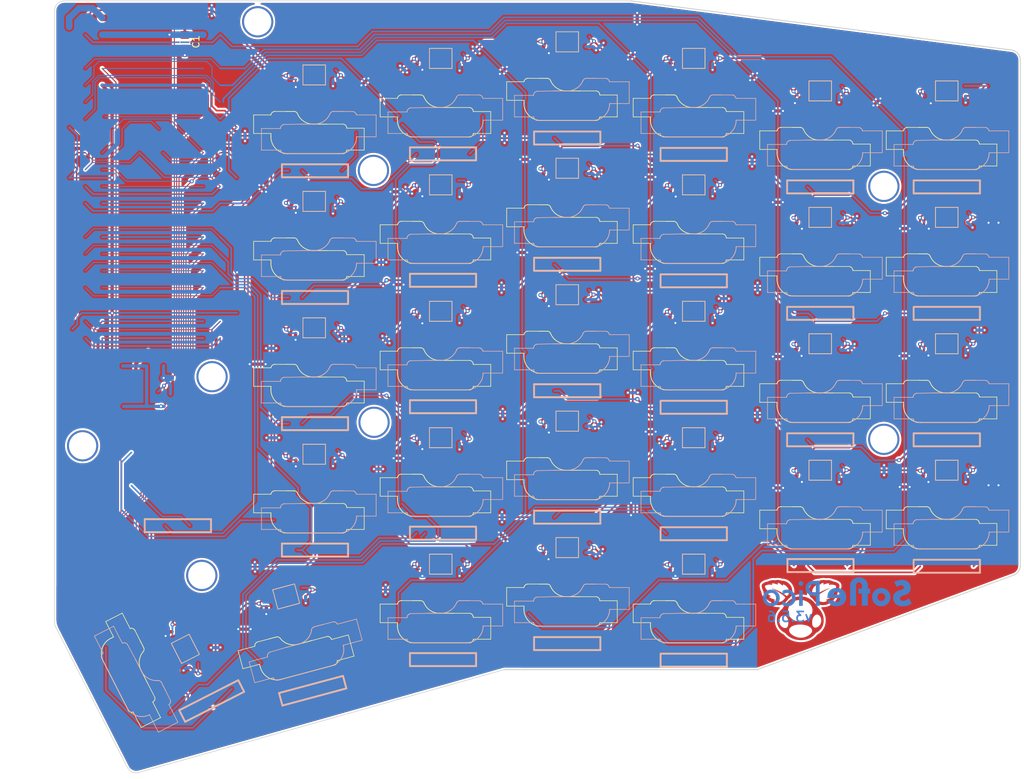
<source format=kicad_pcb>
(kicad_pcb (version 20241229) (generator "pcbnew") (generator_version "9.0")
  (title_block (date "2024-07-04") (rev "v3.5.6"))
  (layers (0 "F.Cu" signal) (2 "B.Cu" signal) (13 "F.Paste" user) (15 "B.Paste" user) (5 "F.SilkS" user "F.Silkscreen") (7 "B.SilkS" user "B.Silkscreen") (1 "F.Mask" user) (3 "B.Mask" user) (25 "Edge.Cuts" user))
  (net 0 "")
  (net 1 "unconnected-(U2-RUN-Pad30)_1")
  (net 2 "row4")
  (net 3 "row0")
  (net 4 "row1")
  (net 5 "row2")
  (net 6 "row3")
  (net 7 "GND")
  (net 8 "col0")
  (net 9 "col1")
  (net 10 "col2")
  (net 11 "col3")
  (net 12 "col4")
  (net 13 "SDA")
  (net 14 "LED")
  (net 15 "SCL")
  (net 16 "SW25B")
  (net 17 "col5")
  (net 18 "ENCB")
  (net 19 "ENCA")
  (net 20 "GP27")
  (net 21 "GP26")
  (net 22 "GP21")
  (net 23 "GP20")
  (net 24 "GP19")
  (net 25 "TX")
  (net 26 "RX")
  (net 27 "3V3")
  (net 28 "GP22")
  (net 29 "VBUS")
  (net 30 "GP28")
  (net 31 "Net-(LED1-DOUT)")
  (net 32 "Net-(LED2-DOUT)")
  (net 33 "Net-(LED3-DOUT)")
  (net 34 "Net-(LED4-DOUT)")
  (net 35 "Net-(LED10-DIN)")
  (net 36 "Net-(LED10-DOUT)")
  (net 37 "Net-(LED11-DOUT)")
  (net 38 "Net-(LED12-DOUT)")
  (net 39 "Net-(LED13-DOUT)")
  (net 40 "Net-(LED14-DOUT)")
  (net 41 "Net-(LED15-DOUT)")
  (net 42 "Net-(LED17-DOUT)")
  (net 43 "Net-(LED19-DOUT)")
  (net 44 "Net-(LED21-DOUT)")
  (net 45 "Net-(LED23-DOUT)")
  (net 46 "Net-(LED25-DOUT)")
  (net 47 "Net-(LED26-DOUT)")
  (net 48 "Net-(LED28-DOUT)")
  (net 49 "GP18")
  (net 50 "Net-(LED5-DOUT)")
  (net 51 "Net-(LED6-DOUT)")
  (net 52 "Net-(LED7-DOUT)")
  (net 53 "Net-(LED8-DOUT)")
  (net 54 "Net-(LED16-DOUT)")
  (net 55 "Net-(LED18-DOUT)")
  (net 56 "Net-(LED20-DOUT)")
  (net 57 "Net-(LED22-DOUT)")
  (net 58 "Net-(LED24-DOUT)")
  (net 59 "Net-(LED27-DOUT)")
  (net 60 "Net-(LED29-DOUT)")
  (net 61 "Net-(JP2-A)")
  (net 62 "/3V3_EN")
  (net 63 "VSYS")
  (footprint "Sofle_Pico:Hole from sofle for M2 posts gold rimmer" (layer "F.Cu") (at 206.29 61.91)
    (property "Reference" "TH4")
    (property "Value" "HOLE" (hide yes))
  )
  (footprint "Sofle_Pico:Hole from sofle for M2 posts gold rimmer" (layer "F.Cu") (at 129.44 59.51)
    (property "Reference" "TH3")
    (property "Value" "HOLE" (hide yes))
  )
  (footprint "Sofle_Pico:Hole from sofle for M2 posts gold rimmer" (layer "F.Cu") (at 129.53 97.46)
    (property "Reference" "TH5")
    (property "Value" "HOLE" (hide yes))
  )
  (footprint "Capacitor_SMD:C_0805_2012Metric_Pad1.18x1.45mm_HandSolder" (layer "F.Cu") (at 101.0368 40.1368 -90)
    (property "Reference" "C1")
    (property "Value" "1uF")
  )
  (footprint "Sofle_Pico:Hole from sofle for M2 posts gold rimmer" (layer "F.Cu") (at 103.59 120.53)
    (property "Reference" "TH8")
    (property "Value" "HOLE" (hide yes))
  )
  (footprint "Sofle_Pico:Cirque_40mm_OLED_RH" (layer "F.Cu") (at 82.05 75.05)
    (property "Reference" "STP**" (hide yes))
    (property "Value" "Cirque_40mm_OLED_RH")
  )
  (footprint "Sofle_Pico:Hole from sofle for M2 posts gold rimmer wide-keyplate-hole" (layer "F.Cu") (at 105.14 90.59)
    (property "Reference" "TH2")
    (property "Value" "HOLE" (hide yes))
  )
  (footprint "Sofle_Pico:Hole from sofle for M2 posts gold rimmer wide-keyplate-hole" (layer "F.Cu") (at 112.01 37.1175)
    (property "Reference" "TH7")
    (property "Value" "HOLE" (hide yes))
  )
  (footprint "Sofle_Pico:Sofle Pico Logo copper" (layer "F.Cu") (at 193.75 125.75)
    (property "Reference" "REF**" (hide yes))
    (property "Value" "Sofle Pico Logo copper" (hide yes))
  )
  (footprint "Sofle_Pico:Hole from sofle for M2 posts gold rimmer" (layer "F.Cu") (at 206.275 100.025)
    (property "Reference" "TH6")
    (property "Value" "HOLE" (hide yes))
  )
  (footprint "Sofle_Pico:Hole from sofle for M2 posts gold rimmer wide-keyplate-hole" (layer "F.Cu") (at 85.649033 101)
    (property "Reference" "TH1")
    (property "Value" "HOLE" (hide yes))
  )
  (footprint "Sofle_Pico:D_SOD-123_DO-35_Hybrid_DoubleSided_V2" (layer "B.Cu") (at 120.65 59.563)
    (property "Reference" "D1" (hide yes))
    (property "Value" "D" (hide yes))
  )
  (footprint "Sofle_Pico:D_SOD-123_DO-35_Hybrid_DoubleSided_V2" (layer "B.Cu") (at 139.9225 57.02175)
    (property "Reference" "D2" (hide yes))
    (property "Value" "D" (hide yes))
  )
  (footprint "Sofle_Pico:D_SOD-123_DO-35_Hybrid_DoubleSided_V2" (layer "B.Cu") (at 158.628 54.645)
    (property "Reference" "D3" (hide yes))
    (property "Value" "D" (hide yes))
  )
  (footprint "Sofle_Pico:D_SOD-123_DO-35_Hybrid_DoubleSided_V2" (layer "B.Cu") (at 177.678 57.11)
    (property "Reference" "D4" (hide yes))
    (property "Value" "D" (hide yes))
  )
  (footprint "Sofle_Pico:D_SOD-123_DO-35_Hybrid_DoubleSided_V2" (layer "B.Cu") (at 196.728 62.01)
    (property "Reference" "D5" (hide yes))
    (property "Value" "D" (hide yes))
  )
  (footprint "Sofle_Pico:D_SOD-123_DO-35_Hybrid_DoubleSided_V2" (layer "B.Cu") (at 215.778 62.01)
    (property "Reference" "D6" (hide yes))
    (property "Value" "D" (hide yes))
  )
  (footprint "Sofle_Pico:D_SOD-123_DO-35_Hybrid_DoubleSided_V2" (layer "B.Cu") (at 120.65 97.663)
    (property "Reference" "D13" (hide yes))
    (property "Value" "D" (hide yes))
  )
  (footprint "Sofle_Pico:D_SOD-123_DO-35_Hybrid_DoubleSided_V2" (layer "B.Cu") (at 120.65 116.713)
    (property "Reference" "D19" (hide yes))
    (property "Value" "D" (hide yes))
  )
  (footprint "Sofle_Pico:D_SOD-123_DO-35_Hybrid_DoubleSided_V2" (layer "B.Cu") (at 100 113.04)
    (property "Reference" "D25" (hide yes))
    (property "Value" "D" (hide yes))
  )
  (footprint "Sofle_Pico:D_SOD-123_DO-35_Hybrid_DoubleSided_V2" (layer "B.Cu") (at 105.1 139.45 27)
    (property "Reference" "D26" (hide yes))
    (property "Value" "D" (hide yes))
  )
  (footprint "Sofle_Pico:Cherry_MX_DS_Hotswap_v3.5.4" (layer "B.Cu") (at 120.55 50)
    (property "Reference" "SW1" (hide yes))
    (property "Value" "SW_PUSH" (hide yes))
  )
  (footprint "Sofle_Pico:Cherry_MX_DS_Hotswap_v3.5.4" (layer "B.Cu") (at 158.65 45)
    (property "Reference" "SW3" (hide yes))
    (property "Value" "SW_PUSH" (hide yes))
  )
  (footprint "Sofle_Pico:Cherry_MX_DS_Hotswap_v3.5.4" (layer "B.Cu") (at 120.55 88.1)
    (property "Reference" "SW13" (hide yes))
    (property "Value" "SW_PUSH" (hide yes))
  )
  (footprint "Sofle_Pico:Cherry_MX_DS_Hotswap_v3.5.4" (layer "B.Cu") (at 139.6 85.6)
    (property "Reference" "SW14" (hide yes))
    (property "Value" "SW_PUSH" (hide yes))
  )
  (footprint "Sofle_Pico:Cherry_MX_DS_Hotswap_v3.5.4" (layer "B.Cu") (at 158.65 102.15)
    (property "Reference" "SW21" (hide yes))
    (property "Value" "SW_PUSH" (hide yes))
  )
  (footprint "Sofle_Pico:Cherry_MX_DS_Hotswap_v3.5.4" (layer "B.Cu") (at 196.75 109.55)
    (property "Reference" "SW23" (hide yes))
    (property "Value" "SW_PUSH" (hide yes))
  )
  (footprint "Sofle_Pico:Cherry_MX_DS_Hotswap_v3.5.4" (layer "B.Cu") (at 96.795746 133.840809 -63)
    (property "Reference" "SW26" (hide yes))
    (property "Value" "SW_PUSH" (hide yes))
  )
  (footprint "Sofle_Pico:Cherry_MX_DS_Hotswap_v3.5.4" (layer "B.Cu") (at 117.6 128.4 15)
    (property "Reference" "SW27" (hide yes))
    (property "Value" "SW_PUSH" (hide yes))
  )
  (footprint "Sofle_Pico:Cherry_MX_DS_Hotswap_v3.5.4" (layer "B.Cu") (at 215.8 71.45)
    (property "Reference" "SW12" (hide yes))
    (property "Value" "SW_PUSH" (hide yes))
  )
  (footprint "Sofle_Pico:Cherry_MX_DS_Hotswap_v3.5.4" (layer "B.Cu") (at 215.8 90.5)
    (property "Reference" "SW18" (hide yes))
    (property "Value" "SW_PUSH" (hide yes))
  )
  (footprint "Sofle_Pico:Cherry_MX_DS_Hotswap_v3.5.4" (layer "B.Cu") (at 215.8 109.55)
    (property "Reference" "SW24" (hide yes))
    (property "Value" "SW_PUSH" (hide yes))
  )
  (footprint "Sofle_Pico:Cherry_MX_DS_Hotswap_v3.5.4" (layer "B.Cu") (at 177.7 47.5)
    (property "Reference" "SW4" (hide yes))
    (property "Value" "SW_PUSH" (hide yes))
  )
  (footprint "Sofle_Pico:D_SOD-123_DO-35_Hybrid_DoubleSided_V2" (layer "B.Cu") (at 120.65 78.663)
    (property "Reference" "D7" (hide yes))
    (property "Value" "D" (hide yes))
  )
  (footprint "Sofle_Pico:D_SOD-123_DO-35_Hybrid_DoubleSided_V2" (layer "B.Cu") (at 139.9225 76.07175)
    (property "Reference" "D8" (hide yes))
    (property "Value" "D" (hide yes))
  )
  (footprint "Sofle_Pico:D_SOD-123_DO-35_Hybrid_DoubleSided_V2" (layer "B.Cu") (at 158.628 73.66)
    (property "Reference" "D9" (hide yes))
    (property "Value" "D" (hide yes))
  )
  (footprint "Sofle_Pico:D_SOD-123_DO-35_Hybrid_DoubleSided_V2" (layer "B.Cu") (at 177.678 76.16)
    (property "Reference" "D10" (hide yes))
    (property "Value" "D" (hide yes))
  )
  (footprint "Sofle_Pico:D_SOD-123_DO-35_Hybrid_DoubleSided_V2" (layer "B.Cu") (at 196.728 81.06)
    (property "Reference" "D11" (hide yes))
    (property "Value" "D" (hide yes))
  )
  (footprint "Sofle_Pico:D_SOD-123_DO-35_Hybrid_DoubleSided_V2" (layer "B.Cu") (at 215.778 81.06)
    (property "Reference" "D12" (hide yes))
    (property "Value" "D" (hide yes))
  )
  (footprint "Sofle_Pico:Cherry_MX_DS_Hotswap_v3.5.4" (layer "B.Cu") (at 196.75 52.4)
    (property "Reference" "SW5" (hide yes))
    (property "Value" "SW_PUSH" (hide yes))
  )
  (footprint "Sofle_Pico:Cherry_MX_DS_Hotswap_v3.5.4" (layer "B.Cu") (at 139.6 66.55)
    (property "Reference" "SW8" (hide yes))
    (property "Value" "SW_PUSH" (hide yes))
  )
  (footprint "Sofle_Pico:Cherry_MX_DS_Hotswap_v3.5.4" (layer "B.Cu") (at 177.7 66.55)
    (property "Reference" "SW10" (hide yes))
    (property "Value" "SW_PUSH" (hide yes))
  )
  (footprint "Sofle_Pico:Cherry_MX_DS_Hotswap_v3.5.4" (layer "B.Cu") (at 158.65 64.05)
    (property "Reference" "SW9" (hide yes))
    (property "Value" "SW_PUSH" (hide yes))
  )
  (footprint "Sofle_Pico:Cherry_MX_DS_Hotswap_v3.5.4" (layer "B.Cu") (at 177.7 85.6)
    (property "Reference" "SW16" (hide yes))
    (property "Value" "SW_PUSH" (hide yes))
  )
  (footprint "Sofle_Pico:Cherry_MX_DS_Hotswap_v3.5.4" (layer "B.Cu") (at 215.8 52.4)
    (property "Reference" "SW6" (hide yes))
    (property "Value" "SW_PUSH" (hide yes))
  )
  (footprint "Sofle_Pico:Cherry_MX_DS_Hotswap_v3.5.4" (layer "B.Cu") (at 177.7 123.7)
    (property "Reference" "SW30" (hide yes))
    (property "Value" "SW_PUSH" (hide yes))
  )
  (footprint "Sofle_Pico:Cherry_MX_DS_Hotswap_v3.5.4" (layer "B.Cu") (at 196.75 71.45)
    (property "Reference" "SW11" (hide yes))
    (property "Value" "SW_PUSH" (hide yes))
  )
  (footprint "Sofle_Pico:Cherry_MX_DS_Hotswap_v3.5.4" (layer "B.Cu") (at 177.7 104.65)
    (property "Reference" "SW22" (hide yes))
    (property "Value" "SW_PUSH" (hide yes))
  )
  (footprint "Sofle_Pico:Cherry_MX_DS_Hotswap_v3.5.4" (layer "B.Cu") (at 196.75 90.5)
    (property "Reference" "SW17" (hide yes))
    (property "Value" "SW_PUSH" (hide yes))
  )
  (footprint "Sofle_Pico:Cherry_MX_DS_Hotswap_v3.5.4" (layer "B.Cu") (at 158.65 121.2)
    (property "Reference" "SW29" (hide yes))
    (property "Value" "SW_PUSH" (hide yes))
  )
  (footprint "Sofle_Pico:Cherry_MX_DS_Hotswap_v3.5.4" (layer "B.Cu") (at 158.65 83.1)
    (property "Reference" "SW15" (hide yes))
    (property "Value" "SW_PUSH" (hide yes))
  )
  (footprint "Sofle_Pico:Cherry_MX_DS_Hotswap_v3.5.4" (layer "B.Cu") (at 139.6 47.5)
    (property "Reference" "SW2" (hide yes))
    (property "Value" "SW_PUSH" (hide yes))
  )
  (footprint "Sofle_Pico:D_SOD-123_DO-35_Hybrid_DoubleSided_V2" (layer "B.Cu") (at 120.305202 137.902724 15)
    (property "Reference" "D27" (hide yes))
    (property "Value" "D" (hide yes))
  )
  (footprint "Sofle_Pico:Cherry_MX_DS_Hotswap_v3.5.4" (layer "B.Cu") (at 139.6 104.65)
    (property "Reference" "SW20" (hide yes))
    (property "Value" "SW_PUSH" (hide yes))
  )
  (footprint "Sofle_Pico:D_SOD-123_DO-35_Hybrid_DoubleSided_V2" (layer "B.Cu") (at 158.628 92.71)
    (property "Reference" "D15" (hide yes))
    (property "Value" "D" (hide yes))
  )
  (footprint "Sofle_Pico:D_SOD-123_DO-35_Hybrid_DoubleSided_V2" (layer "B.Cu") (at 196.728 100.11)
    (property "Reference" "D17" (hide yes))
    (property "Value" "D" (hide yes))
  )
  (footprint "Sofle_Pico:D_SOD-123_DO-35_Hybrid_DoubleSided_V2" (layer "B.Cu") (at 215.778 100.11)
    (property "Reference" "D18" (hide yes))
    (property "Value" "D" (hide yes))
  )
  (footprint "Sofle_Pico:D_SOD-123_DO-35_Hybrid_DoubleSided_V2" (layer "B.Cu") (at 139.9225 133.22175)
    (property "Reference" "D28" (hide yes))
    (property "Value" "D" (hide yes))
  )
  (footprint "Sofle_Pico:D_SOD-123_DO-35_Hybrid_DoubleSided_V2" (layer "B.Cu") (at 158.628 130.81)
    (property "Reference" "D29" (hide yes))
    (property "Value" "D" (hide yes))
  )
  (footprint "Sofle_Pico:D_SOD-123_DO-35_Hybrid_DoubleSided_V2" (layer "B.Cu") (at 215.778 119.16)
    (property "Reference" "D24" (hide yes))
    (property "Value" "D" (hide yes))
  )
  (footprint "Sofle_Pico:D_SOD-123_DO-35_Hybrid_DoubleSided_V2" (layer "B.Cu") (at 139.9225 114.17175)
    (property "Reference" "D20" (hide yes))
    (property "Value" "D" (hide yes))
  )
  (footprint "Sofle_Pico:D_SOD-123_DO-35_Hybrid_DoubleSided_V2" (layer "B.Cu") (at 158.628 111.76)
    (property "Reference" "D21" (hide yes))
    (property "Value" "D" (hide yes))
  )
  (footprint "Sofle_Pico:D_SOD-123_DO-35_Hybrid_DoubleSided_V2" (layer "B.Cu") (at 177.678 114.26)
    (property "Reference" "D22" (hide yes))
    (property "Value" "D" (hide yes))
  )
  (footprint "Sofle_Pico:D_SOD-123_DO-35_Hybrid_DoubleSided_V2" (layer "B.Cu") (at 196.7605 119.045)
    (property "Reference" "D23" (hide yes))
    (property "Value" "D" (hide yes))
  )
  (footprint "Sofle_Pico:D_SOD-123_DO-35_Hybrid_DoubleSided_V2" (layer "B.Cu") (at 139.9225 95.12175)
    (property "Reference" "D14" (hide yes))
    (property "Value" "D" (hide yes))
  )
  (footprint "Sofle_Pico:D_SOD-123_DO-35_Hybrid_DoubleSided_V2" (layer "B.Cu") (at 177.678 133.31)
    (property "Reference" "D30" (hide yes))
    (property "Value" "D" (hide yes))
  )
  (footprint "Sofle_Pico:Cherry_MX_DS_Hotswap_v3.5.4" (layer "B.Cu") (at 139.6 123.7)
    (property "Reference" "SW28" (hide yes))
    (property "Value" "SW_PUSH" (hide yes))
  )
  (footprint "Sofle_Pico:SK6803_MINI-E_v3.5.5" (layer "B.Cu") (at 139.585006 42.63 180)
    (property "Reference" "LED11" (hide yes))
    (property "Value" "SK6803 MINI-E" (hide yes))
  )
  (footprint "Sofle_Pico:SK6803_MINI-E_v3.5.5" (layer "B.Cu") (at 116.325068 123.699822 -165)
    (property "Reference" "LED6" (hide yes))
    (property "Value" "SK6803 MINI-E" (hide yes))
  )
  (footprint "Sofle_Pico:SK6803_MINI-E_v3.5.5" (layer "B.Cu") (at 196.735006 85.63 180)
    (property "Reference" "LED24" (hide yes))
    (property "Value" "SK6803 MINI-E" (hide yes))
  )
  (footprint "Sofle_Pico:SK6803_MINI-E_v3.5.5" (layer "B.Cu") (at 101.128141 131.616516 117)
    (property "Reference" "LED5" (hide yes))
    (property "Value" "SK6803 MINI-E" (hide yes))
  )
  (footprint "Sofle_Pico:Cherry_MX_DS_Hotswap_v3.5.4" (layer "B.Cu") (at 120.55 107.15)
    (property "Reference" "SW19" (hide yes))
    (property "Value" "SW_PUSH" (hide yes))
  )
  (footprint "Sofle_Pico:SK6803_MINI-E_v3.5.5" (layer "B.Cu") (at 196.735006 66.58 180)
    (property "Reference" "LED23" (hide yes))
    (property "Value" "SK6803 MINI-E" (hide yes))
  )
  (footprint "Sofle_Pico:SK6803_MINI-E_v3.5.5" (layer "B.Cu") (at 196.735006 47.53 180)
    (property "Reference" "LED22" (hide yes))
    (property "Value" "SK6803 MINI-E" (hide yes))
  )
  (footprint "Sofle_Pico:SK6803_MINI-E_v3.5.5" (layer "B.Cu") (at 196.735006 104.68 180)
    (property "Reference" "LED25" (hide yes))
    (property "Value" "SK6803 MINI-E" (hide yes))
  )
  (footprint "Sofle_Pico:SK6803_MINI-E_v3.5.5" (layer "B.Cu") (at 139.585006 61.68 180)
    (property "Reference" "LED10" (hide yes))
    (property "Value" "SK6803 MINI-E" (hide yes))
  )
  (footprint "Sofle_Pico:SK6803_MINI-E_v3.5.5" (layer "B.Cu") (at 177.685006 99.78 180)
    (property "Reference" "LED18" (hide yes))
    (property "Value" "SK6803 MINI-E" (hide yes))
  )
  (footprint "Sofle_Pico:SK6803_MINI-E_v3.5.5" (layer "B.Cu") (at 158.635006 97.28 180)
    (property "Reference" "LED15" (hide yes))
    (property "Value" "SK6803 MINI-E" (hide yes))
  )
  (footprint "Sofle_Pico:SK6803_MINI-E_v3.5.5" (layer "B.Cu") (at 215.785006 85.63 180)
    (property "Reference" "LED27" (hide yes))
    (property "Value" "SK6803 MINI-E" (hide yes))
  )
  (footprint "Sofle_Pico:D_SOD-123_DO-35_Hybrid_DoubleSided_V2" (layer "B.Cu") (at 177.678 95.21)
    (property "Reference" "D16" (hide yes))
    (property "Value" "D" (hide yes))
  )
  (footprint "Sofle_Pico:SK6803_MINI-E_v3.5.5" (layer "B.Cu") (at 120.535006 83.23 180)
    (property "Reference" "LED3" (hide yes))
    (property "Value" "SK6803 MINI-E" (hide yes))
  )
  (footprint "Sofle_Pico:SK6803_MINI-E_v3.5.5" (layer "B.Cu") (at 177.685006 61.68 180)
    (property "Reference" "LED20" (hide yes))
    (property "Value" "SK6803 MINI-E" (hide yes))
  )
  (footprint "Sofle_Pico:SK6803_MINI-E_v3.5.5" (layer "B.Cu") (at 139.585006 99.78 180)
    (property "Reference" "LED8" (hide yes))
    (property "Value" "SK6803 MINI-E" (hide yes))
  )
  (footprint "Sofle_Pico:SK6803_MINI-E_v3.5.5" (layer "B.Cu") (at 215.785006 47.53 180)
    (property "Reference" "LED29" (hide yes))
    (property "Value" "SK6803 MINI-E" (hide yes))
  )
  (footprint "Sofle_Pico:SK6803_MINI-E_v3.5.5" (layer "B.Cu") (at 120.535006 45.13 180)
    (property "Reference" "LED1" (hide yes))
    (property "Value" "SK6803 MINI-E" (hide yes))
  )
  (footprint "Sofle_Pico:SK6803_MINI-E_v3.5.5" (layer "B.Cu") (at 158.635006 40.13 180)
    (property "Reference" "LED12" (hide yes))
    (property "Value" "SK6803 MINI-E" (hide yes))
  )
  (footprint "Sofle_Pico:SK6803_MINI-E_v3.5.5" (layer "B.Cu") (at 158.635006 116.33 180)
    (property "Reference" "LED16" (hide yes))
    (property "Value" "SK6803 MINI-E" (hide yes))
  )
  (footprint "Sofle_Pico:SK6803_MINI-E_v3.5.5" (layer "B.Cu") (at 158.635006 59.18 180)
    (property "Reference" "LED13" (hide yes))
    (property "Value" "SK6803 MINI-E" (hide yes))
  )
  (footprint "Sofle_Pico:Cherry_MX_DS_Hotswap_v3.5.4" (layer "B.Cu") (at 120.55 69.05)
    (property "Reference" "SW7" (hide yes))
    (property "Value" "SW_PUSH" (hide yes))
  )
  (footprint "Sofle_Pico:SK6803_MINI-E_v3.5.5" (layer "B.Cu") (at 139.585006 118.83 180)
    (property "Reference" "LED7" (hide yes))
    (property "Value" "SK6803 MINI-E" (hide yes))
  )
  (footprint "Sofle_Pico:SK6803_MINI-E_v3.5.5" (layer "B.Cu") (at 120.535006 64.18 180)
    (property "Reference" "LED2" (hide yes))
    (property "Value" "SK6803 MINI-E" (hide yes))
  )
  (footprint "Sofle_Pico:SK6803_MINI-E_v3.5.5" (layer "B.Cu") (at 177.685006 42.63 180)
    (property "Reference" "LED21" (hide yes))
    (property "Value" "SK6803 MINI-E" (hide yes))
  )
  (footprint "Sofle_Pico:SK6803_MINI-E_v3.5.5" (layer "B.Cu") (at 120.535006 102.28 180)
    (property "Reference" "LED4" (hide yes))
    (property "Value" "SK6803 MINI-E" (hide yes))
  )
  (footprint "Sofle_Pico:SK6803_MINI-E_v3.5.5" (layer "B.Cu") (at 177.685006 80.73 180)
    (property "Reference" "LED19" (hide yes))
    (property "Value" "SK6803 MINI-E" (hide yes))
  )
  (footprint "Sofle_Pico:SK6803_MINI-E_v3.5.5" (layer "B.Cu") (at 139.585006 80.73 180)
    (property "Reference" "LED9" (hide yes))
    (property "Value" "SK6803 MINI-E" (hide yes))
  )
  (footprint "Sofle_Pico:SK6803_MINI-E_v3.5.5" (layer "B.Cu") (at 158.635006 78.23 180)
    (property "Reference" "LED14" (hide yes))
    (property "Value" "SK6803 MINI-E" (hide yes))
  )
  (footprint "Sofle_Pico:SK6803_MINI-E_v3.5.5" (layer "B.Cu") (at 215.785006 66.58 180)
    (property "Reference" "LED28" (hide yes))
    (property "Value" "SK6803 MINI-E" (hide yes))
  )
  (footprint "Sofle_Pico:Sofle Pico Logo text only" (layer "B.Cu") (at 199.275 123 180)
    (property "Reference" "REF**" (hide yes))
    (property "Value" "Sofle Pico Logo text only" (hide yes))
  )
  (footprint "Sofle_Pico:SK6803_MINI-E_v3.5.5" (layer "B.Cu") (at 215.785006 104.68 180)
    (property "Reference" "LED26" (hide yes))
    (property "Value" "SK6803 MINI-E" (hide yes))
  )
  (footprint "Sofle_Pico:SK6803_MINI-E_v3.5.5" (layer "B.Cu") (at 177.685006 118.83 180)
    (property "Reference" "LED17" (hide yes))
    (property "Value" "SK6803 MINI-E" (hide yes))
  )
  (gr_arc (start 94.110118 150.22043) (mid 93.107754 150.145541) (end 92.377724 149.454601) (stroke (width 0.1)) (layer "Edge.Cuts"))
  (gr_line (start 226.824843 42.874865) (end 226.824843 119.074865) (stroke (width 0.15)) (layer "Edge.Cuts"))
  (gr_line (start 94.110118 150.22043) (end 149.124843 134.724865) (stroke (width 0.1)) (layer "Edge.Cuts"))
  (gr_line (start 81.403244 35.475249) (end 81.403244 127.53) (stroke (width 0.1)) (layer "Edge.Cuts"))
  (gr_arc (start 81.403244 35.475249) (mid 81.842712 34.414333) (end 82.903628 33.974865) (stroke (width 0.1)) (layer "Edge.Cuts"))
  (gr_arc (start 225.488686 41.373864) (mid 226.44242 41.870098) (end 226.824843 42.874865) (stroke (width 0.15)) (layer "Edge.Cuts"))
  (gr_arc (start 81.568727 128.238315) (mid 81.443563 127.894504) (end 81.405239 127.530632) (stroke (width 0.1)) (layer "Edge.Cuts"))
  (gr_line (start 187.224843 134.724865) (end 225.919106 120.452127) (stroke (width 0.15)) (layer "Edge.Cuts"))
  (gr_line (start 149.124843 134.724865) (end 187.224843 134.724865) (stroke (width 0.15)) (layer "Edge.Cuts"))
  (gr_line (start 168.174843 33.974865) (end 225.488686 41.373864) (stroke (width 0.15)) (layer "Edge.Cuts"))
  (gr_arc (start 226.824843 119.074865) (mid 226.578156 119.899093) (end 225.919106 120.452127) (stroke (width 0.15)) (layer "Edge.Cuts"))
  (gr_line (start 81.566732 128.237683) (end 92.377724 149.454601) (stroke (width 0.1)) (layer "Edge.Cuts"))
  (gr_line (start 168.174843 33.974865) (end 82.903628 33.974865) (stroke (width 0.1)) (layer "Edge.Cuts"))
  (gr_text "${REVISION}" (at 188.5 126.775 0) (layer "B.Cu") (effects (font (size 1.5 1.5) (thickness 0.25) (bold yes)) (justify right mirror)))
  (segment (start 143.9225 133.22175) (end 143.9225 130.225) (width 0.25) (layer "F.Cu") (net 0))
  (segment (start 203.06 97.778) (end 200.728 100.11) (width 0.25) (layer "F.Cu") (net 0))
  (segment (start 203.06 59.678) (end 200.728 62.01) (width 0.25) (layer "F.Cu") (net 0))
  (segment (start 145.91 93.13425) (end 143.9225 95.12175) (width 0.25) (layer "F.Cu") (net 0))
  (segment (start 221.89 97.998) (end 219.778 100.11) (width 0.25) (layer "F.Cu") (net 0))
  (segment (start 184.01 51.31) (end 184.01 54.778) (width 0.25) (layer "F.Cu") (net 0))
  (segment (start 222.11 78.728) (end 219.778 81.06) (width 0.25) (layer "F.Cu") (net 0))
  (segment (start 145.9 128.2475) (end 145.9 127.52) (width 0.25) (layer "F.Cu") (net 0))
  (segment (start 162.628 130.81) (end 164.96 128.478) (width 0.25) (layer "F.Cu") (net 0))
  (segment (start 126.86 72.86) (end 126.86 76.453) (width 0.25) (layer "F.Cu") (net 0))
  (segment (start 145.91 112.18425) (end 143.9225 114.17175) (width 0.25) (layer "F.Cu") (net 0))
  (segment (start 164.96 86.91) (end 164.96 90.378) (width 0.25) (layer "F.Cu") (net 0))
  (segment (start 143.9225 130.225) (end 145.9 128.2475) (width 0.25) (layer "F.Cu") (net 0))
  (segment (start 184.01 89.41) (end 184.01 92.878) (width 0.25) (layer "F.Cu") (net 0))
  (segment (start 126.86 114.503) (end 124.65 116.713) (width 0.245) (layer "F.Cu") (net 0))
  (segment (start 184.01 70.36) (end 184.01 73.828) (width 0.25) (layer "F.Cu") (net 0))
  (segment (start 222.11 56.21) (end 222.11 59.678) (width 0.25) (layer "F.Cu") (net 0))
  (segment (start 222.11 75.26) (end 222.11 78.728) (width 0.25) (layer "F.Cu") (net 0))
  (segment (start 222.11 113.36) (end 222.11 116.828) (width 0.25) (layer "F.Cu") (net 0))
  (segment (start 164.96 90.378) (end 162.628 92.71) (width 0.25) (layer "F.Cu") (net 0))
  (segment (start 164.96 71.328) (end 162.628 73.66) (width 0.25) (layer "F.Cu") (net 0))
  (segment (start 202.84 76.53) (end 202.84 78.948) (width 0.25) (layer "F.Cu") (net 0))
  (segment (start 145.91 70.36) (end 145.91 74.08425) (width 0.15) (layer "F.Cu") (net 0))
  (segment (start 184.01 111.928) (end 184.01 108.46) (width 0.25) (layer "F.Cu") (net 0))
  (segment (start 164.96 128.478) (end 164.96 125.01) (width 0.25) (layer "F.Cu") (net 0))
  (segment (start 184.01 92.878) (end 181.678 95.21) (width 0.25) (layer "F.Cu") (net 0))
  (segment (start 203.06 113.36) (end 203.06 116.7455) (width 0.25) (layer "F.Cu") (net 0))
  (segment (start 126.86 91.91) (end 126.86 95.453) (width 0.25) (layer "F.Cu") (net 0))
  (segment (start 126.86 76.453) (end 124.65 78.663) (width 0.25) (layer "F.Cu") (net 0))
  (segment (start 203.06 56.21) (end 203.06 59.678) (width 0.25) (layer "F.Cu") (net 0))
  (segment (start 145.91 108.46) (end 145.91 112.18425) (width 0.25) (layer "F.Cu") (net 0))
  (segment (start 203.06 94.31) (end 203.06 97.778) (width 0.25) (layer "F.Cu") (net 0))
  (segment (start 124.681093 136.35526) (end 124.168905 136.867448) (width 0.25) (layer "F.Cu") (net 0))
  (segment (start 184.01 130.978) (end 181.678 133.31) (width 0.25) (layer "F.Cu") (net 0))
  (segment (start 184.01 73.828) (end 181.678 76.16) (width 0.25) (layer "F.Cu") (net 0))
  (segment (start 124.681093 130.447029) (end 124.681093 136.35526) (width 0.25) (layer "F.Cu") (net 0))
  (segment (start 222.11 116.828) (end 219.778 119.16) (width 0.25) (layer "F.Cu") (net 0))
  (segment (start 202.84 78.948) (end 200.728 81.06) (width 0.25) (layer "F.Cu") (net 0))
  (segment (start 145.91 89.41) (end 145.91 93.13425) (width 0.25) (layer "F.Cu") (net 0))
  (segment (start 222.11 59.678) (end 219.778 62.01) (width 0.25) (layer "F.Cu") (net 0))
  (segment (start 164.96 48.81) (end 164.96 52.313) (width 0.25) (layer "F.Cu") (net 0))
  (segment (start 164.96 52.313) (end 162.628 54.645) (width 0.25) (layer "F.Cu") (net 0))
  (segment (start 221.89 95.58) (end 221.89 97.998) (width 0.25) (layer "F.Cu") (net 0))
  (segment (start 126.86 95.453) (end 124.65 97.663) (width 0.25) (layer "F.Cu") (net 0))
  (segment (start 203.06 116.7455) (end 200.7605 119.045) (width 0.25) (layer "F.Cu") (net 0))
  (segment (start 184.01 54.778) (end 181.678 57.11) (width 0.25) (layer "F.Cu") (net 0))
  (segment (start 126.86 110.96) (end 126.86 114.503) (width 0.245) (layer "F.Cu") (net 0))
  (segment (start 145.91 74.08425) (end 143.9225 76.07175) (width 0.15) (layer "F.Cu") (net 0))
  (segment (start 164.96 109.428) (end 162.628 111.76) (width 0.25) (layer "F.Cu") (net 0))
  (segment (start 181.678 114.26) (end 184.01 111.928) (width 0.25) (layer "F.Cu") (net 0))
  (segment (start 164.96 105.96) (end 164.96 109.428) (width 0.25) (layer "F.Cu") (net 0))
  (segment (start 184.01 127.51) (end 184.01 130.978) (width 0.25) (layer "F.Cu") (net 0))
  (segment (start 164.96 67.86) (end 164.96 71.328) (width 0.25) (layer "F.Cu") (net 0))
  (segment (start 145.91 55.03425) (end 143.9225 57.02175) (width 0.25) (layer "B.Cu") (net 0))
  (segment (start 89.161297 137.811297) (end 94.848137 143.498137) (width 0.25) (layer "B.Cu") (net 0))
  (segment (start 89.161297 137.811297) (end 89.161297 131.402114) (width 0.25) (layer "B.Cu") (net 0))
  (segment (start 108.114994 137.634038) (end 102.250895 143.498137) (width 0.25) (layer "B.Cu") (net 0))
  (segment (start 145.91 51.31) (end 145.91 55.03425) (width 0.25) (layer "B.Cu") (net 0))
  (segment (start 102.250895 143.498137) (end 94.848137 143.498137) (width 0.25) (layer "B.Cu") (net 0))
  (segment (start 126.86 57.353) (end 126.86 53.81) (width 0.15) (layer "B.Cu") (net 0))
  (segment (start 124.65 59.563) (end 126.86 57.353) (width 0.15) (layer "B.Cu") (net 0))
  (segment (start 88.5925 61.9249) (end 103.8325 61.9249) (width 0.15) (layer "B.Cu") (net 1))
  (segment (start 154.628 130.81) (end 151.663 133.775) (width 0.25) (layer "F.Cu") (net 2))
  (segment (start 156.728 130.81) (end 159.228 133.31) (width 0.25) (layer "F.Cu") (net 2))
  (segment (start 146.25 134.975) (end 139.77575 134.975) (width 0.25) (layer "F.Cu") (net 2))
  (segment (start 115.275 140.425) (end 116.441499 139.258501) (width 0.25) (layer "F.Cu") (net 2))
  (segment (start 99.925 136.95) (end 101.535974 138.560974) (width 0.25) (layer "F.Cu") (net 2))
  (segment (start 139.77575 134.975) (end 138.0225 133.22175) (width 0.25) (layer "F.Cu") (net 2))
  (segment (start 151.663 133.775) (end 147.45 133.775) (width 0.25) (layer "F.Cu") (net 2))
  (segment (start 159.228 133.31) (end 173.678 133.31) (width 0.25) (layer "F.Cu") (net 2))
  (segment (start 147.45 133.775) (end 146.25 134.975) (width 0.25) (layer "F.Cu") (net 2))
  (segment (start 96 129.575) (end 99.925 133.5) (width 0.25) (layer "F.Cu") (net 2))
  (segment (start 101.535974 138.560974) (end 101.535974 141.265962) (width 0.25) (layer "F.Cu") (net 2))
  (segment (start 99.925 133.5) (end 99.925 136.95) (width 0.25) (layer "F.Cu") (net 2))
  (segment (start 102.407088 141.312582) (end 103.29467 140.425) (width 0.25) (layer "F.Cu") (net 2))
  (segment (start 118.700463 138.625) (end 130.51925 138.625) (width 0.25) (layer "F.Cu") (net 2))
  (segment (start 103.29467 140.425) (end 115.275 140.425) (width 0.25) (layer "F.Cu") (net 2))
  (segment (start 130.51925 138.625) (end 135.9225 133.22175) (width 0.25) (layer "F.Cu") (net 2))
  (segment (start 96 113.04) (end 96 129.575) (width 0.25) (layer "F.Cu") (net 2))
  (segment (start 106.75 114.175) (end 99.185 114.175) (width 0.25) (layer "B.Cu") (net 2))
  (segment (start 111.564 109.361) (end 106.75 114.175) (width 0.25) (layer "B.Cu") (net 2))
  (segment (start 106.3725 77.164865) (end 110.164865 77.164865) (width 0.25) (layer "B.Cu") (net 2))
  (segment (start 110.164865 77.164865) (end 111.564 78.564) (width 0.25) (layer "B.Cu") (net 2))
  (segment (start 99.185 114.175) (end 98.05 113.04) (width 0.25) (layer "B.Cu") (net 2))
  (segment (start 86.0525 77.164865) (end 87.297435 78.4098) (width 0.15) (layer "B.Cu") (net 2))
  (segment (start 105.127565 78.4098) (end 106.3725 77.164865) (width 0.15) (layer "B.Cu") (net 2))
  (segment (start 111.564 78.564) (end 111.564 109.361) (width 0.25) (layer "B.Cu") (net 2))
  (segment (start 87.297435 78.4098) (end 105.127565 78.4098) (width 0.15) (layer "B.Cu") (net 2))
  (segment (start 140.39925 54.645) (end 154.628 54.645) (width 0.25) (layer "F.Cu") (net 3))
  (segment (start 176.818 58.2) (end 175.728 57.11) (width 0.25) (layer "F.Cu") (net 3))
  (segment (start 187.345 58.2) (end 176.818 58.2) (width 0.25) (layer "F.Cu") (net 3))
  (segment (start 170.535 57.11) (end 173.678 57.11) (width 0.25) (layer "F.Cu") (net 3))
  (segment (start 191.135 61.99) (end 187.345 58.2) (width 0.25) (layer "F.Cu") (net 3))
  (segment (start 206.45 65.95) (end 207.83 65.95) (width 0.25) (layer "F.Cu") (net 3))
  (segment (start 169.2 55.775) (end 170.535 57.11) (width 0.25) (layer "F.Cu") (net 3))
  (segment (start 138.0225 57.02175) (end 140.39925 54.645) (width 0.25) (layer "F.Cu") (net 3))
  (segment (start 192.708 61.99) (end 191.135 61.99) (width 0.25) (layer "F.Cu") (net 3))
  (segment (start 207.83 65.95) (end 211.77 62.01) (width 0.25) (layer "F.Cu") (net 3))
  (via (at 206.45 65.95) (size 0.6) (drill 0.3) (layers "F.Cu" "B.Cu") (net 3))
  (via (at 169.2 55.775) (size 0.6) (drill 0.3) (layers "F.Cu" "B.Cu") (net 3))
  (segment (start 201.45 63.15) (end 195.918 63.15) (width 0.25) (layer "B.Cu") (net 3))
  (segment (start 105.229165 65.6082) (end 87.195835 65.6082) (width 0.25) (layer "B.Cu") (net 3))
  (segment (start 127.66 62.285) (end 130.715 62.285) (width 0.25) (layer "B.Cu") (net 3))
  (segment (start 206.45 65.95) (end 204.25 65.95) (width 0.25) (layer "B.Cu") (net 3))
  (segment (start 106.3725 64.464865) (end 105.229165 65.6082) (width 0.25) (layer "B.Cu") (net 3))
  (segment (start 126.15 60.775) (end 127.66 62.285) (width 0.25) (layer "B.Cu") (net 3))
  (segment (start 169.2 55.775) (end 169.175 55.8) (width 0.25) (layer "B.Cu") (net 3))
  (segment (start 115.387 59.563) (end 110.485135 64.464865) (width 0.25) (layer "B.Cu") (net 3))
  (segment (start 130.715 62.285) (end 135.9225 57.0775) (width 0.25) (layer "B.Cu") (net 3))
  (segment (start 204.25 65.95) (end 201.45 63.15) (width 0.25) (layer "B.Cu") (net 3))
  (segment (start 87.195835 65.6082) (end 86.0525 64.464865) (width 0.25) (layer "B.Cu") (net 3))
  (segment (start 116.65 59.563) (end 115.387 59.563) (width 0.25) (layer "B.Cu") (net 3))
  (segment (start 195.918 63.15) (end 194.778 62.01) (width 0.25) (layer "B.Cu") (net 3))
  (segment (start 157.833 55.8) (end 156.678 54.645) (width 0.25) (layer "B.Cu") (net 3))
  (segment (start 110.485135 64.464865) (end 106.3725 64.464865) (width 0.25) (layer "B.Cu") (net 3))
  (segment (start 169.175 55.8) (end 157.833 55.8) (width 0.25) (layer "B.Cu") (net 3))
  (segment (start 118.7 59.563) (end 119.912 60.775) (width 0.25) (layer "B.Cu") (net 3))
  (segment (start 119.912 60.775) (end 126.15 60.775) (width 0.25) (layer "B.Cu") (net 3))
  (segment (start 151.138 77.15) (end 154.628 73.66) (width 0.25) (layer "F.Cu") (net 4))
  (segment (start 137.9725 76.07175) (end 139.05075 77.15) (width 0.25) (layer "F.Cu") (net 4))
  (segment (start 188.868 77.2) (end 192.728 81.06) (width 0.25) (layer "F.Cu") (net 4))
  (segment (start 176.768 77.2) (end 188.868 77.2) (width 0.25) (layer "F.Cu") (net 4))
  (segment (start 139.05075 77.15) (end 151.138 77.15) (width 0.25) (layer "F.Cu") (net 4))
  (segment (start 135.90075 76.05) (end 131.425 76.05) (width 0.25) (layer "F.Cu") (net 4))
  (segment (start 206.45 81.05) (end 211.768 81.05) (width 0.25) (layer "F.Cu") (net 4))
  (segment (start 175.728 76.16) (end 176.768 77.2) (width 0.25) (layer "F.Cu") (net 4))
  (segment (start 169.2 75.8) (end 173.318 75.8) (width 0.25) (layer "F.Cu") (net 4))
  (via (at 131.425 76.05) (size 0.67) (drill 0.3) (layers "F.Cu" "B.Cu") (net 4))
  (via (at 169.2 75.8) (size 0.6) (drill 0.3) (layers "F.Cu" "B.Cu") (net 4))
  (via (at 206.45 81.05) (size 0.6) (drill 0.3) (layers "F.Cu" "B.Cu") (net 4))
  (segment (start 108.025 74.858884) (end 108.025 71.1974) (width 0.25) (layer "B.Cu") (net 4))
  (segment (start 196.125 82.225) (end 194.96 81.06) (width 0.25) (layer "B.Cu") (net 4))
  (segment (start 194.96 81.06) (end 192.728 81.06) (width 0.25) (layer "B.Cu") (net 4))
  (segment (start 158.818 75.8) (end 156.678 73.66) (width 0.25) (layer "B.Cu") (net 4))
  (segment (start 105.133035 68.3054) (end 87.291965 68.3054) (width 0.15) (layer "B.Cu") (net 4))
  (segment (start 106.3725 69.544865) (end 105.133035 68.3054) (width 0.15) (layer "B.Cu") (net 4))
  (segment (start 116.65 78.663) (end 114.038 78.663) (width 0.25) (layer "B.Cu") (net 4))
  (segment (start 111.189865 75.814865) (end 108.980981 75.814865) (width 0.25) (layer "B.Cu") (net 4))
  (segment (start 205.275 82.225) (end 196.125 82.225) (width 0.25) (layer "B.Cu") (net 4))
  (segment (start 131.425 76.05) (end 130.6 76.875) (width 0.25) (layer "B.Cu") (net 4))
  (segment (start 120.488 76.875) (end 118.7 78.663) (width 0.25) (layer "B.Cu") (net 4))
  (segment (start 87.291965 68.3054) (end 86.0525 69.544865) (width 0.15) (layer "B.Cu") (net 4))
  (segment (start 108.980981 75.814865) (end 108.025 74.858884) (width 0.25) (layer "B.Cu") (net 4))
  (segment (start 169.2 75.8) (end 158.818 75.8) (width 0.25) (layer "B.Cu") (net 4))
  (segment (start 130.6 76.875) (end 120.488 76.875) (width 0.25) (layer "B.Cu") (net 4))
  (segment (start 114.038 78.663) (end 111.189865 75.814865) (width 0.25) (layer "B.Cu") (net 4))
  (segment (start 108.025 71.1974) (end 106.3725 69.5449) (width 0.25) (layer "B.Cu") (net 4))
  (segment (start 206.45 81.05) (end 205.275 82.225) (width 0.25) (layer "B.Cu") (net 4))
  (segment (start 170.41 95.21) (end 173.678 95.21) (width 0.25) (layer "F.Cu") (net 5))
  (segment (start 208.7 103.175) (end 211.765 100.11) (width 0.25) (layer "F.Cu") (net 5))
  (segment (start 139.00075 96.15) (end 151.188 96.15) (width 0.25) (layer "F.Cu") (net 5))
  (segment (start 208.575 103.175) (end 208.7 103.175) (width 0.25) (layer "F.Cu") (net 5))
  (segment (start 211.765 100.11) (end 211.778 100.11) (width 0.25) (layer "F.Cu") (net 5))
  (segment (start 151.188 96.15) (end 154.628 92.71) (width 0.25) (layer "F.Cu") (net 5))
  (segment (start 176.838 96.32) (end 188.938 96.32) (width 0.25) (layer "F.Cu") (net 5))
  (segment (start 131.4 93.425) (end 133.1 95.125) (width 0.25) (layer "F.Cu") (net 5))
  (segment (start 175.728 95.21) (end 176.838 96.32) (width 0.25) (layer "F.Cu") (net 5))
  (segment (start 169.175 93.975) (end 170.41 95.21) (width 0.25) (layer "F.Cu") (net 5))
  (segment (start 188.938 96.32) (end 192.728 100.11) (width 0.25) (layer "F.Cu") (net 5))
  (segment (start 133.1 95.125) (end 135.91925 95.125) (width 0.25) (layer "F.Cu") (net 5))
  (segment (start 137.9725 95.12175) (end 139.00075 96.15) (width 0.25) (layer "F.Cu") (net 5))
  (via (at 131.4 93.425) (size 0.6) (drill 0.3) (layers "F.Cu" "B.Cu") (net 5))
  (via (at 169.175 93.975) (size 0.67) (drill 0.3) (layers "F.Cu" "B.Cu") (net 5))
  (via (at 208.575 103.175) (size 0.6) (drill 0.3) (layers "F.Cu" "B.Cu") (net 5))
  (segment (start 195.868 101.2) (end 194.778 100.11) (width 0.25) (layer "B.Cu") (net 5))
  (segment (start 157.427999 92.71) (end 156.678 92.71) (width 0.25) (layer "B.Cu") (net 5))
  (segment (start 119.863 96.5) (end 118.7 97.663) (width 0.25) (layer "B.Cu") (net 5))
  (segment (start 106.3725 72.084865) (end 105.1052 70.817565) (width 0.15) (layer "B.Cu") (net 5))
  (segment (start 107.575 73.287365) (end 107.575 75.1) (width 0.25) (layer "B.Cu") (net 5))
  (segment (start 131.4 93.425) (end 126.125 93.425) (width 0.25) (layer "B.Cu") (net 5))
  (segment (start 204.9 103.175) (end 202.925 101.2) (width 0.25) (layer "B.Cu") (net 5))
  (segment (start 87.319801 70.817565) (end 86.0525 72.084865) (width 0.15) (layer "B.Cu") (net 5))
  (segment (start 202.925 101.2) (end 195.868 101.2) (width 0.25) (layer "B.Cu") (net 5))
  (segment (start 123.05 96.5) (end 119.863 96.5) (width 0.25) (layer "B.Cu") (net 5))
  (segment (start 114.988 97.663) (end 116.65 97.663) (width 0.25) (layer "B.Cu") (net 5))
  (segment (start 126.125 93.425) (end 123.05 96.5) (width 0.25) (layer "B.Cu") (net 5))
  (segment (start 158.692999 93.975) (end 157.427999 92.71) (width 0.25) (layer "B.Cu") (net 5))
  (segment (start 107.575 75.1) (end 108.739865 76.264865) (width 0.25) (layer "B.Cu") (net 5))
  (segment (start 112.464 95.139) (end 114.988 97.663) (width 0.25) (layer "B.Cu") (net 5))
  (segment (start 106.3725 72.084865) (end 107.575 73.287365) (width 0.25) (layer "B.Cu") (net 5))
  (segment (start 108.739865 76.264865) (end 110.601261 76.264865) (width 0.25) (layer "B.Cu") (net 5))
  (segment (start 169.175 93.975) (end 158.692999 93.975) (width 0.25) (layer "B.Cu") (net 5))
  (segment (start 105.1052 70.817565) (end 87.319801 70.817565) (width 0.15) (layer "B.Cu") (net 5))
  (segment (start 208.575 103.175) (end 204.9 103.175) (width 0.25) (layer "B.Cu") (net 5))
  (segment (start 110.601261 76.264865) (end 112.464 78.127604) (width 0.25) (layer "B.Cu") (net 5))
  (segment (start 112.464 78.127604) (end 112.464 95.139) (width 0.25) (layer "B.Cu") (net 5))
  (segment (start 139.0475 115.19675) (end 144.55325 115.19675) (width 0.25) (layer "F.Cu") (net 6))
  (segment (start 176.843 115.325) (end 189.0405 115.325) (width 0.25) (layer "F.Cu") (net 6))
  (segment (start 175.778 114.26) (end 176.843 115.325) (width 0.25) (layer "F.Cu") (net 6))
  (segment (start 144.55325 115.19675) (end 147.99 111.76) (width 0.25) (layer "F.Cu") (net 6))
  (segment (start 189.0405 115.325) (end 192.7605 119.045) (width 0.25) (layer "F.Cu") (net 6))
  (segment (start 194.8605 119.045) (end 195.8905 120.075) (width 0.25) (layer "F.Cu") (net 6))
  (segment (start 210.863 120.075) (end 211.778 119.16) (width 0.25) (layer "F.Cu") (net 6))
  (segment (start 138.0225 114.17175) (end 139.0475 115.19675) (width 0.25) (layer "F.Cu") (net 6))
  (segment (start 195.8905 120.075) (end 210.863 120.075) (width 0.25) (layer "F.Cu") (net 6))
  (segment (start 147.99 111.76) (end 154.628 111.76) (width 0.25) (layer "F.Cu") (net 6))
  (segment (start 118.7 116.713) (end 119.725 117.738) (width 0.25) (layer "B.Cu") (net 6))
  (segment (start 110.414865 76.714865) (end 112.014 78.314) (width 0.25) (layer "B.Cu") (net 6))
  (segment (start 112.014 101.214) (end 118.1011 107.3011) (width 0.25) (layer "B.Cu") (net 6))
  (segment (start 119.725 117.738) (end 127.450604 117.738) (width 0.25) (layer "B.Cu") (net 6))
  (segment (start 173.535 114.26) (end 170 110.725) (width 0.25) (layer "B.Cu") (net 6))
  (segment (start 137.2225 114.17175) (end 136.59425 114.8) (width 0.25) (layer "B.Cu") (net 6))
  (segment (start 157.713 110.725) (end 156.678 111.76) (width 0.25) (layer "B.Cu") (net 6))
  (segment (start 130.288604 114.9) (end 135.19425 114.9) (width 0.25) (layer "B.Cu") (net 6))
  (segment (start 108.4625 76.714865) (end 110.414865 76.714865) (width 0.25) (layer "B.Cu") (net 6))
  (segment (start 170 110.725) (end 157.713 110.725) (width 0.25) (layer "B.Cu") (net 6))
  (segment (start 112.014 78.314) (end 112.014 101.214) (width 0.25) (layer "B.Cu") (net 6))
  (segment (start 120.125 115.288) (end 118.7 116.713) (width 0.25) (layer "B.Cu") (net 6))
  (segment (start 118.1011 107.3011) (end 118.1011 108.2011) (width 0.25) (layer "B.Cu") (net 6))
  (segment (start 87.317365 73.36) (end 105.107635 73.36) (width 0.15) (layer "B.Cu") (net 6))
  (segment (start 118.1011 108.2011) (end 120.125 110.225) (width 0.25) (layer "B.Cu") (net 6))
  (segment (start 120.125 110.225) (end 120.125 115.288) (width 0.25) (layer "B.Cu") (net 6))
  (segment (start 105.107635 73.36) (end 106.3725 74.624865) (width 0.15) (layer "B.Cu") (net 6))
  (segment (start 106.3725 74.624865) (end 108.4625 76.714865) (width 0.25) (layer "B.Cu") (net 6))
  (segment (start 86.0525 74.624865) (end 87.317365 73.36) (width 0.15) (layer "B.Cu") (net 6))
  (segment (start 118.637 116.713) (end 117.95 116.713) (width 0.25) (layer "B.Cu") (net 6))
  (segment (start 135.19425 114.9) (end 135.9225 114.17175) (width 0.25) (layer "B.Cu") (net 6))
  (segment (start 127.450604 117.738) (end 130.288604 114.9) (width 0.25) (layer "B.Cu") (net 6))
  (segment (start 153.025 57.85) (end 151.525 57.85) (width 0.5) (layer "F.Cu") (net 7))
  (segment (start 128.68566 45.63934) (end 127.625 46.7) (width 0.5) (layer "F.Cu") (net 7))
  (segment (start 193.9 87.45) (end 193.9 86.494994) (width 0.5) (layer "F.Cu") (net 7))
  (segment (start 93.6708 88.6547) (end 93.6708 90.2392) (width 0.5) (layer "F.Cu") (net 7))
  (segment (start 191.075 87.55) (end 189.575 87.55) (width 0.5) (layer "F.Cu") (net 7))
  (segment (start 171.9 60.5) (end 170.4 60.5) (width 0.5) (layer "F.Cu") (net 7))
  (segment (start 95.5289 86.7966) (end 93.6708 88.6547) (width 0.5) (layer "F.Cu") (net 7))
  (segment (start 213.364994 49.385006) (end 213.35 49.4) (width 0.5) (layer "F.Cu") (net 7))
  (segment (start 222.05 67.4) (end 223.55 67.4) (width 0.5) (layer "F.Cu") (net 7))
  (segment (start 213.064994 67.33) (end 213.064994 68.285006) (width 0.5) (layer "F.Cu") (net 7))
  (segment (start 117.764994 103.13) (end 117.764994 104.085006) (width 0.5) (layer "F.Cu") (net 7))
  (segment (start 223.55 106.95) (end 222.05 106.95) (width 0.5) (layer "F.Cu") (net 7))
  (segment (start 192.9 49.375) (end 193.914994 48.360006) (width 0.5) (layer "F.Cu") (net 7))
  (segment (start 136.8 82.55) (end 136.8 81.594994) (width 0.5) (layer "F.Cu") (net 7))
  (segment (start 193.95 68.3) (end 193.95 67.344994) (width 0.5) (layer "F.Cu") (net 7))
  (segment (start 101.0368 41.1743) (end 101.0368 42.1473) (width 0.25) (layer "F.Cu") (net 7))
  (segment (start 136.8 101.5) (end 136.8 100.544994) (width 0.5) (layer "F.Cu") (net 7))
  (segment (start 187.21066 44.86434) (end 186.15 45.925) (width 0.5) (layer "F.Cu") (net 7))
  (segment (start 191.125 107.35) (end 189.625 107.35) (width 0.5) (layer "F.Cu") (net 7))
  (segment (start 213.364994 48.43) (end 213.364994 49.385006) (width 0.5) (layer "F.Cu") (net 7))
  (segment (start 113.26166 62.73666) (end 113.27346 62.73666) (width 0.5) (layer "F.Cu") (net 7))
  (segment (start 208.625 87.45) (end 210.125 87.45) (width 0.5) (layer "F.Cu") (net 7))
  (segment (start 113.2045 88.7) (end 110.7955 88.7) (width 0.5) (layer "F.Cu") (net 7))
  (segment (start 155.85 60.9) (end 155.85 59.944994) (width 0.5) (layer "F.Cu") (net 7))
  (segment (start 174.85 101.55) (end 174.85 100.594994) (width 0.5) (layer "F.Cu") (net 7))
  (segment (start 117.735006 46.935006) (end 117.75 46.95) (width 0.25) (layer "F.Cu") (net 7))
  (segment (start 136.8 44.35) (end 136.8 43.394994) (width 0.5) (layer "F.Cu") (net 7))
  (segment (start 155.814994 117.13) (end 155.814994 118.085006) (width 0.5) (layer "F.Cu") (net 7))
  (segment (start 113.041 44.1652) (end 112.9902 44.1652) (width 0.5) (layer "F.Cu") (net 7))
  (segment (start 174.914994 120.585006) (end 174.9 120.6) (width 0.5) (layer "F.Cu") (net 7))
  (segment (start 112.25 61.725) (end 113.26166 62.73666) (width 0.5) (layer "F.Cu") (net 7))
  (segment (start 85.927865 54.304865) (end 84.8614 53.2384) (width 0.25) (layer "F.Cu") (net 7))
  (segment (start 108.95 74.85) (end 108.92 74.85) (width 0.25) (layer "F.Cu") (net 7))
  (segment (start 213.064994 68.285006) (end 213.05 68.3) (width 0.5) (layer "F.Cu") (net 7))
  (segment (start 149.625 115.375) (end 148.299175 114.049175) (width 0.5) (layer "F.Cu") (net 7))
  (segment (start 133.975 76.725) (end 132.475 76.725) (width 0.5) (layer "F.Cu") (net 7))
  (segment (start 136.814994 120.585006) (end 136.8 120.6) (width 0.5) (layer "F.Cu") (net 7))
  (segment (start 117.735006 45.88) (end 117.735006 46.935006) (width 0.25) (layer "F.Cu") (net 7))
  (segment (start 117.735006 65.885006) (end 117.75 65.9) (width 0.25) (layer "F.Cu") (net 7))
  (segment (start 84.8614 53.2384) (end 84.8614 51.6939) (width 0.25) (layer "F.Cu") (net 7))
  (segment (start 174.9 44.35) (end 174.9 43.394994) (width 0.5) (layer "F.Cu") (net 7))
  (segment (start 117.735006 64.93) (end 117.735006 65.885006) (width 0.25) (layer "F.Cu") (net 7))
  (segment (start 193.964994 106.435006) (end 193.95 106.45) (width 0.5) (layer "F.Cu") (net 7))
  (segment (start 111.0598 42.2348) (end 111.0344 42.2094) (width 0.5) (layer "F.Cu") (net 7))
  (segment (start 136.8 63.4) (end 136.8 62.444994) (width 0.5) (layer "F.Cu") (net 7))
  (segment (start 93.19 93.17) (end 93.19 90.72) (width 0.5) (layer "F.Cu") (net 7))
  (segment (start 213.014994 87.385006) (end 213 87.4) (width 0.5) (layer "F.Cu") (net 7))
  (segment (start 155.814994 118.085006) (end 155.8 118.1) (width 0.5) (layer "F.Cu") (net 7))
  (segment (start 168.81066 41.73934) (end 167.75 42.8) (width 0.5) (layer "F.Cu") (net 7))
  (segment (start 151.1 71.875) (end 152.6 71.875) (width 0.5) (layer "F.Cu") (net 7))
  (segment (start 213.014994 106.435006) (end 213 106.45) (width 0.5) (layer "F.Cu") (net 7))
  (segment (start 191.075 64.3) (end 189.575 64.3) (width 0.5) (layer "F.Cu") (net 7))
  (segment (start 174.95 63.45) (end 174.95 62.494994) (width 0.5) (layer "F.Cu") (net 7))
  (segment (start 110.95 128.625) (end 109.075 128.625) (width 0.5) (layer "F.Cu") (net 7))
  (segment (start 210.2 68.275) (end 208.7 68.275) (width 0.5) (layer "F.Cu") (net 7))
  (segment (start 113.3 126.3) (end 113.314994 126.285006) (width 0.5) (layer "F.Cu") (net 7))
  (segment (start 174.9 82.5) (end 174.9 81.544994) (width 0.5) (layer "F.Cu") (net 7))
  (segment (start 133.975 102.875) (end 132.475 102.875) (width 0.5) (layer "F.Cu") (net 7))
  (segment (start 213.014994 86.43) (end 213.014994 87.385006) (width 0.5) (layer "F.Cu") (net 7))
  (segment (start 117.714994 85.035006) (end 117.714994 84.08) (width 0.5) (layer "F.Cu") (net 7))
  (segment (start 171.85 74.325) (end 170.35 74.325) (width 0.5) (layer "F.Cu") (net 7))
  (segment (start 152.75 97.625) (end 151.25 97.625) (width 0.5) (layer "F.Cu") (net 7))
  (segment (start 213.014994 105.48) (end 213.014994 106.435006) (width 0.5) (layer "F.Cu") (net 7))
  (segment (start 98.785006 129.014994) (end 99.12 129.014994) (width 0.5) (layer "F.Cu") (net 7))
  (segment (start 101.0368 41.1743) (end 103.401935 41.1743) (width 0.25) (layer "F.Cu") (net 7))
  (segment (start 108.91 74.86) (end 108.91 78.43) (width 0.5) (layer "F.Cu") (net 7))
  (segment (start 133.5 62.725) (end 132 62.725) (width 0.5) (layer "F.Cu") (net 7))
  (segment (start 108.92 74.85) (end 108.91 74.86) (width 0.25) (layer "F.Cu") (net 7))
  (segment (start 113.314994 126.285006) (end 113.314994 125.23) (width 0.5) (layer "F.Cu") (net 7))
  (segment (start 149.53566 43.91434) (end 148.475 44.975) (width 0.5) (layer "F.Cu") (net 7))
  (segment (start 191.1 50.55) (end 189.6 50.55) (width 0.5) (layer "F.Cu") (net 7))
  (segment (start 193.964994 105.48) (end 193.964994 106.435006) (width 0.5) (layer "F.Cu") (net 7))
  (segment (start 174.914994 119.63) (end 174.914994 120.585006) (width 0.5) (layer "F.Cu") (net 7))
  (segment (start 112.9902 44.1652) (end 111.0598 42.2348) (width 0.5) (layer "F.Cu") (net 7))
  (segment (start 155.85 99) (end 155.85 98.044994) (width 0.5) (layer "F.Cu") (net 7))
  (segment (start 84.8614 51.6939) (end 83.6375 50.47) (width 0.25) (layer "F.Cu") (net 7))
  (segment (start 98.15 129.65) (end 98.785006 129.014994) (width 0.5) (layer "F.Cu") (net 7))
  (segment (start 155.85 79.95) (end 155.85 78.994994) (width 0.5) (layer "F.Cu") (net 7))
  (segment (start 117.764994 104.085006) (end 117.75 104.1) (width 0.5) (layer "F.Cu") (net 7))
  (segment (start 86.0525 54.304865) (end 88.5925 54.304865) (width 0.25) (layer "F.Cu") (net 7))
  (segment (start 168.225 111.4625) (end 168.225 109.5875) (width 0.5) (layer "F.Cu") (net 7))
  (segment (start 169.15 35.782233) (end 169.15 37.55) (width 0.5) (layer "F.Cu") (net 7))
  (segment (start 171.925 98.875) (end 170.425 98.875) (width 0.5) (layer "F.Cu") (net 7))
  (segment (start 155.85 41.85) (end 155.85 40.894994) (width 0.5) (layer "F.Cu") (net 7))
  (segment (start 136.814994 119.63) (end 136.814994 120.585006) (width 0.5) (layer "F.Cu") (net 7))
  (segment (start 210.175 107.2) (end 208.675 107.2) (width 0.5) (layer "F.Cu") (net 7))
  (segment (start 205.775 48.675) (end 204.71434 49.73566) (width 0.5) (layer "F.Cu") (net 7))
  (via (at 151.25 97.625) (size 0.6) (drill 0.3) (layers "F.Cu" "B.Cu") (net 7))
  (via (at 189.575 64.3) (size 0.6) (drill 0.3) (layers "F.Cu" "B.Cu") (net 7))
  (via (at 133.5 62.725) (size 0.6) (drill 0.3) (layers "F.Cu" "B.Cu") (net 7))
  (via (at 187.21066 44.86434) (size 0.6) (drill 0.3) (layers "F.Cu" "B.Cu") (net 7))
  (via (at 128.68566 45.63934) (size 0.6) (drill 0.3) (layers "F.Cu" "B.Cu") (net 7))
  (via (at 205.775 48.675) (size 0.6) (drill 0.3) (layers "F.Cu" "B.Cu") (net 7))
  (via (at 193.95 68.3) (size 0.6) (drill 0.3) (layers "F.Cu" "B.Cu") (net 7))
  (via (at 127.625 46.7) (size 0.6) (drill 0.3) (layers "F.Cu" "B.Cu") (net 7))
  (via (at 111.0598 42.2348) (size 0.6) (drill 0.3) (layers "F.Cu" "B.Cu") (net 7))
  (via (at 117.75 46.95) (size 0.6) (drill 0.3) (layers "F.Cu" "B.Cu") (net 7))
  (via (at 210.125 87.45) (size 0.6) (drill 0.3) (layers "F.Cu" "B.Cu") (net 7))
  (via (at 155.85 41.85) (size 0.6) (drill 0.3) (layers "F.Cu" "B.Cu") (net 7))
  (via (at 151.1 71.875) (size 0.6) (drill 0.3) (layers "F.Cu" "B.Cu") (net 7))
  (via (at 213.35 49.4) (size 0.6) (drill 0.3) (layers "F.Cu" "B.Cu") (net 7))
  (via (at 113.27346 62.73666) (size 0.6) (drill 0.3) (layers "F.Cu" "B.Cu") (net 7))
  (via (at 191.125 107.35) (size 0.6) (drill 0.3) (layers "F.Cu" "B.Cu") (net 7))
  (via (at 136.8 44.35) (size 0.6) (drill 0.3) (layers "F.Cu" "B.Cu") (net 7))
  (via (at 149.53566 43.91434) (size 0.6) (drill 0.3) (layers "F.Cu" "B.Cu") (net 7))
  (via (at 132.475 102.875) (size 0.6) (drill 0.3) (layers "F.Cu" "B.Cu") (net 7))
  (via (at 189.575 87.55) (size 0.6) (drill 0.3) (layers "F.Cu" "B.Cu") (net 7))
  (via (at 189.6 50.55) (size 0.6) (drill 0.3) (layers "F.Cu" "B.Cu") (net 7))
  (via (at 152.75 97.625) (size 0.6) (drill 0.3) (layers "F.Cu" "B.Cu") (net 7))
  (via (at 148.299175 114.049175) (size 0.6) (drill 0.3) (layers "F.Cu" "B.Cu") (net 7))
  (via (at 152.6 71.875) (size 0.6) (drill 0.3) (layers "F.Cu" "B.Cu") (net 7))
  (via (at 174.9 82.5) (size 0.6) (drill 0.3) (layers "F.Cu" "B.Cu") (net 7))
  (via (at 117.714994 85.035006) (size 0.6) (drill 0.3) (layers "F.Cu" "B.Cu") (net 7))
  (via (at 170.4 60.5) (size 0.6) (drill 0.3) (layers "F.Cu" "B.Cu") (net 7))
  (via (at 133.975 102.875) (size 0.6) (drill 0.3) (layers "F.Cu" "B.Cu") (net 7))
  (via (at 223.55 106.95) (size 0.6) (drill 0.3) (layers "F.Cu" "B.Cu") (net 7))
  (via (at 193.95 106.45) (size 0.6) (drill 0.3) (layers "F.Cu" "B.Cu") (net 7))
  (via (at 149.625 115.375) (size 0.6) (drill 0.3) (layers "F.Cu" "B.Cu") (net 7))
  (via (at 174.9 120.6) (size 0.6) (drill 0.3) (layers "F.Cu" "B.Cu") (net 7))
  (via (at 189.625 107.35) (size 0.6) (drill 0.3) (layers "F.Cu" "B.Cu") (net 7))
  (via (at 222.05 67.4) (size 0.6) (drill 0.3) (layers "F.Cu" "B.Cu") (net 7))
  (via (at 109.075 128.625) (size 0.6) (drill 0.3) (layers "F.Cu" "B.Cu") (net 7))
  (via (at 113.3 126.35) (size 0.6) (drill 0.3) (layers "F.Cu" "B.Cu") (net 7))
  (via (at 210.175 107.2) (size 0.6) (drill 0.3) (layers "F.Cu" "B.Cu") (net 7))
  (via (at 208.7 68.275) (size 0.6) (drill 0.3) (layers "F.Cu" "B.Cu") (net 7))
  (via (at 112.25 61.725) (size 0.6) (drill 0.3) (layers "F.Cu" "B.Cu") (net 7))
  (via (at 110.7955 88.7) (size 0.6) (drill 0.3) (layers "F.Cu" "B.Cu") (net 7))
  (via (at 133.975 76.725) (size 0.6) (drill 0.3) (layers "F.Cu" "B.Cu") (net 7))
  (via (at 132 62.725) (size 0.6) (drill 0.3) (layers "F.Cu" "B.Cu") (net 7))
  (via (at 208.625 87.45) (size 0.6) (drill 0.3) (layers "F.Cu" "B.Cu") (net 7))
  (via (at 153.025 57.85) (size 0.6) (drill 0.3) (layers "F.Cu" "B.Cu") (net 7))
  (via (at 192.9 49.375) (size 0.6) (drill 0.3) (layers "F.Cu" "B.Cu") (net 7))
  (via (at 110.95 128.625) (size 0.6) (drill 0.3) (layers "F.Cu" "B.Cu") (net 7))
  (via (at 171.9 60.5) (size 0.6) (drill 0.3) (layers "F.Cu" "B.Cu") (net 7))
  (via (at 132.475 76.725) (size 0.6) (drill 0.3) (layers "F.Cu" "B.Cu") (net 7))
  (via (at 210.2 68.275) (size 0.6) (drill 0.3) (layers "F.Cu" "B.Cu") (net 7))
  (via (at 171.85 74.325) (size 0.6) (drill 0.3) (layers "F.Cu" "B.Cu") (net 7))
  (via (at 151.525 57.85) (size 0.6) (drill 0.3) (layers "F.Cu" "B.Cu") (net 7))
  (via (at 213.05 68.3) (size 0.6) (drill 0.3) (layers "F.Cu" "B.Cu") (net 7))
  (via (at 101.0368 42.1473) (size 0.6) (drill 0.3) (layers "F.Cu" "B.Cu") (net 7))
  (via (at 108.91 74.86) (size 0.6) (drill 0.3) (layers "F.Cu" "B.Cu") (net 7))
  (via (at 222.05 106.95) (size 0.6) (drill 0.3) (layers "F.Cu" "B.Cu") (net 7))
  (via (at 113.2045 88.7) (size 0.6) (drill 0.3) (layers "F.Cu" "B.Cu") (net 7))
  (via (at 213 87.4) (size 0.6) (drill 0.3) (layers "F.Cu" "B.Cu") (net 7))
  (via (at 174.95 63.45) (size 0.6) (drill 0.3) (layers "F.Cu" "B.Cu") (net 7))
  (via (at 193.9 87.45) (size 0.6) (drill 0.3) (layers "F.Cu" "B.Cu") (net 7))
  (via (at 174.85 101.55) (size 0.6) (drill 0.3) (layers "F.Cu" "B.Cu") (net 7))
  (via (at 148.475 44.975) (size 0.6) (drill 0.3) (layers "F.Cu" "B.Cu") (net 7))
  (via (at 98.15 129.65) (size 0.6) (drill 0.3) (layers "F.Cu" "B.Cu") (net 7))
  (via (at 155.8 118.1) (size 0.6) (drill 0.3) (layers "F.Cu" "B.Cu") (net 7))
  (via (at 223.55 67.4) (size 0.6) (drill 0.3) (layers "F.Cu" "B.Cu") (net 7))
  (via (at 117.75 65.9) (size 0.6) (drill 0.3) (layers "F.Cu" "B.Cu") (net 7))
  (via (at 136.8 63.4) (size 0.6) (drill 0.3) (layers "F.Cu" "B.Cu") (net 7))
  (via (at 208.675 107.2) (size 0.6) (drill 0.3) (layers "F.Cu" "B.Cu") (net 7))
  (via (at 168.225 109.5875) (size 0.6) (drill 0.3) (layers "F.Cu" "B.Cu") (net 7))
  (via (at 168.225 111.4625) (size 0.6) (drill 0.3) (layers "F.Cu" "B.Cu") (net 7))
  (via (at 167.75 42.8) (size 0.6) (drill 0.3) (layers "F.Cu" "B.Cu") (net 7))
  (via (at 117.75 104.1) (size 0.6) (drill 0.3) (layers "F.Cu" "B.Cu") (net 7))
  (via (at 186.15 45.925) (size 0.6) (drill 0.3) (layers "F.Cu" "B.Cu") (net 7))
  (via (at 204.71434 49.73566) (size 0.6) (drill 0.3) (layers "F.Cu" "B.Cu") (net 7))
  (via (at 191.1 50.55) (size 0.6) (drill 0.3) (layers "F.Cu" "B.Cu") (net 7))
  (via (at 170.35 74.325) (size 0.6) (drill 0.3) (layers "F.Cu" "B.Cu") (net 7))
  (via (at 136.8 82.55) (size 0.6) (drill 0.3) (layers "F.Cu" "B.Cu") (net 7))
  (via (at 136.8 101.5) (size 0.6) (drill 0.3) (layers "F.Cu" "B.Cu") (net 7))
  (via (at 174.9 44.35) (size 0.6) (drill 0.3) (layers "F.Cu" "B.Cu") (net 7))
  (via (at 191.075 87.55) (size 0.6) (drill 0.3) (layers "F.Cu" "B.Cu") (net 7))
  (via (at 113.041 44.1652) (size 0.6) (drill 0.3) (layers "F.Cu" "B.Cu") (net 7))
  (via (at 170.425 98.875) (size 0.6) (drill 0.3) (layers "F.Cu" "B.Cu") (net 7))
  (via (at 155.85 60.9) (size 0.6) (drill 0.3) (layers "F.Cu" "B.Cu") (net 7))
  (via (at 169.15 37.55) (size 0.6) (drill 0.3) (layers "F.Cu" "B.Cu") (net 7))
  (via (at 191.075 64.3) (size 0.6) (drill 0.3) (layers "F.Cu" "B.Cu") (net 7))
  (via (at 155.85 79.95) (size 0.6) (drill 0.3) (layers "F.Cu" "B.Cu") (net 7))
  (via (at 171.925 98.875) (size 0.6) (drill 0.3) (layers "F.Cu" "B.Cu") (net 7))
  (via (at 136.8 120.6) (size 0.6) (drill 0.3) (layers "F.Cu" "B.Cu") (net 7))
  (via (at 213 106.45) (size 0.6) (drill 0.3) (layers "F.Cu" "B.Cu") (net 7))
  (via (at 169.15 35.782233) (size 0.6) (drill 0.3) (layers "F.Cu" "B.Cu") (net 7))
  (via (at 168.81066 41.73934) (size 0.6) (drill 0.3) (layers "F.Cu" "B.Cu") (net 7))
  (via (at 155.85 99) (size 0.6) (drill 0.3) (layers "F.Cu" "B.Cu") (net 7))
  (segment (start 209.49 113.36) (end 209.49 115.088) (width 0.25) (layer "B.Cu") (net 8))
  (segment (start 209.375 57.815) (end 209.44 57.75) (width 0.25) (layer "B.Cu") (net 8))
  (segment (start 129.3 38.575) (end 146.952208 38.575) (width 0.25) (layer "B.Cu") (net 8))
  (segment (start 186.625 118.05) (end 187.875 116.8) (width 0.25) (layer "B.Cu") (net 8))
  (segment (start 178.336396 36.45) (end 184.276396 42.39) (width 0.25) (layer "B.Cu") (net 8))
  (segment (start 149.077208 36.45) (end 178.336396 36.45) (width 0.25) (layer "B.Cu") (net 8))
  (segment (start 209.375 113.245) (end 209.375 57.815) (width 0.25) (layer "B.Cu") (net 8))
  (segment (start 146.952208 38.575) (end 149.077208 36.45) (width 0.25) (layer "B.Cu") (net 8))
  (segment (start 127.05 40.825) (end 129.3 38.575) (width 0.25) (layer "B.Cu") (net 8))
  (segment (start 86.0525 39.064865) (end 87.195835 40.2082) (width 0.25) (layer "B.Cu") (net 8))
  (segment (start 186.625 128.3) (end 186.625 118.05) (width 0.25) (layer "B.Cu") (net 8))
  (segment (start 108.1326 40.825) (end 127.05 40.825) (width 0.25) (layer "B.Cu") (net 8))
  (segment (start 198.34 42.39) (end 209.49 53.54) (width 0.25) (layer "B.Cu") (net 8))
  (segment (start 105.2292 40.2082) (end 106.3725 39.0649) (width 0.25) (layer "B.Cu") (net 8))
  (segment (start 209.39 113.26) (end 209.375 113.245) (width 0.25) (layer "B.Cu") (net 8))
  (segment (start 87.195835 40.2082) (end 105.2292 40.2082) (width 0.25) (layer "B.Cu") (net 8))
  (segment (start 209.49 115.088) (end 207.778 116.8) (width 0.25) (layer "B.Cu") (net 8))
  (segment (start 184.19 130.735) (end 186.625 128.3) (width 0.25) (layer "B.Cu") (net 8))
  (segment (start 184.276396 42.39) (end 198.34 42.39) (width 0.25) (layer "B.Cu") (net 8))
  (segment (start 207.778 116.8) (end 187.875 116.8) (width 0.25) (layer "B.Cu") (net 8))
  (segment (start 171.858 128.77) (end 173.823 130.735) (width 0.25) (layer "B.Cu") (net 8))
  (segment (start 173.823 130.735) (end 184.19 130.735) (width 0.25) (layer "B.Cu") (net 8))
  (segment (start 209.49 53.54) (end 209.49 56.21) (width 0.25) (layer "B.Cu") (net 8))
  (segment (start 106.3725 39.0649) (end 108.1326 40.825) (width 0.25) (layer "B.Cu") (net 8))
  (segment (start 127.325 41.275) (end 112.95 41.275) (width 0.25) (layer "B.Cu") (net 9))
  (segment (start 178.16 36.91) (end 149.253604 36.91) (width 0.25) (layer "B.Cu") (net 9))
  (segment (start 104.949935 42.7223) (end 106.3725 44.144865) (width 0.15) (layer "B.Cu") (net 9))
  (segment (start 190.34 56.11) (end 190.34 49.09) (width 0.25) (layer "B.Cu") (net 9))
  (segment (start 154.913 128.375) (end 152.808 126.27) (width 0.25) (layer "B.Cu") (net 9))
  (segment (start 172.3989 121.2511) (end 165.275 128.375) (width 0.25) (layer "B.Cu") (net 9))
  (segment (start 87.475065 42.7223) (end 104.949935 42.7223) (width 0.15) (layer "B.Cu") (net 9))
  (segment (start 182.6239 121.2511) (end 172.3989 121.2511) (width 0.25) (layer "B.Cu") (net 9))
  (segment (start 190.44 113.36) (end 190.44 115.725) (width 0.25) (layer "B.Cu") (net 9))
  (segment (start 188.15 115.725) (end 182.6239 121.2511) (width 0.25) (layer "B.Cu") (net 9))
  (segment (start 190.44 115.725) (end 188.15 115.725) (width 0.25) (layer "B.Cu") (net 9))
  (segment (start 147.138604 39.025) (end 129.575 39.025) (width 0.25) (layer "B.Cu") (net 9))
  (segment (start 190.34 56.31) (end 190.34 75.16) (width 0.25) (layer "B.Cu") (net 9))
  (segment (start 190.34 49.09) (end 178.16 36.91) (width 0.25) (layer "B.Cu") (net 9))
  (segment (start 190.44 113.36) (end 190.44 114.835) (width 0.25) (layer "B.Cu") (net 9))
  (segment (start 190.325 75.375) (end 190.325 94.195) (width 0.25) (layer "B.Cu") (net 9))
  (segment (start 110.080135 44.144865) (end 106.3725 44.144865) (width 0.25) (layer "B.Cu") (net 9))
  (segment (start 165.275 128.375) (end 154.913 128.375) (width 0.25) (layer "B.Cu") (net 9))
  (segment (start 86.0525 44.144865) (end 87.475065 42.7223) (width 0.15) (layer "B.Cu") (net 9))
  (segment (start 190.44 114.835) (end 189.55 115.725) (width 0.25) (layer "B.Cu") (net 9))
  (segment (start 149.253604 36.91) (end 147.138604 39.025) (width 0.25) (layer "B.Cu") (net 9))
  (segment (start 112.95 41.275) (end 110.080135 44.144865) (width 0.25) (layer "B.Cu") (net 9))
  (segment (start 190.34 94.41) (end 190.34 113.26) (width 0.25) (layer "B.Cu") (net 9))
  (segment (start 129.575 39.025) (end 127.325 41.275) (width 0.25) (layer "B.Cu") (net 9))
  (segment (start 104.3279 43.0723) (end 105.1262 43.8706) (width 0.15) (layer "B.Cu") (net 10))
  (segment (start 88.1187 43.0723) (end 104.3279 43.0723) (width 0.15) (layer "B.Cu") (net 10))
  (segment (start 105.1262 45.438565) (end 106.3725 46.684865) (width 0.15) (layer "B.Cu") (net 10))
  (segment (start 108.201531 46.684865) (end 106.3725 46.684865) (width 0.25) (layer "B.Cu") (net 10))
  (segment (start 147.325 39.475) (end 129.761396 39.475) (width 0.25) (layer "B.Cu") (net 10))
  (segment (start 149.44 37.36) (end 147.325 39.475) (width 0.25) (layer "B.Cu") (net 10))
  (segment (start 153.775 110.275) (end 142.7989 121.2511) (width 0.25) (layer "B.Cu") (net 10))
  (segment (start 163.385 37.36) (end 149.44 37.36) (width 0.25) (layer "B.Cu") (net 10))
  (segment (start 129.761396 39.475) (end 127.511396 41.725) (width 0.25) (layer "B.Cu") (net 10))
  (segment (start 127.511396 41.725) (end 113.161396 41.725) (width 0.25) (layer "B.Cu") (net 10))
  (segment (start 142.7989 121.2511) (end 135.087996 121.2511) (width 0.25) (layer "B.Cu") (net 10))
  (segment (start 87.3462 45.391165) (end 87.3462 43.8448) (width 0.15) (layer "B.Cu") (net 10))
  (segment (start 171.065 110.275) (end 153.775 110.275) (width 0.25) (layer "B.Cu") (net 10))
  (segment (start 105.1262 43.8706) (end 105.1262 45.438565) (width 0.15) (layer "B.Cu") (net 10))
  (segment (start 133.19 123.149096) (end 133.19 127.41) (width 0.25) (layer "B.Cu") (net 10))
  (segment (start 87.3462 43.8448) (end 88.1187 43.0723) (width 0.15) (layer "B.Cu") (net 10))
  (segment (start 171.39 70.36) (end 171.125 70.095) (width 0.25) (layer "B.Cu") (net 10))
  (segment (start 171.125 51.575) (end 171.39 51.31) (width 0.25) (layer "B.Cu") (net 10))
  (segment (start 113.161396 41.725) (end 108.201531 46.684865) (width 0.25) (layer "B.Cu") (net 10))
  (segment (start 171.2 45.175) (end 163.385 37.36) (width 0.25) (layer "B.Cu") (net 10))
  (segment (start 135.087996 121.2511) (end 133.19 123.149096) (width 0.25) (layer "B.Cu") (net 10))
  (segment (start 171.39 89.41) (end 171.075 89.095) (width 0.25) (layer "B.Cu") (net 10))
  (segment (start 171.075 70.675) (end 171.39 70.36) (width 0.25) (layer "B.Cu") (net 10))
  (segment (start 171.075 89.095) (end 171.075 70.675) (width 0.25) (layer "B.Cu") (net 10))
  (segment (start 171.15 108.22) (end 171.15 89.65) (width 0.25) (layer "B.Cu") (net 10))
  (segment (start 171.125 70.095) (end 171.125 51.575) (width 0.25) (layer "B.Cu") (net 10))
  (segment (start 171.2 51.12) (end 171.2 45.175) (width 0.25) (layer "B.Cu") (net 10))
  (segment (start 86.0525 46.684865) (end 87.3462 45.391165) (width 0.15) (layer "B.Cu") (net 10))
  (segment (start 127.697792 42.175) (end 113.375 42.175) (width 0.25) (layer "B.Cu") (net 11))
  (segment (start 144.475 39.925) (end 129.947792 39.925) (width 0.25) (layer "B.Cu") (net 11))
  (segment (start 127.823396 118.638) (end 130.661396 115.8) (width 0.25) (layer "B.Cu") (net 11))
  (segment (start 87.1784 48.098965) (end 87.1784 46.108426) (width 0.15) (layer "B.Cu") (net 11))
  (segment (start 106.825135 48.724865) (end 106.825135 49.224865) (width 0.25) (layer "B.Cu") (net 11))
  (segment (start 104.331375 45.197) (end 105.3 46.165625) (width 0.15) (layer "B.Cu") (net 11))
  (segment (start 112.491109 133.713327) (end 110.25 131.472218) (width 0.25) (layer "B.Cu") (net 11))
  (segment (start 113.375 42.175) (end 106.825135 48.724865) (width 0.25) (layer "B.Cu") (net 11))
  (segment (start 87.1784 46.108426) (end 88.089826 45.197) (width 0.15) (layer "B.Cu") (net 11))
  (segment (start 130.661396 115.8) (end 147.613604 115.8) (width 0.25) (layer "B.Cu") (net 11))
  (segment (start 105.3 46.165625) (end 105.3 48.152365) (width 0.15) (layer "B.Cu") (net 11))
  (segment (start 129.947792 39.925) (end 127.697792 42.175) (width 0.25) (layer "B.Cu") (net 11))
  (segment (start 105.3 48.152365) (end 106.3725 49.224865) (width 0.15) (layer "B.Cu") (net 11))
  (segment (start 152.34 67.86) (end 151.840001 68.359999) (width 0.25) (layer "B.Cu") (net 11))
  (segment (start 151.95 106.62) (end 151.95 87.3) (width 0.25) (layer "B.Cu") (net 11))
  (segment (start 147.613604 115.8) (end 152.34 111.073604) (width 0.25) (layer "B.Cu") (net 11))
  (segment (start 152.34 48.81) (end 152.34 47.79) (width 0.25) (layer "B.Cu") (net 11))
  (segment (start 115.148396 118.638) (end 127.823396 118.638) (width 0.25) (layer "B.Cu") (net 11))
  (segment (start 152.24 67.76) (end 152.24 48.91) (width 0.25) (layer "B.Cu") (net 11))
  (segment (start 151.95 87.3) (end 152.34 86.91) (width 0.25) (layer "B.Cu") (net 11))
  (segment (start 86.0525 49.224865) (end 87.1784 48.098965) (width 0.15) (layer "B.Cu") (net 11))
  (segment (start 110.25 131.472218) (end 110.25 123.536396) (width 0.25) (layer "B.Cu") (net 11))
  (segment (start 110.25 123.536396) (end 115.148396 118.638) (width 0.25) (layer "B.Cu") (net 11))
  (segment (start 151.840001 68.359999) (end 151.840001 86.410001) (width 0.25) (layer "B.Cu") (net 11))
  (segment (start 152.34 111.073604) (end 152.34 105.96) (width 0.25) (layer "B.Cu") (net 11))
  (segment (start 152.34 47.79) (end 144.475 39.925) (width 0.25) (layer "B.Cu") (net 11))
  (segment (start 88.089826 45.197) (end 104.331375 45.197) (width 0.15) (layer "B.Cu") (net 11))
  (segment (start 151.840001 86.410001) (end 152.34 86.91) (width 0.25) (layer "B.Cu") (net 11))
  (segment (start 134.975 58.675) (end 132.790001 60.859999) (width 0.25) (layer "B.Cu") (net 12))
  (segment (start 104.4 136.975) (end 109.775 131.6) (width 0.25) (layer "B.Cu") (net 12))
  (segment (start 133.29 51.31) (end 124.63 42.65) (width 0.25) (layer "B.Cu") (net 12))
  (segment (start 139.1 55.825) (end 139.1 57.9) (width 0.25) (layer "B.Cu") (net 12))
  (segment (start 113.625 42.65) (end 107.6408 48.6342) (width 0.25) (layer "B.Cu") (net 12))
  (segment (start 107.6408 50.496565) (end 106.3725 51.764865) (width 0.25) (layer "B.Cu") (net 12))
  (segment (start 133.19 109.41) (end 133.19 89.51) (width 0.25) (layer "B.Cu") (net 12))
  (segment (start 104.1864 45.547) (end 88.2348 45.547) (width 0.15) (layer "B.Cu") (net 12))
  (segment (start 107.6408 48.6342) (end 107.6408 50.496565) (width 0.25) (layer "B.Cu") (net 12))
  (segment (start 130.475 115.35) (end 138.65 115.35) (width 0.25) (layer "B.Cu") (net 12))
  (segment (start 124.63 42.65) (end 113.625 42.65) (width 0.25) (layer "B.Cu") (net 12))
  (segment (start 104.9274 46.288) (end 104.1864 45.547) (width 0.15) (layer "B.Cu") (net 12))
  (segment (start 104.9274 50.319765) (end 104.9274 46.288) (width 0.15) (layer "B.Cu") (net 12))
  (segment (start 87.5284 46.2534) (end 87.5284 50.288965) (width 0.15) (layer "B.Cu") (net 12))
  (segment (start 114.962 118.188) (end 127.637 118.188) (width 0.25) (layer "B.Cu") (net 12))
  (segment (start 87.5284 50.288965) (end 86.0525 51.764865) (width 0.15) (layer "B.Cu") (net 12))
  (segment (start 136.3315 55.1435) (end 136.4065 55.2185) (width 0.25) (layer "B.Cu") (net 12))
  (segment (start 98.761464 141.313536) (end 103.1 136.975) (width 0.25) (layer "B.Cu") (net 12))
  (segment (start 138.65 115.35) (end 139.2 114.8) (width 0.25) (layer "B.Cu") (net 12))
  (segment (start 133.29 108.46) (end 133.29 110.035) (width 0.25) (layer "B.Cu") (net 12))
  (segment (start 138.4935 55.2185) (end 139.1 55.825) (width 0.25) (layer "B.Cu") (net 12))
  (segment (start 136.4065 55.2185) (end 138.4935 55.2185) (width 0.25) (layer "B.Cu") (net 12))
  (segment (start 106.3725 51.764865) (end 104.9274 50.319765) (width 0.15) (layer "B.Cu") (net 12))
  (segment (start 137.51 111.685) (end 135.723 111.685) (width 0.25) (layer "B.Cu") (net 12))
  (segment (start 132.790001 69.860001) (end 133.29 70.36) (width 0.25) (layer "B.Cu") (net 12))
  (segment (start 103.1 136.975) (end 104.4 136.975) (width 0.25) (layer "B.Cu") (net 12))
  (segment (start 109.775 123.375) (end 114.962 118.188) (width 0.25) (layer "B.Cu") (net 12))
  (segment (start 139.2 113.375) (end 137.51 111.685) (width 0.25) (layer "B.Cu") (net 12))
  (segment (start 135.723 111.685) (end 133.758 109.72) (width 0.25) (layer "B.Cu") (net 12))
  (segment (start 133.29 51.31) (end 132.775 51.825) (width 0.25) (layer "B.Cu") (net 12))
  (segment (start 136.3315 55.1435) (end 133.758 52.57) (width 0.25) (layer "B.Cu") (net 12))
  (segment (start 132.775 69.845) (end 133.29 70.36) (width 0.25) (layer "B.Cu") (net 12))
  (segment (start 88.2348 45.547) (end 87.5284 46.2534) (width 0.15) (layer "B.Cu") (net 12))
  (segment (start 132.790001 60.859999) (end 132.790001 69.860001) (width 0.25) (layer "B.Cu") (net 12))
  (segment (start 139.1 57.9) (end 138.325 58.675) (width 0.25) (layer "B.Cu") (net 12))
  (segment (start 138.325 58.675) (end 134.975 58.675) (width 0.25) (layer "B.Cu") (net 12))
  (segment (start 133.19 89.31) (end 133.19 70.46) (width 0.25) (layer "B.Cu") (net 12))
  (segment (start 127.637 118.188) (end 130.475 115.35) (width 0.25) (layer "B.Cu") (net 12))
  (segment (start 139.2 114.8) (end 139.2 113.375) (width 0.25) (layer "B.Cu") (net 12))
  (segment (start 109.775 131.6) (end 109.775 123.375) (width 0.25) (layer "B.Cu") (net 12))
  (segment (start 108.45 64.525) (end 109.375 64.525) (width 0.2) (layer "F.Cu") (net 13))
  (segment (start 84.659798 79.402298) (end 84.659798 81.340202) (width 0.2) (layer "F.Cu") (net 13))
  (segment (start 107.75 84.89) (end 108.91 86.05) (width 0.2) (layer "F.Cu") (net 13))
  (segment (start 107.65 65.325) (end 108.45 64.525) (width 0.2) (layer "F.Cu") (net 13))
  (segment (start 108.8475 68.25) (end 110.0328 69.4353) (width 0.2) (layer "F.Cu") (net 13))
  (segment (start 84.659798 81.340202) (end 83.875 82.125) (width 0.2) (layer "F.Cu") (net 13))
  (segment (start 82.3468 82.8432) (end 82.3468 89.034805) (width 0.2) (layer "F.Cu") (net 13))
  (segment (start 110.0328 69.4353) (end 110.0328 81.6172) (width 0.2) (layer "F.Cu") (net 13))
  (segment (start 110.225 59.4675) (end 108.8475 58.09) (width 0.2) (layer "F.Cu") (net 13))
  (segment (start 84.74 59.1925) (end 83.6375 58.09) (width 0.2) (layer "F.Cu") (net 13))
  (segment (start 107.75 83.004) (end 107.75 84.89) (width 0.2) (layer "F.Cu") (net 13))
  (segment (start 83.6075 78.35) (end 84.659798 79.402298) (width 0.2) (layer "F.Cu") (net 13))
  (segment (start 83.6075 78.35) (end 83.6075 68.28) (width 0.2) (layer "F.Cu") (net 13))
  (segment (start 107.65 67.0525) (end 107.65 65.325) (width 0.2) (layer "F.Cu") (net 13))
  (segment (start 110.0328 81.6172) (end 109.35 82.3) (width 0.2) (layer "F.Cu") (net 13))
  (segment (start 84.882635 56.844865) (end 83.6375 58.09) (width 0.2) (layer "F.Cu") (net 13))
  (segment (start 110.225 63.675) (end 110.225 59.4675) (width 0.2) (layer "F.Cu") (net 13))
  (segment (start 108.454 82.3) (end 107.75 83.004) (width 0.2) (layer "F.Cu") (net 13))
  (segment (start 107.602365 56.844865) (end 108.8475 58.09) (width 0.2) (layer "F.Cu") (net 13))
  (segment (start 83.6375 68.25) (end 84.74 67.1475) (width 0.2) (layer "F.Cu") (net 13))
  (segment (start 83.065 82.125) (end 82.3468 82.8432) (width 0.2) (layer "F.Cu") (net 13))
  (segment (start 108.8475 68.25) (end 107.65 67.0525) (width 0.2) (layer "F.Cu") (net 13))
  (segment (start 109.375 64.525) (end 110.225 63.675) (width 0.2) (layer "F.Cu") (net 13))
  (segment (start 109.35 82.3) (end 108.454 82.3) (width 0.2) (layer "F.Cu") (net 13))
  (segment (start 82.2992 95.0758) (end 82.2992 107.1912) (width 0.2) (layer "F.Cu") (net 13))
  (segment (start 84.74 67.1475) (end 84.74 59.1925) (width 0.2) (layer "F.Cu") (net 13))
  (segment (start 83.875 82.125) (end 83.065 82.125) (width 0.2) (layer "F.Cu") (net 13))
  (segment (start 83.945 93.43) (end 82.2992 95.0758) (width 0.2) (layer "F.Cu") (net 13))
  (segment (start 86.0525 56.844865) (end 84.882635 56.844865) (width 0.2) (layer "F.Cu") (net 13))
  (segment (start 82.3468 89.034805) (end 83.945 90.633005) (width 0.2) (layer "F.Cu") (net 13))
  (segment (start 82.2992 107.1912) (end 83.693 108.585) (width 0.2) (layer "F.Cu") (net 13))
  (segment (start 83.945 90.633005) (end 83.945 93.43) (width 0.2) (layer "F.Cu") (net 13))
  (segment (start 106.3725 56.844865) (end 107.602365 56.844865) (width 0.2) (layer "F.Cu") (net 13))
  (segment (start 98.9852 58.075) (end 105.142365 58.075) (width 0.2) (layer "B.Cu") (net 13))
  (segment (start 92.7112 52.12) (end 91.588 53.2432) (width 0.15) (layer "B.Cu") (net 13))
  (segment (start 105.142365 58.075) (end 106.3725 56.844865) (width 0.2) (layer "B.Cu") (net 13))
  (segment (start 87.176035 57.9684) (end 86.0525 56.844865) (width 0.15) (layer "B.Cu") (net 13))
  (segment (start 97.1437 53.2525) (end 96.0112 52.12) (width 0.15) (layer "B.Cu") (net 13))
  (segment (start 96.0112 52.12) (end 92.7112 52.12) (width 0.15) (layer "B.Cu") (net 13))
  (segment (start 89.3266 57.9684) (end 87.176035 57.9684) (width 0.15) (layer "B.Cu") (net 13))
  (segment (start 91.588 53.2432) (end 91.588 55.707) (width 0.15) (layer "B.Cu") (net 13))
  (segment (start 91.588 55.707) (end 89.3266 57.9684) (width 0.15) (layer "B.Cu") (net 13))
  (segment (start 97.7602 56.85) (end 98.9852 58.075) (width 0.2) (layer "B.Cu") (net 13))
  (segment (start 87.202365 35.375) (end 105.222635 35.375) (width 0.25) (layer "F.Cu") (net 14))
  (segment (start 106.3725 36.524865) (end 115.085135 45.2375) (width 0.25) (layer "F.Cu") (net 14))
  (segment (start 116.2375 45.2375) (end 117.12 44.355) (width 0.25) (layer "F.Cu") (net 14))
  (segment (start 105.222635 35.375) (end 106.3725 36.524865) (width 0.25) (layer "F.Cu") (net 14))
  (segment (start 115.085135 45.2375) (end 116.2375 45.2375) (width 0.25) (layer "F.Cu") (net 14))
  (segment (start 86.0525 36.524865) (end 87.202365 35.375) (width 0.25) (layer "F.Cu") (net 14))
  (via (at 116.2375 45.2375) (size 0.6) (drill 0.3) (layers "F.Cu" "B.Cu") (net 14))
  (segment (start 116.795 45.795) (end 117.810024 45.795) (width 0.25) (layer "B.Cu") (net 14))
  (segment (start 116.2375 45.2375) (end 116.795 45.795) (width 0.25) (layer "B.Cu") (net 14))
  (segment (start 105.275 58.287365) (end 106.3725 59.384865) (width 0.2) (layer "F.Cu") (net 15))
  (segment (start 106.05 55.55) (end 105.275 56.325) (width 0.2) (layer "F.Cu") (net 15))
  (segment (start 105.275 56.325) (end 105.275 58.287365) (width 0.2) (layer "F.Cu") (net 15))
  (segment (start 82.37 66.9775) (end 83.6375 65.71) (width 0.2) (layer "F.Cu") (net 15))
  (segment (start 110.55121 67.41371) (end 110.55121 81.86879) (width 0.2) (layer "F.Cu") (net 15))
  (segment (start 110.55121 81.86879) (end 108.91 83.51) (width 0.2) (layer "F.Cu") (net 15))
  (segment (start 108.8475 55.55) (end 106.05 55.55) (width 0.2) (layer "F.Cu") (net 15))
  (segment (start 83.6375 65.71) (end 82.423 64.4955) (width 0.2) (layer "F.Cu") (net 15))
  (segment (start 82.423 64.4955) (end 82.423 56.7645) (width 0.2) (layer "F.Cu") (net 15))
  (segment (start 81.8598 109.2918) (end 83.693 111.125) (width 0.2) (layer "F.Cu") (net 15))
  (segment (start 83.6375 55.55) (end 86.277915 55.55) (width 0.2) (layer "F.Cu") (net 15))
  (segment (start 81.8598 82.6377) (end 81.8598 109.2918) (width 0.2) (layer "F.Cu") (net 15))
  (segment (start 83.6075 80.89) (end 81.8598 82.6377) (width 0.2) (layer "F.Cu") (net 15))
  (segment (start 110.75 57.4525) (end 108.8475 55.55) (width 0.2) (layer "F.Cu") (net 15))
  (segment (start 110.75 63.8075) (end 110.75 57.4525) (width 0.2) (layer "F.Cu") (net 15))
  (segment (start 83.6075 80.89) (end 82.37 79.6525) (width 0.2) (layer "F.Cu") (net 15))
  (segment (start 86.277915 55.55) (end 87.1275 56.399585) (width 0.2) (layer "F.Cu") (net 15))
  (segment (start 108.8475 65.71) (end 110.55121 67.41371) (width 0.2) (layer "F.Cu") (net 15))
  (segment (start 87.1275 56.399585) (end 87.1275 58.309865) (width 0.2) (layer "F.Cu") (net 15))
  (segment (start 87.1275 58.309865) (end 86.0525 59.384865) (width 0.2) (layer "F.Cu") (net 15))
  (segment (start 82.423 56.7645) (end 83.6375 55.55) (width 0.2) (layer "F.Cu") (net 15))
  (segment (start 82.37 79.6525) (end 82.37 66.9775) (width 0.2) (layer "F.Cu") (net 15))
  (segment (start 108.8475 65.71) (end 110.75 63.8075) (width 0.2) (layer "F.Cu") (net 15))
  (segment (start 106.3725 59.384865) (end 105.203765 60.5536) (width 0.2) (layer "B.Cu") (net 15))
  (segment (start 92.7612 58.3184) (end 94.2296 56.85) (width 0.15) (layer "B.Cu") (net 15))
  (segment (start 87.118965 58.3184) (end 92.7612 58.3184) (width 0.15) (layer "B.Cu") (net 15))
  (segment (start 105.203765 60.5536) (end 97.9332 60.5536) (width 0.2) (layer "B.Cu") (net 15))
  (segment (start 97.9332 60.5536) (end 94.2296 56.85) (width 0.2) (layer "B.Cu") (net 15))
  (segment (start 86.0525 59.384865) (end 87.118965 58.3184) (width 0.15) (layer "B.Cu") (net 15))
  (segment (start 97.65 111.65) (end 100.45 111.65) (width 0.25) (layer "B.Cu") (net 16))
  (segment (start 93 107) (end 97.65 111.65) (width 0.25) (layer "B.Cu") (net 16))
  (segment (start 100.45 111.65) (end 101.84 113.04) (width 0.25) (layer "B.Cu") (net 16))
  (segment (start 111.21 54.3) (end 112.97 52.54) (width 0.25) (layer "F.Cu") (net 17))
  (segment (start 104.9 60.452366) (end 106.3725 61.924865) (width 0.15) (layer "F.Cu") (net 17))
  (segment (start 107.215 53.04) (end 108.475 54.3) (width 0.25) (layer "F.Cu") (net 17))
  (segment (start 114.075 89.755) (end 114.075 73.025) (width 0.25) (layer "F.Cu") (net 17))
  (segment (start 112.97 52.54) (end 114.24 53.81) (width 0.25) (layer "F.Cu") (net 17))
  (segment (start 105.587365 53.04) (end 107.215 53.04) (width 0.15) (layer "F.Cu") (net 17))
  (segment (start 108.475 54.3) (end 111.21 54.3) (width 0.25) (layer "F.Cu") (net 17))
  (segment (start 114.075 92.075) (end 114.075 108.85) (width 0.25) (layer "F.Cu") (net 17))
  (segment (start 104.9 60.452366) (end 104.9 53.727365) (width 0.15) (layer "F.Cu") (net 17))
  (segment (start 104.9 53.727365) (end 105.587365 53.04) (width 0.15) (layer "F.Cu") (net 17))
  (segment (start 114.07255 53.97745) (end 114.07255 72.69255) (width 0.25) (layer "F.Cu") (net 17))
  (segment (start 105.203765 63.0936) (end 106.3725 61.924865) (width 0.25) (layer "B.Cu") (net 17))
  (segment (start 87.221235 63.0936) (end 105.203765 63.0936) (width 0.25) (layer "B.Cu") (net 17))
  (segment (start 95.5 114.65) (end 91.5 110.65) (width 0.25) (layer "B.Cu") (net 17))
  (segment (start 91.5 110.65) (end 91.5 103.5) (width 0.25) (layer "B.Cu") (net 17))
  (segment (start 114.46 112.23) (end 109.42 112.23) (width 0.25) (layer "B.Cu") (net 17))
  (segment (start 86.0525 61.924865) (end 87.221235 63.0936) (width 0.25) (layer "B.Cu") (net 17))
  (segment (start 109.42 112.23) (end 107 114.65) (width 0.25) (layer "B.Cu") (net 17))
  (segment (start 107 114.65) (end 95.5 114.65) (width 0.25) (layer "B.Cu") (net 17))
  (segment (start 91.5 103.5) (end 93 102) (width 0.25) (layer "B.Cu") (net 17))
  (segment (start 107.5 102) (end 108.4536 101.0464) (width 0.2) (layer "F.Cu") (net 18))
  (segment (start 108.4536 89.157404) (end 106.3725 87.076304) (width 0.2) (layer "F.Cu") (net 18))
  (segment (start 106.3725 87.076304) (end 106.3725 84.784865) (width 0.2) (layer "F.Cu") (net 18))
  (segment (start 108.4536 101.0464) (end 108.4536 89.157404) (width 0.2) (layer "F.Cu") (net 18))
  (segment (start 86.0525 84.784865) (end 87.242635 85.975) (width 0.25) (layer "B.Cu") (net 18))
  (segment (start 105.182365 85.975) (end 106.3725 84.784865) (width 0.25) (layer "B.Cu") (net 18))
  (segment (start 87.242635 85.975) (end 105.182365 85.975) (width 0.25) (layer "B.Cu") (net 18))
  (segment (start 105.125 83.492365) (end 106.3725 82.244865) (width 0.2) (layer "F.Cu") (net 19))
  (segment (start 108.0036 89.3438) (end 105.125 86.4652) (width 0.2) (layer "F.Cu") (net 19))
  (segment (start 108.0036 99.38678) (end 108.0036 89.3438) (width 0.2) (layer "F.Cu") (net 19))
  (segment (start 106.075 105.575) (end 106.075 101.31538) (width 0.2) (layer "F.Cu") (net 19))
  (segment (start 106.075 101.31538) (end 108.0036 99.38678) (width 0.2) (layer "F.Cu") (net 19))
  (segment (start 107.5 107) (end 106.075 105.575) (width 0.2) (layer "F.Cu") (net 19))
  (segment (start 105.125 86.4652) (end 105.125 83.492365) (width 0.2) (layer "F.Cu") (net 19))
  (segment (start 86.0525 82.244865) (end 87.322835 83.5152) (width 0.15) (layer "B.Cu") (net 19))
  (segment (start 105.102165 83.5152) (end 106.3725 82.244865) (width 0.15) (layer "B.Cu") (net 19))
  (segment (start 87.322835 83.5152) (end 105.102165 83.5152) (width 0.15) (layer "B.Cu") (net 19))
  (segment (start 103.8325 56.844865) (end 100.162 60.515365) (width 0.15) (layer "F.Cu") (net 20))
  (segment (start 89.3274 109.8598) (end 87.4982 109.8598) (width 0.15) (layer "F.Cu") (net 20))
  (segment (start 100.162 60.515365) (end 100.162 93.88333) (width 0.15) (layer "F.Cu") (net 20))
  (segment (start 90.3632 108.824) (end 89.3274 109.8598) (width 0.15) (layer "F.Cu") (net 20))
  (segment (start 90.3632 101.228746) (end 90.3632 108.824) (width 0.15) (layer "F.Cu") (net 20))
  (segment (start 100.162 93.88333) (end 94.58273 99.4626) (width 0.15) (layer "F.Cu") (net 20))
  (segment (start 94.58273 99.4626) (end 92.129346 99.4626) (width 0.15) (layer "F.Cu") (net 20))
  (segment (start 87.4982 109.8598) (end 86.233 111.125) (width 0.15) (layer "F.Cu") (net 20))
  (segment (start 92.129346 99.4626) (end 90.3632 101.228746) (width 0.15) (layer "F.Cu") (net 20))
  (segment (start 90.1402 55.297165) (end 88.5925 56.844865) (width 0.15) (layer "B.Cu") (net 20))
  (segment (start 90.1402 53.4591) (end 90.1402 55.297165) (width 0.15) (layer "B.Cu") (net 20))
  (segment (start 103.832501 56.844865) (end 98.757636 51.77) (width 0.15) (layer "B.Cu") (net 20))
  (segment (start 98.757636 51.77) (end 91.8293 51.77) (width 0.15) (layer "B.Cu") (net 20))
  (segment (start 91.8293 51.77) (end 90.1402 53.4591) (width 0.15) (layer "B.Cu") (net 20))
  (segment (start 100.512 94.028304) (end 94.727704 99.8126) (width 0.15) (layer "F.Cu") (net 21))
  (segment (start 100.512 62.705365) (end 100.512 94.028304) (width 0.15) (layer "F.Cu") (net 21))
  (segment (start 103.8325 59.384865) (end 100.512 62.705365) (width 0.15) (layer "F.Cu") (net 21))
  (segment (start 90.7132 101.373721) (end 90.7132 109.1848) (width 0.15) (layer "F.Cu") (net 21))
  (segment (start 92.274321 99.8126) (end 90.7132 101.373721) (width 0.15) (layer "F.Cu") (net 21))
  (segment (start 94.727704 99.8126) (end 92.274321 99.8126) (width 0.15) (layer "F.Cu") (net 21))
  (segment (start 90.7132 109.1848) (end 88.773 111.125) (width 0.15) (layer "F.Cu") (net 21))
  (via (at 102.0826 61.1536) (size 0.6) (drill 0.3) (layers "F.Cu" "B.Cu") (net 21))
  (segment (start 90.423665 59.384865) (end 88.5925 59.384865) (width 0.15) (layer "B.Cu") (net 21))
  (segment (start 92.1924 61.1536) (end 90.423665 59.384865) (width 0.15) (layer "B.Cu") (net 21))
  (segment (start 102.0826 61.1536) (end 92.1924 61.1536) (width 0.15) (layer "B.Cu") (net 21))
  (segment (start 92.56427 100.5126) (end 91.4132 101.663669) (width 0.15) (layer "F.Cu") (net 22))
  (segment (start 91.4132 111.0248) (end 88.773 113.665) (width 0.15) (layer "F.Cu") (net 22))
  (segment (start 101.212 72.165365) (end 101.212 94.318252) (width 0.15) (layer "F.Cu") (net 22))
  (segment (start 101.212 94.318252) (end 95.017652 100.5126) (width 0.15) (layer "F.Cu") (net 22))
  (segment (start 91.4132 101.663669) (end 91.4132 111.0248) (width 0.15) (layer "F.Cu") (net 22))
  (segment (start 95.017652 100.5126) (end 92.56427 100.5126) (width 0.15) (layer "F.Cu") (net 22))
  (segment (start 103.8325 69.544865) (end 101.212 72.165365) (width 0.15) (layer "F.Cu") (net 22))
  (segment (start 88.5925 69.544865) (end 103.8325 69.544865) (width 0.25) (layer "B.Cu") (net 22))
  (segment (start 94.45 108.482974) (end 94.45 101.575226) (width 0.15) (layer "F.Cu") (net 23))
  (segment (start 94.45 101.575226) (end 101.562 94.463226) (width 0.15) (layer "F.Cu") (net 23))
  (segment (start 90.125 113.903991) (end 90.125 112.807974) (width 0.15) (layer "F.Cu") (net 23))
  (segment (start 90.125 112.807974) (end 94.45 108.482974) (width 0.15) (layer "F.Cu") (net 23))
  (segment (start 101.562 74.355365) (end 103.8325 72.084865) (width 0.15) (layer "F.Cu") (net 23))
  (segment (start 86.233 116.205) (end 87.4982 114.9398) (width 0.15) (layer "F.Cu") (net 23))
  (segment (start 101.562 94.463226) (end 101.562 74.355365) (width 0.15) (layer "F.Cu") (net 23))
  (segment (start 89.089191 114.9398) (end 90.125 113.903991) (width 0.15) (layer "F.Cu") (net 23))
  (segment (start 87.4982 114.9398) (end 89.089191 114.9398) (width 0.15) (layer "F.Cu") (net 23))
  (segment (start 88.5925 72.084865) (end 103.8325 72.084865) (width 0.15) (layer "B.Cu") (net 23))
  (segment (start 101.912 94.6082) (end 94.8 101.7202) (width 0.15) (layer "F.Cu") (net 24))
  (segment (start 90.475 114.503) (end 88.773 116.205) (width 0.15) (layer "F.Cu") (net 24))
  (segment (start 94.8 108.627948) (end 90.475 112.952948) (width 0.15) (layer "F.Cu") (net 24))
  (segment (start 101.912 76.545365) (end 101.912 94.6082) (width 0.15) (layer "F.Cu") (net 24))
  (segment (start 90.475 112.952948) (end 90.475 114.503) (width 0.15) (layer "F.Cu") (net 24))
  (segment (start 94.8 101.7202) (end 94.8 108.627948) (width 0.15) (layer "F.Cu") (net 24))
  (segment (start 103.8325 74.624865) (end 101.912 76.545365) (width 0.15) (layer "F.Cu") (net 24))
  (segment (start 88.597635 74.63) (end 103.827365 74.63) (width 0.15) (layer "B.Cu") (net 24))
  (segment (start 88.5925 85.469865) (end 88.5925 86.4664) (width 0.2) (layer "F.Cu") (net 25))
  (segment (start 87.69 94.92) (end 87.69 88.97) (width 0.2) (layer "F.Cu") (net 25))
  (segment (start 88.5925 86.4664) (end 88.5925 88.0675) (width 0.2) (layer "F.Cu") (net 25))
  (segment (start 88.5925 86.4664) (end 88.5925 84.784865) (width 0.2) (layer "F.Cu") (net 25))
  (segment (start 88.5925 88.0675) (end 88.25 88.41) (width 0.2) (layer "F.Cu") (net 25))
  (segment (start 103.8325 84.784865) (end 88.5925 84.784865) (width 0.25) (layer "B.Cu") (net 25))
  (segment (start 87.357338 86.375733) (end 87.357338 83.480027) (width 0.2) (layer "F.Cu") (net 26))
  (segment (start 87.357338 83.480027) (end 88.5925 82.244865) (width 0.2) (layer "F.Cu") (net 26))
  (segment (start 84.69 88.97) (end 84.69 94.92) (width 0.2) (layer "F.Cu") (net 26))
  (segment (start 84.763071 88.97) (end 87.357338 86.375733) (width 0.2) (layer "F.Cu") (net 26))
  (segment (start 88.5925 82.244865) (end 103.8325 82.244865) (width 0.25) (layer "B.Cu") (net 26))
  (segment (start 84.984 111.7902) (end 84.984 107.336) (width 0.25) (layer "F.Cu") (net 27))
  (segment (start 83.266 122.8646) (end 82.7024 122.301) (width 0.25) (layer "F.Cu") (net 27))
  (segment (start 82.0884 113.1364) (end 82.698 112.5268) (width 0.25) (layer "F.Cu") (net 27))
  (segment (start 90.0894 81.0054) (end 90.0894 48.181765) (width 0.5) (layer "F.Cu") (net 27))
  (segment (start 82.0884 121.687) (end 82.0884 113.1364) (width 0.25) (layer "F.Cu") (net 27))
  (segment (start 83.693 106.045) (end 82.7742 105.1262) (width 0.35) (layer "F.Cu") (net 27))
  (segment (start 90.0894 48.181765) (end 88.5925 46.684865) (width 0.5) (layer "F.Cu") (net 27))
  (segment (start 108.8475 53.01) (end 107.6408 51.8033) (width 0.25) (layer "F.Cu") (net 27))
  (segment (start 88.685514 96.3978) (end 89.5052 95.578114) (width 0.35) (layer "F.Cu") (net 27))
  (segment (start 88.7686 90.378) (end 89.5306 89.616) (width 0.35) (layer "F.Cu") (net 27))
  (segment (start 89.5306 89.616) (end 89.5306 88.0666) (width 0.35) (layer "F.Cu") (net 27))
  (segment (start 105.1008 47.953165) (end 103.8325 46.684865) (width 0.25) (layer "F.Cu") (net 27))
  (segment (start 89.5306 88.0666) (end 90.0894 87.5078) (width 0.35) (layer "F.Cu") (net 27))
  (segment (start 107.0566 50.5) (end 105.812 50.5) (width 0.25) (layer "F.Cu") (net 27))
  (segment (start 82.7742 105.1262) (end 82.7742 99.776) (width 0.35) (layer "F.Cu") (net 27))
  (segment (start 82.7742 99.776) (end 86.1524 96.3978) (width 0.35) (layer "F.Cu") (net 27))
  (segment (start 84.2474 112.5268) (end 84.984 111.7902) (width 0.25) (layer "F.Cu") (net 27))
  (segment (start 89.5052 95.578114) (end 89.5052 94.188) (width 0.35) (layer "F.Cu") (net 27))
  (segment (start 107.6408 51.8033) (end 107.6408 51.0842) (width 0.25) (layer "F.Cu") (net 27))
  (segment (start 82.7024 122.301) (end 82.0884 121.687) (width 0.25) (layer "F.Cu") (net 27))
  (segment (start 89.5052 94.188) (end 88.7686 93.4514) (width 0.35) (layer "F.Cu") (net 27))
  (segment (start 90.0894 87.5078) (end 90.0894 81.0054) (width 0.35) (layer "F.Cu") (net 27))
  (segment (start 82.7024 122.301) (end 83.6422 123.2408) (width 0.25) (layer "F.Cu") (net 27))
  (segment (start 88.7686 93.4514) (end 88.7686 90.378) (width 0.35) (layer "F.Cu") (net 27))
  (segment (start 105.1008 49.7888) (end 105.1008 47.953165) (width 0.25) (layer "F.Cu") (net 27))
  (segment (start 86.1524 96.3978) (end 88.685514 96.3978) (width 0.35) (layer "F.Cu") (net 27))
  (segment (start 84.984 107.336) (end 83.693 106.045) (width 0.25) (layer "F.Cu") (net 27))
  (segment (start 105.812 50.5) (end 105.1008 49.7888) (width 0.25) (layer "F.Cu") (net 27))
  (segment (start 82.698 112.5268) (end 84.2474 112.5268) (width 0.25) (layer "F.Cu") (net 27))
  (segment (start 107.6408 51.0842) (end 107.0566 50.5) (width 0.25) (layer "F.Cu") (net 27))
  (via (at 90.0894 81.0054) (size 0.6) (drill 0.3) (layers "F.Cu" "B.Cu") (net 27))
  (via (at 90.103 60.6092) (size 0.6) (drill 0.3) (layers "F.Cu" "B.Cu") (net 27))
  (segment (start 84.8316 81.6912) (end 84.8316 82.7072) (width 0.25) (layer "B.Cu") (net 27))
  (segment (start 85.5174 81.0054) (end 84.8316 81.6912) (width 0.25) (layer "B.Cu") (net 27))
  (segment (start 88.5925 46.684865) (end 101.195356 46.684865) (width 0.5) (layer "B.Cu") (net 27))
  (segment (start 84.8316 82.7072) (end 84.1088 83.43) (width 0.25) (layer "B.Cu") (net 27))
  (segment (start 107.6706 54.1869) (end 107.6706 59.4531) (width 0.25) (layer "B.Cu") (net 27))
  (segment (start 103.8325 46.684865) (end 101.203322 46.684865) (width 0.5) (layer "B.Cu") (net 27))
  (segment (start 90.0822 60.63) (end 90.103 60.6092) (width 0.25) (layer "B.Cu") (net 27))
  (segment (start 83.6375 60.63) (end 84.8614 59.4061) (width 0.25) (layer "B.Cu") (net 27))
  (segment (start 90.1248 80.97) (end 90.0894 81.0054) (width 0.25) (layer "B.Cu") (net 27))
  (segment (start 108.8475 53.01) (end 107.6706 54.1869) (width 0.25) (layer "B.Cu") (net 27))
  (segment (start 101.195356 46.684865) (end 101.199339 46.688848) (width 0.25) (layer "B.Cu") (net 27))
  (segment (start 90.0894 81.0054) (end 85.5174 81.0054) (width 0.25) (layer "B.Cu") (net 27))
  (segment (start 107.6706 59.4531) (end 108.8475 60.63) (width 0.25) (layer "B.Cu") (net 27))
  (segment (start 84.8614 54.2339) (end 83.6375 53.01) (width 0.25) (layer "B.Cu") (net 27))
  (segment (start 83.6375 60.63) (end 90.0822 60.63) (width 0.25) (layer "B.Cu") (net 27))
  (segment (start 108.91 80.97) (end 90.1248 80.97) (width 0.25) (layer "B.Cu") (net 27))
  (segment (start 84.8614 59.4061) (end 84.8614 54.2339) (width 0.25) (layer "B.Cu") (net 27))
  (segment (start 101.203322 46.684865) (end 101.199339 46.688848) (width 0.25) (layer "B.Cu") (net 27))
  (segment (start 89.3782 112.3998) (end 91.0632 110.7148) (width 0.15) (layer "F.Cu") (net 28))
  (segment (start 91.0632 110.7148) (end 91.0632 101.518695) (width 0.15) (layer "F.Cu") (net 28))
  (segment (start 91.0632 101.518695) (end 92.419296 100.1626) (width 0.15) (layer "F.Cu") (net 28))
  (segment (start 94.872678 100.1626) (end 100.862 94.173278) (width 0.15) (layer "F.Cu") (net 28))
  (segment (start 100.862 67.435365) (end 103.8325 64.464865) (width 0.15) (layer "F.Cu") (net 28))
  (segment (start 92.419296 100.1626) (end 94.872678 100.1626) (width 0.15) (layer "F.Cu") (net 28))
  (segment (start 86.233 113.665) (end 87.4982 112.3998) (width 0.15) (layer "F.Cu") (net 28))
  (segment (start 87.4982 112.3998) (end 89.3782 112.3998) (width 0.15) (layer "F.Cu") (net 28))
  (segment (start 100.862 94.173278) (end 100.862 67.435365) (width 0.15) (layer "F.Cu") (net 28))
  (segment (start 103.8325 64.464865) (end 88.5925 64.464865) (width 0.25) (layer "B.Cu") (net 28))
  (segment (start 103.8325 36.524865) (end 99.4874 36.524865) (width 1) (layer "F.Cu") (net 29))
  (segment (start 99.4874 36.524865) (end 99.462 36.550265) (width 0.15) (layer "F.Cu") (net 29))
  (segment (start 99.462 90.388) (end 97.91 91.94) (width 0.15) (layer "F.Cu") (net 29))
  (segment (start 88.5925 36.524865) (end 99.4874 36.524865) (width 1) (layer "F.Cu") (net 29))
  (segment (start 97.919585 93.455415) (end 97.919585 91.930415) (width 0.2) (layer "F.Cu") (net 29))
  (segment (start 99.462 36.550265) (end 99.462 90.388) (width 0.15) (layer "F.Cu") (net 29))
  (via (at 97.91 91.94) (size 0.6) (drill 0.3) (layers "F.Cu" "B.Cu") (net 29))
  (segment (start 87.142535 35.0749) (end 88.5925 36.524865) (width 1) (layer "B.Cu") (net 29))
  (segment (start 83.655 36.53) (end 85.1101 35.0749) (width 1) (layer "B.Cu") (net 29))
  (segment (start 83.625 37.88) (end 83.625 36.5) (width 1) (layer "B.Cu") (net 29))
  (segment (start 85.1101 35.0749) (end 87.142535 35.0749) (width 1) (layer "B.Cu") (net 29))
  (segment (start 97.91 91.94) (end 96.975416 92.874584) (width 0.25) (layer "B.Cu") (net 29))
  (segment (start 90.0132 101.083771) (end 91.984371 99.1126) (width 0.15) (layer "F.Cu") (net 30))
  (segment (start 99.812 93.738356) (end 99.812 55.680314) (width 0.15) (layer "F.Cu") (net 30))
  (segment (start 99.812 55.680314) (end 103.727449 51.764865) (width 0.15) (layer "F.Cu") (net 30))
  (segment (start 88.773 108.585) (end 90.0132 107.3448) (width 0.15) (layer "F.Cu") (net 30))
  (segment (start 94.437756 99.1126) (end 99.812 93.738356) (width 0.15) (layer "F.Cu") (net 30))
  (segment (start 90.0132 107.3448) (end 90.0132 101.083771) (width 0.15) (layer "F.Cu") (net 30))
  (segment (start 91.984371 99.1126) (end 94.437756 99.1126) (width 0.15) (layer "F.Cu") (net 30))
  (segment (start 88.942965 51.4144) (end 103.482035 51.4144) (width 0.15) (layer "B.Cu") (net 30))
  (segment (start 116.252476 64.4075) (end 117.134976 63.525) (width 0.25) (layer "F.Cu") (net 31))
  (segment (start 120.65 53.375) (end 120.65 59.55) (width 0.25) (layer "F.Cu") (net 31))
  (segment (start 117.735006 62.464994) (end 117.735006 63.43) (width 0.25) (layer "F.Cu") (net 31))
  (segment (start 125.1875 45.8275) (end 125.1875 47.4125) (width 0.25) (layer "F.Cu") (net 31))
  (segment (start 123.125 50.9) (end 120.65 53.375) (width 0.25) (layer "F.Cu") (net 31))
  (segment (start 125.1875 47.4125) (end 123.125 49.475) (width 0.25) (layer "F.Cu") (net 31))
  (segment (start 124.53 45.17) (end 125.1875 45.8275) (width 0.25) (layer "F.Cu") (net 31))
  (segment (start 120.65 59.55) (end 117.735006 62.464994) (width 0.25) (layer "F.Cu") (net 31))
  (segment (start 123.125 49.475) (end 123.125 50.9) (width 0.25) (layer "F.Cu") (net 31))
  (segment (start 124.53 45.17) (end 123.905 45.795) (width 0.25) (layer "F.Cu") (net 31))
  (via (at 116.252476 64.4075) (size 0.6) (drill 0.3) (layers "F.Cu" "B.Cu") (net 31))
  (via (at 124.53 45.17) (size 0.6) (drill 0.3) (layers "F.Cu" "B.Cu") (net 31))
  (segment (start 116.252476 64.4075) (end 116.809976 64.965) (width 0.25) (layer "B.Cu") (net 31))
  (segment (start 124.53 45.17) (end 123.715 44.355) (width 0.25) (layer "B.Cu") (net 31))
  (segment (start 116.809976 64.965) (end 117.825 64.965) (width 0.25) (layer "B.Cu") (net 31))
  (segment (start 125.175 66.3) (end 122.9989 68.4761) (width 0.25) (layer "F.Cu") (net 32))
  (segment (start 122.9989 68.4761) (end 122.9989 70.064368) (width 0.25) (layer "F.Cu") (net 32))
  (segment (start 124.53 64.17) (end 123.735 64.965) (width 0.25) (layer "F.Cu") (net 32))
  (segment (start 118.15 77.15) (end 115.7 77.15) (width 0.25) (layer "F.Cu") (net 32))
  (segment (start 120.6 74.7) (end 118.15 77.15) (width 0.25) (layer "F.Cu") (net 32))
  (segment (start 122.9989 70.064368) (end 120.6 72.463268) (width 0.25) (layer "F.Cu") (net 32))
  (segment (start 125.175 64.815) (end 125.175 66.3) (width 0.25) (layer "F.Cu") (net 32))
  (segment (start 116.302476 83.4825) (end 117.184976 82.6) (width 0.25) (layer "F.Cu") (net 32))
  (segment (start 124.53 64.17) (end 125.175 64.815) (width 0.25) (layer "F.Cu") (net 32))
  (segment (start 114.55 81.730024) (end 116.302476 83.4825) (width 0.25) (layer "F.Cu") (net 32))
  (segment (start 120.6 72.463268) (end 120.6 74.7) (width 0.25) (layer "F.Cu") (net 32))
  (segment (start 115.7 77.15) (end 114.55 78.3) (width 0.25) (layer "F.Cu") (net 32))
  (segment (start 114.55 78.3) (end 114.55 81.730024) (width 0.25) (layer "F.Cu") (net 32))
  (via (at 124.53 64.17) (size 0.6) (drill 0.3) (layers "F.Cu" "B.Cu") (net 32))
  (via (at 116.302476 83.4825) (size 0.6) (drill 0.3) (layers "F.Cu" "B.Cu") (net 32))
  (segment (start 116.859976 84.04) (end 117.875 84.04) (width 0.25) (layer "B.Cu") (net 32))
  (segment (start 116.302476 83.4825) (end 116.859976 84.04) (width 0.25) (layer "B.Cu") (net 32))
  (segment (start 124.53 64.17) (end 123.885 63.525) (width 0.25) (layer "B.Cu") (net 32))
  (segment (start 125.03 86.12) (end 123.5 87.65) (width 0.25) (layer "F.Cu") (net 33))
  (segment (start 118.1 96) (end 116.125 96) (width 0.25) (layer "F.Cu") (net 33))
  (segment (start 114.525 97.6) (end 114.525 100.855024) (width 0.25) (layer "F.Cu") (net 33))
  (segment (start 123.5 87.65) (end 123.5 88.706928) (width 0.25) (layer "F.Cu") (net 33))
  (segment (start 125.03 83.718109) (end 125.03 86.12) (width 0.25) (layer "F.Cu") (net 33))
  (segment (start 120.075 92.131928) (end 120.075 94.025) (width 0.25) (layer "F.Cu") (net 33))
  (segment (start 124.565485 83.253594) (end 123.779079 84.04) (width 0.25) (layer "F.Cu") (net 33))
  (segment (start 114.525 100.855024) (end 116.227476 102.5575) (width 0.25) (layer "F.Cu") (net 33))
  (segment (start 116.227476 102.5575) (end 117.109976 101.675) (width 0.25) (layer "F.Cu") (net 33))
  (segment (start 116.125 96) (end 114.525 97.6) (width 0.25) (layer "F.Cu") (net 33))
  (segment (start 123.5 88.706928) (end 120.075 92.131928) (width 0.25) (layer "F.Cu") (net 33))
  (segment (start 124.565485 83.253594) (end 125.03 83.718109) (width 0.25) (layer "F.Cu") (net 33))
  (segment (start 120.075 94.025) (end 118.1 96) (width 0.25) (layer "F.Cu") (net 33))
  (via (at 116.227476 102.5575) (size 0.6) (drill 0.3) (layers "F.Cu" "B.Cu") (net 33))
  (via (at 124.565485 83.253594) (size 0.6) (drill 0.3) (layers "F.Cu" "B.Cu") (net 33))
  (segment (start 116.784976 103.115) (end 117.8 103.115) (width 0.25) (layer "B.Cu") (net 33))
  (segment (start 124.565485 83.253594) (end 123.911891 82.6) (width 0.25) (layer "B.Cu") (net 33))
  (segment (start 116.227476 102.5575) (end 116.784976 103.115) (width 0.25) (layer "B.Cu") (net 33))
  (segment (start 120.675 110.488268) (end 120.675 117.75) (width 0.25) (layer "F.Cu") (net 34))
  (segment (start 124.78 102.395) (end 124.385349 102.395) (width 0.25) (layer "F.Cu") (net 34))
  (segment (start 119.2 119.225) (end 111 119.225) (width 0.25) (layer "F.Cu") (net 34))
  (segment (start 125.575 105.05) (end 122.9989 107.6261) (width 0.25) (layer "F.Cu") (net 34))
  (segment (start 99.669017 127.925) (end 99.175 127.925) (width 0.25) (layer "F.Cu") (net 34))
  (segment (start 99.7 127.025) (end 99.175 127.55) (width 0.25) (layer "F.Cu") (net 34))
  (segment (start 124.385349 102.395) (end 123.665349 103.115) (width 0.25) (layer "F.Cu") (net 34))
  (segment (start 100.461636 128.717619) (end 99.669017 127.925) (width 0.25) (layer "F.Cu") (net 34))
  (segment (start 124.764988 102.379988) (end 125.575 103.19) (width 0.25) (layer "F.Cu") (net 34))
  (segment (start 103.2 127.025) (end 99.7 127.025) (width 0.25) (layer "F.Cu") (net 34))
  (segment (start 122.9989 107.6261) (end 122.9989 108.164368) (width 0.25) (layer "F.Cu") (net 34))
  (segment (start 99.175 127.55) (end 99.175 127.925) (width 0.25) (layer "F.Cu") (net 34))
  (segment (start 125.575 103.19) (end 125.575 105.05) (width 0.25) (layer "F.Cu") (net 34))
  (segment (start 120.675 117.75) (end 119.2 119.225) (width 0.25) (layer "F.Cu") (net 34))
  (segment (start 111 119.225) (end 103.2 127.025) (width 0.25) (layer "F.Cu") (net 34))
  (segment (start 122.9989 108.164368) (end 120.675 110.488268) (width 0.25) (layer "F.Cu") (net 34))
  (via (at 99.175 127.925) (size 0.6) (drill 0.3) (layers "F.Cu" "B.Cu") (net 34))
  (via (at 124.78 102.395) (size 0.6) (drill 0.3) (layers "F.Cu" "B.Cu") (net 34))
  (segment (start 99.175 127.925) (end 99.175 129.514887) (width 0.25) (layer "B.Cu") (net 34))
  (segment (start 124.78 102.395) (end 124.06 101.675) (width 0.25) (layer "B.Cu") (net 34))
  (segment (start 131.95 77.6) (end 130.6 76.25) (width 0.25) (layer "F.Cu") (net 35))
  (segment (start 135.525 61.75) (end 136.26 61.015) (width 0.25) (layer "F.Cu") (net 35))
  (segment (start 130.6 76.25) (end 130.6 66.675) (width 0.25) (layer "F.Cu") (net 35))
  (segment (start 144.375 78.375) (end 143.6 77.6) (width 0.25) (layer "F.Cu") (net 35))
  (segment (start 143.6 77.6) (end 131.95 77.6) (width 0.25) (layer "F.Cu") (net 35))
  (segment (start 143.62 80.69) (end 142.85 81.46) (width 0.25) (layer "F.Cu") (net 35))
  (segment (start 144.375 79.935) (end 144.375 78.375) (width 0.25) (layer "F.Cu") (net 35))
  (segment (start 130.6 66.675) (end 135.525 61.75) (width 0.25) (layer "F.Cu") (net 35))
  (segment (start 143.62 80.69) (end 144.375 79.935) (width 0.25) (layer "F.Cu") (net 35))
  (via (at 135.525 61.75) (size 0.6) (drill 0.3) (layers "F.Cu" "B.Cu") (net 35))
  (via (at 143.62 80.69) (size 0.6) (drill 0.3) (layers "F.Cu" "B.Cu") (net 35))
  (segment (start 143.62 80.69) (end 142.95 80.02) (width 0.25) (layer "B.Cu") (net 35))
  (segment (start 135.525 61.75) (end 136.23 62.455) (width 0.25) (layer "B.Cu") (net 35))
  (segment (start 130.775 47.45) (end 135.525 42.7) (width 0.25) (layer "F.Cu") (net 36))
  (segment (start 134.8975 58.04675) (end 130.775 53.92425) (width 0.25) (layer "F.Cu") (net 36))
  (segment (start 143.47175 58.04675) (end 134.8975 58.04675) (width 0.25) (layer "F.Cu") (net 36))
  (segment (start 143.78 61.67) (end 144.775 60.675) (width 0.25) (layer "F.Cu") (net 36))
  (segment (start 143.78 61.67) (end 142.995 62.455) (width 0.25) (layer "F.Cu") (net 36))
  (segment (start 135.525 42.7) (end 136.26 41.965) (width 0.25) (layer "F.Cu") (net 36))
  (segment (start 130.775 53.92425) (end 130.775 47.45) (width 0.25) (layer "F.Cu") (net 36))
  (segment (start 144.775 60.675) (end 144.775 59.35) (width 0.25) (layer "F.Cu") (net 36))
  (segment (start 144.775 59.35) (end 143.47175 58.04675) (width 0.25) (layer "F.Cu") (net 36))
  (via (at 143.78 61.67) (size 0.6) (drill 0.3) (layers "F.Cu" "B.Cu") (net 36))
  (via (at 135.525 42.7) (size 0.6) (drill 0.3) (layers "F.Cu" "B.Cu") (net 36))
  (segment (start 143.125 61.015) (end 142.160024 61.015) (width 0.25) (layer "B.Cu") (net 36))
  (segment (start 135.525 42.7) (end 136.23 43.405) (width 0.25) (layer "B.Cu") (net 36))
  (segment (start 143.78 61.67) (end 143.125 61.015) (width 0.25) (layer "B.Cu") (net 36))
  (segment (start 143.63 42.63) (end 142.9 43.36) (width 0.25) (layer "F.Cu") (net 37))
  (segment (start 154.575 40.09) (end 155.31 39.355) (width 0.25) (layer "F.Cu") (net 37))
  (segment (start 143.63 42.63) (end 146.17 40.09) (width 0.25) (layer "F.Cu") (net 37))
  (segment (start 146.17 40.09) (end 154.575 40.09) (width 0.25) (layer "F.Cu") (net 37))
  (via (at 154.575 40.09) (size 0.6) (drill 0.3) (layers "F.Cu" "B.Cu") (net 37))
  (via (at 143.63 42.63) (size 0.6) (drill 0.3) (layers "F.Cu" "B.Cu") (net 37))
  (segment (start 143.63 42.63) (end 142.92 41.92) (width 0.25) (layer "B.Cu") (net 37))
  (segment (start 154.575 40.09) (end 155.28 40.795) (width 0.25) (layer "B.Cu") (net 37))
  (segment (start 166.5 43.91) (end 166.5 52.65) (width 0.25) (layer "F.Cu") (net 38))
  (segment (start 154.575 59.25) (end 155.31 58.515) (width 0.25) (layer "F.Cu") (net 38))
  (segment (start 162.64 40.05) (end 166.5 43.91) (width 0.25) (layer "F.Cu") (net 38))
  (segment (start 157.95 55.875) (end 154.575 59.25) (width 0.25) (layer "F.Cu") (net 38))
  (segment (start 163.275 55.875) (end 157.95 55.875) (width 0.25) (layer "F.Cu") (net 38))
  (segment (start 166.5 52.65) (end 163.275 55.875) (width 0.25) (layer "F.Cu") (net 38))
  (segment (start 162.64 40.05) (end 161.94 40.75) (width 0.25) (layer "F.Cu") (net 38))
  (via (at 162.64 40.05) (size 0.6) (drill 0.3) (layers "F.Cu" "B.Cu") (net 38))
  (via (at 154.575 59.25) (size 0.6) (drill 0.3) (layers "F.Cu" "B.Cu") (net 38))
  (segment (start 162.64 40.05) (end 161.9 39.31) (width 0.25) (layer "B.Cu") (net 38))
  (segment (start 154.575 59.25) (end 155.28 59.955) (width 0.25) (layer "B.Cu") (net 38))
  (segment (start 162.925 74.85) (end 166.45 71.325) (width 0.25) (layer "F.Cu") (net 39))
  (segment (start 154.575 78.3) (end 155.31 77.565) (width 0.25) (layer "F.Cu") (net 39))
  (segment (start 157.85 74.85) (end 155.835006 76.864994) (width 0.25) (layer "F.Cu") (net 39))
  (segment (start 157.85 74.85) (end 162.925 74.85) (width 0.25) (layer "F.Cu") (net 39))
  (segment (start 162.612512 59.257488) (end 161.96 59.91) (width 0.25) (layer "F.Cu") (net 39))
  (segment (start 166.45 71.325) (end 166.45 63.094976) (width 0.25) (layer "F.Cu") (net 39))
  (segment (start 155.835006 76.864994) (end 155.835006 77.48) (width 0.25) (layer "F.Cu") (net 39))
  (segment (start 166.45 63.094976) (end 162.612512 59.257488) (width 0.25) (layer "F.Cu") (net 39))
  (via (at 154.575 78.3) (size 0.6) (drill 0.3) (layers "F.Cu" "B.Cu") (net 39))
  (via (at 162.612512 59.257488) (size 0.6) (drill 0.3) (layers "F.Cu" "B.Cu") (net 39))
  (segment (start 154.575 78.3) (end 155.28 79.005) (width 0.25) (layer "B.Cu") (net 39))
  (segment (start 162.612512 59.257488) (end 161.825024 58.47) (width 0.25) (layer "B.Cu") (net 39))
  (segment (start 162.58 78.23) (end 161.85 78.96) (width 0.25) (layer "F.Cu") (net 40))
  (segment (start 166.092 90.783) (end 166.092 86.895273) (width 0.25) (layer "F.Cu") (net 40))
  (segment (start 166.092 86.895273) (end 165.1 85.903273) (width 0.25) (layer "F.Cu") (net 40))
  (segment (start 163.63 78.23) (end 162.58 78.23) (width 0.25) (layer "F.Cu") (net 40))
  (segment (start 155.835006 96.53) (end 155.835006 95.789994) (width 0.25) (layer "F.Cu") (net 40))
  (segment (start 154.575 97.35) (end 155.395 96.53) (width 0.25) (layer "F.Cu") (net 40))
  (segment (start 163.125 93.75) (end 166.092 90.783) (width 0.25) (layer "F.Cu") (net 40))
  (segment (start 154.575 97.35) (end 155.31 96.615) (width 0.25) (layer "F.Cu") (net 40))
  (segment (start 165.1 85.903273) (end 165.1 79.7) (width 0.25) (layer "F.Cu") (net 40))
  (segment (start 155.835006 95.789994) (end 157.875 93.75) (width 0.25) (layer "F.Cu") (net 40))
  (segment (start 165.1 79.7) (end 163.63 78.23) (width 0.25) (layer "F.Cu") (net 40))
  (segment (start 157.875 93.75) (end 163.125 93.75) (width 0.25) (layer "F.Cu") (net 40))
  (via (at 162.58 78.23) (size 0.6) (drill 0.3) (layers "F.Cu" "B.Cu") (net 40))
  (via (at 154.575 97.35) (size 0.6) (drill 0.3) (layers "F.Cu" "B.Cu") (net 40))
  (segment (start 154.575 97.35) (end 155.28 98.055) (width 0.25) (layer "B.Cu") (net 40))
  (segment (start 162.58 78.23) (end 161.87 77.52) (width 0.25) (layer "B.Cu") (net 40))
  (segment (start 154.575 116.4) (end 158.05 112.925) (width 0.25) (layer "F.Cu") (net 41))
  (segment (start 162.705 97.32) (end 162.015 98.01) (width 0.25) (layer "F.Cu") (net 41))
  (segment (start 158.05 112.925) (end 162.925 112.925) (width 0.25) (layer "F.Cu") (net 41))
  (segment (start 162.925 112.925) (end 166.225 109.625) (width 0.25) (layer "F.Cu") (net 41))
  (segment (start 166.225 109.625) (end 166.225 100.84) (width 0.25) (layer "F.Cu") (net 41))
  (segment (start 154.575 116.4) (end 155.31 115.665) (width 0.25) (layer "F.Cu") (net 41))
  (segment (start 166.225 100.84) (end 163.505 98.12) (width 0.25) (layer "F.Cu") (net 41))
  (segment (start 163.496116 98.12) (end 162.705 97.328884) (width 0.25) (layer "F.Cu") (net 41))
  (segment (start 163.505 98.12) (end 163.496116 98.12) (width 0.25) (layer "F.Cu") (net 41))
  (segment (start 162.705 97.328884) (end 162.705 97.32) (width 0.25) (layer "F.Cu") (net 41))
  (via (at 154.575 116.4) (size 0.6) (drill 0.3) (layers "F.Cu" "B.Cu") (net 41))
  (via (at 162.705 97.32) (size 0.6) (drill 0.3) (layers "F.Cu" "B.Cu") (net 41))
  (segment (start 154.575 116.4) (end 155.28 117.105) (width 0.25) (layer "B.Cu") (net 41))
  (segment (start 162.705 97.32) (end 161.955 96.57) (width 0.25) (layer "B.Cu") (net 41))
  (segment (start 173.143 115.775) (end 168.875 111.507) (width 0.25) (layer "F.Cu") (net 42))
  (segment (start 181.68 118.86) (end 180.98 119.56) (width 0.25) (layer "F.Cu") (net 42))
  (segment (start 181.68 118.86) (end 182.425 118.115) (width 0.25) (layer "F.Cu") (net 42))
  (segment (start 182.425 118.115) (end 182.425 116.4) (width 0.25) (layer "F.Cu") (net 42))
  (segment (start 168.875 104.6) (end 173.625 99.85) (width 0.25) (layer "F.Cu") (net 42))
  (segment (start 181.8 115.775) (end 173.143 115.775) (width 0.25) (layer "F.Cu") (net 42))
  (segment (start 168.875 111.507) (end 168.875 104.6) (width 0.25) (layer "F.Cu") (net 42))
  (segment (start 173.625 99.85) (end 174.36 99.115) (width 0.25) (layer "F.Cu") (net 42))
  (segment (start 182.425 116.4) (end 181.8 115.775) (width 0.25) (layer "F.Cu") (net 42))
  (via (at 181.68 118.86) (size 0.6) (drill 0.3) (layers "F.Cu" "B.Cu") (net 42))
  (via (at 173.625 99.85) (size 0.6) (drill 0.3) (layers "F.Cu" "B.Cu") (net 42))
  (segment (start 173.625 99.85) (end 174.33 100.555) (width 0.25) (layer "B.Cu") (net 42))
  (segment (start 181.68 118.86) (end 180.94 118.12) (width 0.25) (layer "B.Cu") (net 42))
  (segment (start 173.625 61.75) (end 174.36 61.015) (width 0.25) (layer "F.Cu") (net 43))
  (segment (start 181.68 80.73) (end 182.2 80.21) (width 0.25) (layer "F.Cu") (net 43))
  (segment (start 181.68 80.73) (end 180.95 81.46) (width 0.25) (layer "F.Cu") (net 43))
  (segment (start 168.575 76.075) (end 168.575 66.8) (width 0.25) (layer "F.Cu") (net 43))
  (segment (start 170.15 77.65) (end 168.575 76.075) (width 0.25) (layer "F.Cu") (net 43))
  (segment (start 181.42 77.65) (end 170.15 77.65) (width 0.25) (layer "F.Cu") (net 43))
  (segment (start 168.575 66.8) (end 173.625 61.75) (width 0.25) (layer "F.Cu") (net 43))
  (segment (start 182.2 78.43) (end 181.42 77.65) (width 0.25) (layer "F.Cu") (net 43))
  (segment (start 182.2 80.21) (end 182.2 78.43) (width 0.25) (layer "F.Cu") (net 43))
  (via (at 181.68 80.73) (size 0.6) (drill 0.3) (layers "F.Cu" "B.Cu") (net 43))
  (via (at 173.625 61.75) (size 0.6) (drill 0.3) (layers "F.Cu" "B.Cu") (net 43))
  (segment (start 173.625 61.75) (end 174.33 62.455) (width 0.25) (layer "B.Cu") (net 43))
  (segment (start 181.68 80.73) (end 180.97 80.02) (width 0.25) (layer "B.Cu") (net 43))
  (segment (start 192.675 47.6) (end 193.41 46.865) (width 0.25) (layer "F.Cu") (net 44))
  (segment (start 181.655 42.616599) (end 180.911599 43.36) (width 0.25) (layer "F.Cu") (net 44))
  (segment (start 181.655 42.616599) (end 187.691599 42.616599) (width 0.25) (layer "F.Cu") (net 44))
  (segment (start 187.691599 42.616599) (end 192.675 47.6) (width 0.25) (layer "F.Cu") (net 44))
  (via (at 192.675 47.6) (size 0.6) (drill 0.3) (layers "F.Cu" "B.Cu") (net 44))
  (via (at 181.655 42.616599) (size 0.6) (drill 0.3) (layers "F.Cu" "B.Cu") (net 44))
  (segment (start 192.675 47.6) (end 193.38 48.305) (width 0.25) (layer "B.Cu") (net 44))
  (segment (start 181.655 42.616599) (end 180.958401 41.92) (width 0.25) (layer "B.Cu") (net 44))
  (segment (start 193.935006 84.214994) (end 193.935006 84.88) (width 0.25) (layer "F.Cu") (net 45))
  (segment (start 195.925 82.225) (end 193.935006 84.214994) (width 0.25) (layer "F.Cu") (net 45))
  (segment (start 192.675 85.7) (end 193.41 84.965) (width 0.25) (layer "F.Cu") (net 45))
  (segment (start 200.83 66.62) (end 200.14 67.31) (width 0.25) (layer "F.Cu") (net 45))
  (segment (start 201.4 66.62) (end 204.675 69.895) (width 0.25) (layer "F.Cu") (net 45))
  (segment (start 201.105 82.225) (end 195.925 82.225) (width 0.25) (layer "F.Cu") (net 45))
  (segment (start 200.83 66.62) (end 201.4 66.62) (width 0.25) (layer "F.Cu") (net 45))
  (segment (start 204.675 69.895) (end 204.675 78.655) (width 0.25) (layer "F.Cu") (net 45))
  (segment (start 204.675 78.655) (end 201.105 82.225) (width 0.25) (layer "F.Cu") (net 45))
  (via (at 200.83 66.62) (size 0.6) (drill 0.3) (layers "F.Cu" "B.Cu") (net 45))
  (via (at 192.675 85.7) (size 0.6) (drill 0.3) (layers "F.Cu" "B.Cu") (net 45))
  (segment (start 200.83 66.62) (end 200.08 65.87) (width 0.25) (layer "B.Cu") (net 45))
  (segment (start 192.675 85.7) (end 193.38 86.405) (width 0.25) (layer "B.Cu") (net 45))
  (segment (start 200.68 104.68) (end 199.95 105.41) (width 0.25) (layer "F.Cu") (net 46))
  (segment (start 211.725 104.75) (end 212.46 104.015) (width 0.25) (layer "F.Cu") (net 46))
  (segment (start 200.68 104.68) (end 211.655 104.68) (width 0.25) (layer "F.Cu") (net 46))
  (segment (start 211.655 104.68) (end 211.725 104.75) (width 0.25) (layer "F.Cu") (net 46))
  (via (at 211.725 104.75) (size 0.6) (drill 0.3) (layers "F.Cu" "B.Cu") (net 46))
  (via (at 200.68 104.68) (size 0.6) (drill 0.3) (layers "F.Cu" "B.Cu") (net 46))
  (segment (start 200.68 104.68) (end 199.97 103.97) (width 0.25) (layer "B.Cu") (net 46))
  (segment (start 211.725 104.75) (end 212.43 105.455) (width 0.25) (layer "B.Cu") (net 46))
  (segment (start 212.808072 90.158072) (end 212.808072 91.065) (width 0.25) (layer "F.Cu") (net 47))
  (segment (start 211.725 85.7) (end 211.725 89.075) (width 0.25) (layer "F.Cu") (net 47))
  (segment (start 219.72 104.68) (end 218.99 105.41) (width 0.25) (layer "F.Cu") (net 47))
  (segment (start 211.725 89.075) (end 212.808072 90.158072) (width 0.25) (layer "F.Cu") (net 47))
  (segment (start 211.725 85.7) (end 212.46 84.965) (width 0.25) (layer "F.Cu") (net 47))
  (segment (start 216.325 100.340886) (end 217.134114 101.15) (width 0.25) (layer "F.Cu") (net 47))
  (segment (start 220.825 102.525) (end 220.825 103.575) (width 0.25) (layer "F.Cu") (net 47))
  (segment (start 216.325 94.581928) (end 216.325 100.340886) (width 0.25) (layer "F.Cu") (net 47))
  (segment (start 212.808072 91.065) (end 216.325 94.581928) (width 0.25) (layer "F.Cu") (net 47))
  (segment (start 217.134114 101.15) (end 219.45 101.15) (width 0.25) (layer "F.Cu") (net 47))
  (segment (start 220.825 103.575) (end 219.72 104.68) (width 0.25) (layer "F.Cu") (net 47))
  (segment (start 219.45 101.15) (end 220.825 102.525) (width 0.25) (layer "F.Cu") (net 47))
  (via (at 219.72 104.68) (size 0.6) (drill 0.3) (layers "F.Cu" "B.Cu") (net 47))
  (via (at 211.725 85.7) (size 0.6) (drill 0.3) (layers "F.Cu" "B.Cu") (net 47))
  (segment (start 219.72 104.68) (end 219.01 103.97) (width 0.25) (layer "B.Cu") (net 47))
  (segment (start 211.725 85.7) (end 212.43 86.405) (width 0.25) (layer "B.Cu") (net 47))
  (segment (start 220.64 66.58) (end 221.225 65.995) (width 0.25) (layer "F.Cu") (net 48))
  (segment (start 211.725 47.6) (end 212.46 46.865) (width 0.25) (layer "F.Cu") (net 48))
  (segment (start 212.05 51.05) (end 211.725 50.725) (width 0.25) (layer "F.Cu") (net 48))
  (segment (start 221.225 64.45) (end 219.81 63.035) (width 0.25) (layer "F.Cu") (net 48))
  (segment (start 219.72 66.58) (end 220.64 66.58) (width 0.25) (layer "F.Cu") (net 48))
  (segment (start 217.119114 63.035) (end 216.325 62.240886) (width 0.25) (layer "F.Cu") (net 48))
  (segment (start 216.325 56.388268) (end 212.05 52.113268) (width 0.25) (layer "F.Cu") (net 48))
  (segment (start 221.225 65.995) (end 221.225 64.45) (width 0.25) (layer "F.Cu") (net 48))
  (segment (start 211.725 50.725) (end 211.725 47.6) (width 0.25) (layer "F.Cu") (net 48))
  (segment (start 212.05 52.113268) (end 212.05 51.05) (width 0.25) (layer "F.Cu") (net 48))
  (segment (start 216.325 62.240886) (end 216.325 56.388268) (width 0.25) (layer "F.Cu") (net 48))
  (segment (start 219.72 66.58) (end 218.99 67.31) (width 0.25) (layer "F.Cu") (net 48))
  (segment (start 219.81 63.035) (end 217.119114 63.035) (width 0.25) (layer "F.Cu") (net 48))
  (via (at 219.72 66.58) (size 0.6) (drill 0.3) (layers "F.Cu" "B.Cu") (net 48))
  (via (at 211.725 47.6) (size 0.6) (drill 0.3) (layers "F.Cu" "B.Cu") (net 48))
  (segment (start 219.72 66.58) (end 219.01 65.87) (width 0.25) (layer "B.Cu") (net 48))
  (segment (start 211.725 47.6) (end 212.43 48.305) (width 0.25) (layer "B.Cu") (net 48))
  (segment (start 102.262 98.921417) (end 101.128417 100.055) (width 0.15) (layer "F.Cu") (net 49))
  (segment (start 103.8325 77.164865) (end 102.262 78.735365) (width 0.15) (layer "F.Cu") (net 49))
  (segment (start 93.730401 119.6764) (end 93.730401 123.2408) (width 0.15) (layer "F.Cu") (net 49))
  (segment (start 95.15 101.9) (end 95.15 108.772922) (width 0.15) (layer "F.Cu") (net 49))
  (segment (start 102.262 78.735365) (end 102.262 98.921417) (width 0.15) (layer "F.Cu") (net 49))
  (segment (start 93.730401 110.192521) (end 93.730401 119.6764) (width 0.15) (layer "F.Cu") (net 49))
  (segment (start 101.128417 100.055) (end 96.995 100.055) (width 0.15) (layer "F.Cu") (net 49))
  (segment (start 96.995 100.055) (end 95.15 101.9) (width 0.15) (layer "F.Cu") (net 49))
  (segment (start 95.15 108.772922) (end 93.730401 110.192521) (width 0.15) (layer "F.Cu") (net 49))
  (segment (start 103.8325 77.164865) (end 88.5925 77.164865) (width 0.15) (layer "B.Cu") (net 49))
  (segment (start 103.05 135.3) (end 104.23 135.3) (width 0.25) (layer "F.Cu") (net 50))
  (segment (start 105.675 129.45) (end 110.35 124.775) (width 0.25) (layer "F.Cu") (net 50))
  (segment (start 102.84 135.3) (end 101.802716 134.262716) (width 0.25) (layer "F.Cu") (net 50))
  (segment (start 105.675 133.855) (end 105.675 129.45) (width 0.25) (layer "F.Cu") (net 50))
  (segment (start 104.23 135.3) (end 105.675 133.855) (width 0.25) (layer "F.Cu") (net 50))
  (segment (start 112.175 124.775) (end 113.187241 123.762759) (width 0.25) (layer "F.Cu") (net 50))
  (segment (start 103.05 135.3) (end 102.84 135.3) (width 0.25) (layer "F.Cu") (net 50))
  (segment (start 110.35 124.775) (end 112.175 124.775) (width 0.25) (layer "F.Cu") (net 50))
  (via (at 112.175 124.775) (size 0.6) (drill 0.3) (layers "F.Cu" "B.Cu") (net 50))
  (via (at 103.05 135.3) (size 0.6) (drill 0.3) (layers "F.Cu" "B.Cu") (net 50))
  (segment (start 112.553692 125.153692) (end 113.893522 125.153692) (width 0.25) (layer "B.Cu") (net 50))
  (segment (start 103.05 135.3) (end 103.05 133.769276) (width 0.25) (layer "B.Cu") (net 50))
  (segment (start 112.175 124.775) (end 112.553692 125.153692) (width 0.25) (layer "B.Cu") (net 50))
  (segment (start 135.595017 118.822508) (end 136.252525 118.165) (width 0.25) (layer "F.Cu") (net 51))
  (segment (start 119.7 123.25) (end 120.275 122.675) (width 0.25) (layer "F.Cu") (net 51))
  (segment (start 131.742525 122.675) (end 120.275 122.675) (width 0.25) (layer "F.Cu") (net 51))
  (segment (start 135.595017 118.822508) (end 131.742525 122.675) (width 0.25) (layer "F.Cu") (net 51))
  (segment (start 119.168049 123.781951) (end 119.7 123.25) (width 0.25) (layer "F.Cu") (net 51))
  (via (at 120.275 122.675) (size 0.6) (drill 0.3) (layers "F.Cu" "B.Cu") (net 51))
  (via (at 135.595017 118.822508) (size 0.6) (drill 0.3) (layers "F.Cu" "B.Cu") (net 51))
  (segment (start 119.991018 122.391018) (end 118.64023 122.391018) (width 0.25) (layer "B.Cu") (net 51))
  (segment (start 120.275 122.675) (end 119.991018 122.391018) (width 0.25) (layer "B.Cu") (net 51))
  (segment (start 135.595017 118.845017) (end 136.355 119.605) (width 0.25) (layer "B.Cu") (net 51))
  (segment (start 143.27 115.85) (end 143.91 116.49) (width 0.25) (layer "F.Cu") (net 52))
  (segment (start 135.525 99.85) (end 136.26 99.115) (width 0.25) (layer "F.Cu") (net 52))
  (segment (start 143.91 116.49) (end 143.91 118.54) (width 0.25) (layer "F.Cu") (net 52))
  (segment (start 134.011217 99.85) (end 130.2 103.661217) (width 0.25) (layer "F.Cu") (net 52))
  (segment (start 143.91 118.54) (end 143.605 118.845) (width 0.25) (layer "F.Cu") (net 52))
  (segment (start 135.525 99.85) (end 134.011217 99.85) (width 0.25) (layer "F.Cu") (net 52))
  (segment (start 130.2 111.05) (end 135 115.85) (width 0.25) (layer "F.Cu") (net 52))
  (segment (start 135 115.85) (end 143.27 115.85) (width 0.25) (layer "F.Cu") (net 52))
  (segment (start 143.605 118.845) (end 142.845 119.605) (width 0.25) (layer "F.Cu") (net 52))
  (segment (start 130.2 103.661217) (end 130.2 111.05) (width 0.25) (layer "F.Cu") (net 52))
  (via (at 135.525 99.85) (size 0.6) (drill 0.3) (layers "F.Cu" "B.Cu") (net 52))
  (via (at 143.605 118.845) (size 0.6) (drill 0.3) (layers "F.Cu" "B.Cu") (net 52))
  (segment (start 143.605 118.845) (end 142.925 118.165) (width 0.25) (layer "B.Cu") (net 52))
  (segment (start 135.525 99.85) (end 136.23 100.555) (width 0.25) (layer "B.Cu") (net 52))
  (segment (start 143.925 99.95) (end 143.925 97.25) (width 0.25) (layer "F.Cu") (net 53))
  (segment (start 142.87 100.51) (end 143.365 100.51) (width 0.25) (layer "F.Cu") (net 53))
  (segment (start 130.625 93.55) (end 130.625 85.7) (width 0.25) (layer "F.Cu") (net 53))
  (segment (start 130.625 85.7) (end 135.525 80.8) (width 0.25) (layer "F.Cu") (net 53))
  (segment (start 143.925 97.25) (end 143.275 96.6) (width 0.25) (layer "F.Cu") (net 53))
  (segment (start 143.365 100.51) (end 143.925 99.95) (width 0.25) (layer "F.Cu") (net 53))
  (segment (start 133.675 96.6) (end 130.625 93.55) (width 0.25) (layer "F.Cu") (net 53))
  (segment (start 143.275 96.6) (end 133.675 96.6) (width 0.25) (layer "F.Cu") (net 53))
  (segment (start 135.525 80.8) (end 136.26 80.065) (width 0.25) (layer "F.Cu") (net 53))
  (via (at 135.525 80.8) (size 0.6) (drill 0.3) (layers "F.Cu" "B.Cu") (net 53))
  (via (at 143.925 99.95) (size 0.6) (drill 0.3) (layers "F.Cu" "B.Cu") (net 53))
  (segment (start 135.525 80.8) (end 136.23 81.505) (width 0.25) (layer "B.Cu") (net 53))
  (segment (start 143.925 99.95) (end 143.005 99.03) (width 0.25) (layer "B.Cu") (net 53))
  (segment (start 162.68 116.37) (end 161.99 117.06) (width 0.25) (layer "F.Cu") (net 54))
  (segment (start 173.625 118.9) (end 174.36 118.165) (width 0.25) (layer "F.Cu") (net 54))
  (segment (start 165.21 118.9) (end 173.625 118.9) (width 0.25) (layer "F.Cu") (net 54))
  (segment (start 162.68 116.37) (end 165.21 118.9) (width 0.25) (layer "F.Cu") (net 54))
  (via (at 173.625 118.9) (size 0.6) (drill 0.3) (layers "F.Cu" "B.Cu") (net 54))
  (via (at 162.68 116.37) (size 0.6) (drill 0.3) (layers "F.Cu" "B.Cu") (net 54))
  (segment (start 162.68 116.37) (end 161.93 115.62) (width 0.25) (layer "B.Cu") (net 54))
  (segment (start 173.625 118.9) (end 174.33 119.605) (width 0.25) (layer "B.Cu") (net 54))
  (segment (start 173.625 80.8) (end 174.36 80.065) (width 0.25) (layer "F.Cu") (net 55))
  (segment (start 168.475 85.95) (end 168.475 94.325) (width 0.25) (layer "F.Cu") (net 55))
  (segment (start 170.92 96.77) (end 182.27 96.77) (width 0.25) (layer "F.Cu") (net 55))
  (segment (start 182.925 98.565) (end 181.66 99.83) (width 0.25) (layer "F.Cu") (net 55))
  (segment (start 168.475 94.325) (end 170.92 96.77) (width 0.25) (layer "F.Cu") (net 55))
  (segment (start 181.66 99.83) (end 180.98 100.51) (width 0.25) (layer "F.Cu") (net 55))
  (segment (start 182.925 97.425) (end 182.925 98.565) (width 0.25) (layer "F.Cu") (net 55))
  (segment (start 182.27 96.77) (end 182.925 97.425) (width 0.25) (layer "F.Cu") (net 55))
  (segment (start 173.625 80.8) (end 168.475 85.95) (width 0.25) (layer "F.Cu") (net 55))
  (via (at 181.66 99.83) (size 0.6) (drill 0.3) (layers "F.Cu" "B.Cu") (net 55))
  (via (at 173.625 80.8) (size 0.6) (drill 0.3) (layers "F.Cu" "B.Cu") (net 55))
  (segment (start 173.625 80.8) (end 174.33 81.505) (width 0.25) (layer "B.Cu") (net 55))
  (segment (start 181.66 99.83) (end 180.9 99.07) (width 0.25) (layer "B.Cu") (net 55))
  (segment (start 168.55 56.225) (end 171.025 58.7) (width 0.25) (layer "F.Cu") (net 56))
  (segment (start 174.165 41.965) (end 174.960024 41.965) (width 0.25) (layer "F.Cu") (net 56))
  (segment (start 182.45 60.89) (end 181.63 61.71) (width 0.25) (layer "F.Cu") (net 56))
  (segment (start 173.46 42.67) (end 168.55 47.58) (width 0.25) (layer "F.Cu") (net 56))
  (segment (start 181.65 58.7) (end 182.45 59.5) (width 0.25) (layer "F.Cu") (net 56))
  (segment (start 168.55 47.58) (end 168.55 56.225) (width 0.25) (layer "F.Cu") (net 56))
  (segment (start 181.63 61.71) (end 180.93 62.41) (width 0.25) (layer "F.Cu") (net 56))
  (segment (start 171.025 58.7) (end 181.65 58.7) (width 0.25) (layer "F.Cu") (net 56))
  (segment (start 173.46 42.67) (end 174.165 41.965) (width 0.25) (layer "F.Cu") (net 56))
  (segment (start 182.45 59.5) (end 182.45 60.89) (width 0.25) (layer "F.Cu") (net 56))
  (via (at 181.63 61.71) (size 0.6) (drill 0.3) (layers "F.Cu" "B.Cu") (net 56))
  (via (at 173.46 42.67) (size 0.6) (drill 0.3) (layers "F.Cu" "B.Cu") (net 56))
  (segment (start 173.46 42.67) (end 173.73 42.67) (width 0.25) (layer "B.Cu") (net 56))
  (segment (start 181.63 61.71) (end 180.89 60.97) (width 0.25) (layer "B.Cu") (net 56))
  (segment (start 173.73 42.67) (end 174.465 43.405) (width 0.25) (layer "B.Cu") (net 56))
  (segment (start 192.675 66.65) (end 193.41 65.915) (width 0.25) (layer "F.Cu") (net 57))
  (segment (start 195.825 63.225) (end 193.935006 65.114994) (width 0.25) (layer "F.Cu") (net 57))
  (segment (start 201.025 63.225) (end 195.825 63.225) (width 0.25) (layer "F.Cu") (net 57))
  (segment (start 193.935006 65.114994) (end 193.935006 65.83) (width 0.25) (layer "F.Cu") (net 57))
  (segment (start 200.66 47.53) (end 199.93 48.26) (width 0.25) (layer "F.Cu") (net 57))
  (segment (start 204.575 59.675) (end 201.025 63.225) (width 0.25) (layer "F.Cu") (net 57))
  (segment (start 204.575 51.445) (end 204.575 59.675) (width 0.25) (layer "F.Cu") (net 57))
  (segment (start 200.66 47.53) (end 204.575 51.445) (width 0.25) (layer "F.Cu") (net 57))
  (via (at 200.66 47.53) (size 0.6) (drill 0.3) (layers "F.Cu" "B.Cu") (net 57))
  (via (at 192.675 66.65) (size 0.6) (drill 0.3) (layers "F.Cu" "B.Cu") (net 57))
  (segment (start 192.675 66.65) (end 193.38 67.355) (width 0.25) (layer "B.Cu") (net 57))
  (segment (start 200.66 47.53) (end 199.95 46.82) (width 0.25) (layer "B.Cu") (net 57))
  (segment (start 201.100557 101.275) (end 195.9 101.275) (width 0.25) (layer "F.Cu") (net 58))
  (segment (start 195.9 101.275) (end 193.935006 103.239994) (width 0.25) (layer "F.Cu") (net 58))
  (segment (start 193.35 104.075) (end 192.675 104.75) (width 0.25) (layer "F.Cu") (net 58))
  (segment (start 204.375 89.14) (end 204.375 98.000557) (width 0.25) (layer "F.Cu") (net 58))
  (segment (start 193.935006 103.239994) (end 193.935006 103.93) (width 0.25) (layer "F.Cu") (net 58))
  (segment (start 192.675 104.75) (end 193.41 104.015) (width 0.25) (layer "F.Cu") (net 58))
  (segment (start 204.375 98.000557) (end 201.100557 101.275) (width 0.25) (layer "F.Cu") (net 58))
  (segment (start 200.855 85.62) (end 200.115 86.36) (width 0.25) (layer "F.Cu") (net 58))
  (segment (start 200.855 85.62) (end 204.375 89.14) (width 0.25) (layer "F.Cu") (net 58))
  (via (at 200.855 85.62) (size 0.6) (drill 0.3) (layers "F.Cu" "B.Cu") (net 58))
  (via (at 192.675 104.75) (size 0.6) (drill 0.3) (layers "F.Cu" "B.Cu") (net 58))
  (segment (start 192.675 104.75) (end 193.38 105.455) (width 0.25) (layer "B.Cu") (net 58))
  (segment (start 200.855 85.62) (end 200.155 84.92) (width 0.25) (layer "B.Cu") (net 58))
  (segment (start 215.825 74.938268) (end 215.825 81) (width 0.25) (layer "F.Cu") (net 59))
  (segment (start 219.67 85.63) (end 218.94 86.36) (width 0.25) (layer "F.Cu") (net 59))
  (segment (start 215.825 81) (end 217.125 82.3) (width 0.25) (layer "F.Cu") (net 59))
  (segment (start 212.125 68.415) (end 212.125 71.238268) (width 0.25) (layer "F.Cu") (net 59))
  (segment (start 211.725 68.015) (end 212.125 68.415) (width 0.25) (layer "F.Cu") (net 59))
  (segment (start 220.675 84.715) (end 219.76 85.63) (width 0.25) (layer "F.Cu") (net 59))
  (segment (start 220.225 82.3) (end 220.675 82.75) (width 0.25) (layer "F.Cu") (net 59))
  (segment (start 217.125 82.3) (end 220.225 82.3) (width 0.25) (layer "F.Cu") (net 59))
  (segment (start 211.725 66.65) (end 212.46 65.915) (width 0.25) (layer "F.Cu") (net 59))
  (segment (start 219.76 85.63) (end 219.67 85.63) (width 0.25) (layer "F.Cu") (net 59))
  (segment (start 212.125 71.238268) (end 215.825 74.938268) (width 0.25) (layer "F.Cu") (net 59))
  (segment (start 220.675 82.75) (end 220.675 84.715) (width 0.25) (layer "F.Cu") (net 59))
  (segment (start 211.725 66.65) (end 211.725 68.015) (width 0.25) (layer "F.Cu") (net 59))
  (via (at 211.725 66.65) (size 0.6) (drill 0.3) (layers "F.Cu" "B.Cu") (net 59))
  (via (at 219.76 85.63) (size 0.6) (drill 0.3) (layers "F.Cu" "B.Cu") (net 59))
  (segment (start 219.76 85.63) (end 219.62 85.63) (width 0.25) (layer "B.Cu") (net 59))
  (segment (start 211.725 66.65) (end 212.43 67.355) (width 0.25) (layer "B.Cu") (net 59))
  (segment (start 219.62 85.63) (end 218.91 84.92) (width 0.25) (layer "B.Cu") (net 59))
  (segment (start 220.02 48.28) (end 218.585006 48.28) (width 0.25) (layer "F.Cu") (net 60))
  (segment (start 221.405 46.895) (end 220.02 48.28) (width 0.25) (layer "F.Cu") (net 60))
  (segment (start 218.445024 46.78) (end 221.96 46.78) (width 0.25) (layer "B.Cu") (net 60))
  (segment (start 97.45 95.05) (end 97.438791 95.061209) (width 0.5) (layer "F.Cu") (net 61))
  (segment (start 97.438791 95.061209) (end 96.967002 95.061209) (width 0.5) (layer "F.Cu") (net 61))
  (via (at 97.45 95.05) (size 0.6) (drill 0.3) (layers "F.Cu" "B.Cu") (net 61))
  (segment (start 95.2964 95.061209) (end 91.831209 95.061209) (width 0.5) (layer "B.Cu") (net 61))
  (segment (start 97.925416 95.061209) (end 95.2964 95.061209) (width 0.5) (layer "B.Cu") (net 61))
  (segment (start 91.69 88.97) (end 95.282 88.97) (width 0.5) (layer "B.Cu") (net 61))
  (segment (start 95.2964 88.9556) (end 95.2964 95.061209) (width 0.5) (layer "B.Cu") (net 61))
  (segment (start 88.374033 102.128732) (end 88.374033 97.884567) (width 0.15) (layer "F.Cu") (net 62))
  (segment (start 84.9586 106.507) (end 84.9586 104.2718) (width 0.15) (layer "F.Cu") (net 62))
  (segment (start 90.9276 93.3752) (end 90.9276 90.4796) (width 0.15) (layer "F.Cu") (net 62))
  (segment (start 86.777765 103.725) (end 88.374033 102.128732) (width 0.15) (layer "F.Cu") (net 62))
  (segment (start 85.384 107.736) (end 85.384 106.9324) (width 0.15) (layer "F.Cu") (net 62))
  (segment (start 86.233 108.585) (end 85.384 107.736) (width 0.15) (layer "F.Cu") (net 62))
  (segment (start 90.678 46.230365) (end 88.5925 44.144865) (width 0.15) (layer "F.Cu") (net 62))
  (segment (start 85.5054 103.725) (end 86.777765 103.725) (width 0.15) (layer "F.Cu") (net 62))
  (segment (start 90.0556 89.6076) (end 90.0556 88.3798) (width 0.15) (layer "F.Cu") (net 62))
  (segment (start 90.0556 88.3798) (end 90.678 87.7574) (width 0.15) (layer "F.Cu") (net 62))
  (segment (start 90.678 87.7574) (end 90.678 46.230365) (width 0.15) (layer "F.Cu") (net 62))
  (segment (start 89.9552 96.3034) (end 89.9552 94.3476) (width 0.15) (layer "F.Cu") (net 62))
  (segment (start 90.9276 90.4796) (end 90.0556 89.6076) (width 0.15) (layer "F.Cu") (net 62))
  (segment (start 88.374033 97.884567) (end 89.9552 96.3034) (width 0.15) (layer "F.Cu") (net 62))
  (segment (start 84.9586 104.2718) (end 85.5054 103.725) (width 0.15) (layer "F.Cu") (net 62))
  (segment (start 85.384 106.9324) (end 84.9586 106.507) (width 0.15) (layer "F.Cu") (net 62))
  (segment (start 89.9552 94.3476) (end 90.9276 93.3752) (width 0.15) (layer "F.Cu") (net 62))
  (segment (start 88.5925 44.144865) (end 103.8325 44.144865) (width 0.15) (layer "B.Cu") (net 62))
  (segment (start 97.8364 85.1636) (end 97.85 85.15) (width 1) (layer "F.Cu") (net 63))
  (segment (start 97.8364 88.9556) (end 97.8364 85.1636) (width 1) (layer "F.Cu") (net 63))
  (segment (start 97.85 90.775) (end 97.8364 90.7614) (width 1) (layer "F.Cu") (net 63))
  (segment (start 97.8364 90.7614) (end 97.8364 88.9556) (width 1) (layer "F.Cu") (net 63))
  (via (at 142.4 82.5) (size 0.6) (drill 0.3) (layers "F.Cu" "B.Cu") (net 63))
  (via (at 123.35 104.05) (size 0.6) (drill 0.3) (layers "F.Cu" "B.Cu") (net 63))
  (via (at 169.251929 93) (size 0.6) (drill 0.3) (layers "F.Cu" "B.Cu") (net 63))
  (via (at 97.85 90.775) (size 0.6) (drill 0.3) (layers "F.Cu" "B.Cu") (net 63))
  (via (at 100.85 134.85) (size 0.6) (drill 0.3) (layers "F.Cu" "B.Cu") (net 63))
  (via (at 148.9 96.951929) (size 0.6) (drill 0.3) (layers "F.Cu" "B.Cu") (net 63))
  (via (at 162.8 98.4) (size 0.6) (drill 0.3) (layers "F.Cu" "B.Cu") (net 63))
  (via (at 206.325 105.428858) (size 0.6) (drill 0.3) (layers "F.Cu" "B.Cu") (net 63))
  (via (at 163.3 78.95) (size 0.6) (drill 0.3) (layers "F.Cu" "B.Cu") (net 63))
  (via (at 131.255943 123.408392) (size 0.6) (drill 0.3) (layers "F.Cu" "B.Cu") (net 63))
  (via (at 182.951929 78.825) (size 0.6) (drill 0.3) (layers "F.Cu" "B.Cu") (net 63))
  (via (at 148.725 77.926929) (size 0.6) (drill 0.3) (layers "F.Cu" "B.Cu") (net 63))
  (via (at 162.95 41.4) (size 0.6) (drill 0.3) (layers "F.Cu" "B.Cu") (net 63))
  (via (at 110.1 55.075) (size 0.6) (drill 0.3) (layers "F.Cu" "B.Cu") (net 63))
  (via (at 148.8 112.501929) (size 0.6) (drill 0.3) (layers "F.Cu" "B.Cu") (net 63))
  (via (at 135.25 63) (size 0.6) (drill 0.3) (layers "F.Cu" "B.Cu") (net 63))
  (via (at 180.5 101.5) (size 0.6) (drill 0.3) (layers "F.Cu" "B.Cu") (net 63))
  (via (at 162.9 117.65) (size 0.6) (drill 0.3) (layers "F.Cu" "B.Cu") (net 63))
  (via (at 219.637817 68.115013) (size 0.6) (drill 0.3) (layers "F.Cu" "B.Cu") (net 63))
  (via (at 219.948071 83.575) (size 0.6) (drill 0.3) (layers "F.Cu" "B.Cu") (net 63))
  (via (at 199.55 49.25) (size 0.6) (drill 0.3) (layers "F.Cu" "B.Cu") (net 63))
  (via (at 162.841942 60.458058) (size 0.6) (drill 0.3) (layers "F.Cu" "B.Cu") (net 63))
  (via (at 172.45 100.05) (size 0.6) (drill 0.3) (layers "F.Cu" "B.Cu") (net 63))
  (via (at 148.9 95.448071) (size 0.6) (drill 0.3) (layers "F.Cu" "B.Cu") (net 63))
  (via (at 201.875 85.675) (size 0.6) (drill 0.3) (layers "F.Cu" "B.Cu") (net 63))
  (via (at 181.448071 78.825) (size 0.6) (drill 0.3) (layers "F.Cu" "B.Cu") (net 63))
  (via (at 180.5 63.4) (size 0.6) (drill 0.3) (layers "F.Cu" "B.Cu") (net 63))
  (via (at 149.175 53.871142) (size 0.6) (drill 0.3) (layers "F.Cu" "B.Cu") (net 63))
  (via (at 105.1 36.225) (size 0.6) (drill 0.3) (layers "F.Cu" "B.Cu") (net 63))
  (via (at 129.873071 73.35) (size 0.6) (drill 0.3) (layers "F.Cu" "B.Cu") (net 63))
  (via (at 119.25 124.7) (size 0.6) (drill 0.3) (layers "F.Cu" "B.Cu") (net 63))
  (via (at 218.6 49.3) (size 0.6) (drill 0.3) (layers "F.Cu" "B.Cu") (net 63))
  (via (at 124.3 84.9) (size 0.6) (drill 0.3) (layers "F.Cu" "B.Cu") (net 63))
  (via (at 218.6 87.4) (size 0.6) (drill 0.3) (layers "F.Cu" "B.Cu") (net 63))
  (via (at 200.9 86.625) (size 0.6) (drill 0.3) (layers "F.Cu" "B.Cu") (net 63))
  (via (at 201.2 67.45) (size 0.6) (drill 0.3) (layers "F.Cu" "B.Cu") (net 63))
  (via (at 187.275 76.448071) (size 0.6) (drill 0.3) (layers "F.Cu" "B.Cu") (net 63))
  (via (at 187.25 95.598071) (size 0.6) (drill 0.3) (layers "F.Cu" "B.Cu") (net 63))
  (via (at 123.35 66) (size 0.6) (drill 0.3) (layers "F.Cu" "B.Cu") (net 63))
  (via (at 202.25 66.4) (size 0.6) (drill 0.3) (layers "F.Cu" "B.Cu") (net 63))
  (via (at 180.5 82.5) (size 0.6) (drill 0.3) (layers "F.Cu" "B.Cu") (net 63))
  (via (at 148.725 76.423071) (size 0.6) (drill 0.3) (layers "F.Cu" "B.Cu") (net 63))
  (via (at 218.6 106.45) (size 0.6) (drill 0.3) (layers "F.Cu" "B.Cu") (net 63))
  (via (at 187.275 77.951929) (size 0.6) (drill 0.3) (layers "F.Cu" "B.Cu") (net 63))
  (via (at 163.35 77.5) (size 0.6) (drill 0.3) (layers "F.Cu" "B.Cu") (net 63))
  (via (at 142.414994 44.47) (size 0.6) (drill 0.3) (layers "F.Cu" "B.Cu") (net 63))
  (via (at 221.451929 83.575) (size 0.6) (drill 0.3) (layers "F.Cu" "B.Cu") (net 63))
  (via (at 111.608884 119.95) (size 0.6) (drill 0.3) (layers "F.Cu" "B.Cu") (net 63))
  (via (at 163.8 59.5) (size 0.6) (drill 0.3) (layers "F.Cu" "B.Cu") (net 63))
  (via (at 104.975 131.408884) (size 0.6) (drill 0.3) (layers "F.Cu" "B.Cu") (net 63))
  (via (at 149.175 55.375) (size 0.6) (drill 0.3) (layers "F.Cu" "B.Cu") (net 63))
  (via (at 123.35 46.8) (size 0.6) (drill 0.3) (layers "F.Cu" "B.Cu") (net 63))
  (via (at 145.425 41.875) (size 0.6) (drill 0.3) (layers "F.Cu" "B.Cu") (net 63))
  (via (at 144.375 40.875) (size 0.6) (drill 0.3) (layers "F.Cu" "B.Cu") (net 63))
  (via (at 134.25 62) (size 0.6) (drill 0.3) (layers "F.Cu" "B.Cu") (net 63))
  (via (at 142.4 101.55) (size 0.6) (drill 0.3) (layers "F.Cu" "B.Cu") (net 63))
  (via (at 142.4 63.5) (size 0.6) (drill 0.3) (layers "F.Cu" "B.Cu") (net 63))
  (via (at 187.25 97.101929) (size 0.6) (drill 0.3) (layers "F.Cu" "B.Cu") (net 63))
  (via (at 164.075 40.3) (size 0.6) (drill 0.3) (layers "F.Cu" "B.Cu") (net 63))
  (via (at 186.45 57.423071) (size 0.6) (drill 0.3) (layers "F.Cu" "B.Cu") (net 63))
  (via (at 186.45 58.926929) (size 0.6) (drill 0.3) (layers "F.Cu" "B.Cu") (net 63))
  (via (at 105.1 34.625) (size 0.6) (drill 0.3) (layers "F.Cu" "B.Cu") (net 63))
  (via (at 113.275 86.308884) (size 0.6) (drill 0.3) (layers "F.Cu" "B.Cu") (net 63))
  (via (at 130.786612 84.461612) (size 0.6) (drill 0.3) (layers "F.Cu" "B.Cu") (net 63))
  (via (at 163.975 116.575) (size 0.6) (drill 0.3) (layers "F.Cu" "B.Cu") (net 63))
  (via (at 163.75 97.45) (size 0.6) (drill 0.3) (layers "F.Cu" "B.Cu") (net 63))
  (via (at 110.1 53.571142) (size 0.6) (drill 0.3) (layers "F.Cu" "B.Cu") (net 63))
  (via (at 130.877449 104.5) (size 0.6) (drill 0.3) (layers "F.Cu" "B.Cu") (net 63))
  (via (at 131.85 85.525) (size 0.6) (drill 0.3) (layers "F.Cu" "B.Cu") (net 63))
  (via (at 113.333884 99.791116) (size 0.6) (drill 0.3) (layers "F.Cu" "B.Cu") (net 63))
  (via (at 206.325 103.925) (size 0.6) (drill 0.3) (layers "F.Cu" "B.Cu") (net 63))
  (via (at 173.408058 101.008058) (size 0.6) (drill 0.3) (layers "F.Cu" "B.Cu") (net 63))
  (via (at 180.5 44.35) (size 0.6) (drill 0.3) (layers "F.Cu" "B.Cu") (net 63))
  (via (at 131.376929 73.35) (size 0.6) (drill 0.3) (layers "F.Cu" "B.Cu") (net 63))
  (via (at 114.8 86.3) (size 0.6) (drill 0.3) (layers "F.Cu" "B.Cu") (net 63))
  (via (at 199.55 106.45) (size 0.6) (drill 0.3) (layers "F.Cu" "B.Cu") (net 63))
  (via (at 106.4 131.375) (size 0.6) (drill 0.3) (layers "F.Cu" "B.Cu") (net 63))
  (via (at 134.5 44.75) (size 0.6) (drill 0.3) (layers "F.Cu" "B.Cu") (net 63))
  (via (at 129.52255 104.5) (size 0.6) (drill 0.3) (layers "F.Cu" "B.Cu") (net 63))
  (via (at 115.229442 99.791116) (size 0.6) (drill 0.3) (layers "F.Cu" "B.Cu") (net 63))
  (via (at 180.464994 120.542497) (size 0.6) (drill 0.3) (layers "F.Cu" "B.Cu") (net 63))
  (via (at 98.7254 39.064865) (size 0.6) (drill 0.3) (layers "F.Cu" "B.Cu") (net 63))
  (via (at 111.575 118.525) (size 0.6) (drill 0.3) (layers "F.Cu" "B.Cu") (net 63))
  (via (at 131.275 121.95) (size 0.6) (drill 0.3) (layers "F.Cu" "B.Cu") (net 63))
  (via (at 167.748071 93) (size 0.6) (drill 0.3) (layers "F.Cu" "B.Cu") (net 63))
  (via (at 133.45 43.75) (size 0.6) (drill 0.3) (layers "F.Cu" "B.Cu") (net 63))
  (via (at 142.4 120.6) (size 0.6) (drill 0.3) (layers "F.Cu" "B.Cu") (net 63))
  (via (at 125.7 84.9) (size 0.6) (drill 0.3) (layers "F.Cu" "B.Cu") (net 63))
  (via (at 148.8 110.998071) (size 0.6) (drill 0.3) (layers "F.Cu" "B.Cu") (net 63))
  (segment (start 148.725 76.423071) (end 148.725 77.926929) (width 0.5) (layer "B.Cu") (net 63))
  (segment (start 180.485006 82.485006) (end 180.5 82.5) (width 0.5) (layer "B.Cu") (net 63))
  (segment (start 162.75 41.175) (end 162.455 40.88) (width 0.5) (layer "B.Cu") (net 63))
  (segment (start 133.3 43.6) (end 133.45 43.75) (width 0.25) (layer "B.Cu") (net 63))
  (segment (start 129.52255 104.5) (end 130.877449 104.5) (width 0.5) (layer "B.Cu") (net 63))
  (segment (start 180.485006 43.38) (end 180.485006 44.335006) (width 0.5) (layer "B.Cu") (net 63))
  (segment (start 148.8 112.376929) (end 148.8 112.501929) (width 0.25) (layer "B.Cu") (net 63))
  (segment (start 101.248173 134.451827) (end 100.85 134.85) (width 0.5) (layer "B.Cu") (net 63))
  (segment (start 148.9 96.826929) (end 148.9 96.951929) (width 0.25) (layer "B.Cu") (net 63))
  (segment (start 181.573071 78.825) (end 181.448071 78.825) (width 0.25) (layer "B.Cu") (net 63))
  (segment (start 97.8364 90.7614) (end 97.8364 88.9556) (width 0.5) (layer "B.Cu") (net 63))
  (segment (start 123.335006 45.88) (end 123.335006 46.785006) (width 0.5) (layer "B.Cu") (net 63))
  (segment (start 201.2 67.45) (end 199.655006 67.45) (width 0.5) (layer "B.Cu") (net 63))
  (segment (start 149.175 53.996142) (end 149.175 53.871142) (width 0.25) (layer "B.Cu") (net 63))
  (segment (start 124.3 84.9) (end 125.7 84.9) (width 0.5) (layer "B.Cu") (net 63))
  (segment (start 218.585006 86.43) (end 218.585006 87.385006) (width 0.5) (layer "B.Cu") (net 63))
  (segment (start 97.85 90.775) (end 98.9231 90.775) (width 1) (layer "B.Cu") (net 63))
  (segment (start 218.585006 48.33) (end 218.585006 49.285006) (width 0.5) (layer "B.Cu") (net 63))
  (segment (start 115.229442 99.791116) (end 113.333884 99.791116) (width 0.5) (layer "B.Cu") (net 63))
  (segment (start 180.485006 81.53) (end 180.485006 82.485006) (width 0.5) (layer "B.Cu") (net 63))
  (segment (start 142.385006 119.63) (end 142.385006 120.585006) (width 0.5) (layer "B.Cu") (net 63))
  (segment (start 123.335006 64.93) (end 123.335006 65.985006) (width 0.5) (layer "B.Cu") (net 63))
  (segment (start 149.175 53.871142) (end 149.175 55.375) (width 0.5) (layer "B.Cu") (net 63))
  (segment (start 163.3 77.5) (end 163.35 77.5) (width 0.5) (layer "B.Cu") (net 63))
  (segment (start 101.73106 134.451827) (end 101.248173 134.451827) (width 0.5) (layer "B.Cu") (net 63))
  (segment (start 162.4 60) (end 161.505006 60) (width 0.5) (layer "B.Cu") (net 63))
  (segment (start 119.223775 124.673775) (end 119.25 124.7) (width 0.5) (layer "B.Cu") (net 63))
  (segment (start 163.33 77.53) (end 163.3 77.5) (width 0.5) (layer "B.Cu") (net 63))
  (segment (start 218.585006 105.48) (end 218.585006 106.435006) (width 0.5) (layer "B.Cu") (net 63))
  (segment (start 134.45 44.75) (end 134.5 44.75) (width 0.5) (layer "B.Cu") (net 63))
  (segment (start 167.873071 93) (end 167.748071 93) (width 0.25) (layer "B.Cu") (net 63))
  (segment (start 119.223775 123.699573) (end 119.223775 124.673775) (width 0.5) (layer "B.Cu") (net 63))
  (segment (start 162.33 117.08) (end 161.435006 117.08) (width 0.5) (layer "B.Cu") (net 63))
  (segment (start 164.05 40.3) (end 164.075 40.3) (width 0.5) (layer "B.Cu") (net 63))
  (segment (start 162.9 117.65) (end 163.975 116.575) (width 0.5) (layer "B.Cu") (net 63))
  (segment (start 163.33 78.92) (end 163.33 77.53) (width 0.5) (layer "B.Cu") (net 63))
  (segment (start 162.95 41.4) (end 164.05 40.3) (width 0.5) (layer "B.Cu") (net 63))
  (segment (start 114.666116 86.308884) (end 114.675 86.3) (width 0.25) (layer "B.Cu") (net 63))
  (segment (start 163.3 78.95) (end 163.33 78.92) (width 0.5) (layer "B.Cu") (net 63))
  (segment (start 162.841942 60.458058) (end 162.841942 60.441942) (width 0.5) (layer "B.Cu") (net 63))
  (segment (start 186.45 58.801929) (end 186.45 58.926929) (width 0.25) (layer "B.Cu") (net 63))
  (segment (start 187.275 77.826929) (end 187.275 77.951929) (width 0.25) (layer "B.Cu") (net 63))
  (segment (start 130.875 84.55) (end 130.786612 84.461612) (width 0.25) (layer "B.Cu") (net 63))
  (segment (start 180.485006 62.43) (end 180.485006 63.385006) (width 0.5) (layer "B.Cu") (net 63))
  (segment (start 123.335006 65.985006) (end 123.35 66) (width 0.5) (layer "B.Cu") (net 63))
  (segment (start 142.385006 62.53) (end 142.385006 63.485006) (width 0.5) (layer "B.Cu") (net 63))
  (segment (start 218.585006 49.285006) (end 218.6 49.3) (width 0.5) (layer "B.Cu") (net 63))
  (segment (start 134.25 62) (end 135.25 63) (width 0.5) (layer "B.Cu") (net 63))
  (segment (start 200.9 86.625) (end 199.880006 86.625) (width 0.5) (layer "B.Cu") (net 63))
  (segment (start 187.25 96.976929) (end 187.25 97.101929) (width 0.25) (layer "B.Cu") (net 63))
  (segment (start 162.455 40.88) (end 161.435006 40.88) (width 0.5) (layer "B.Cu") (net 63))
  (segment (start 162.95 41.4) (end 162.75 41.2) (width 0.5) (layer "B.Cu") (net 63))
  (segment (start 162.13 98.03) (end 161.435006 98.03) (width 0.5) (layer "B.Cu") (net 63))
  (segment (start 180.485006 44.335006) (end 180.5 44.35) (width 0.5) (layer "B.Cu") (net 63))
  (segment (start 219.948071 83.575) (end 221.451929 83.575) (width 0.5) (layer "B.Cu") (net 63))
  (segment (start 142.4 44.455006) (end 142.414994 44.47) (width 0.5) (layer "B.Cu") (net 63))
  (segment (start 201.2 67.45) (end 202.25 66.4) (width 0.5) (layer "B.Cu") (net 63))
  (segment (start 111.608884 119.95) (end 111.608884 118.558884) (width 0.5) (layer "B.Cu") (net 63))
  (segment (start 180.45 119.572497) (end 180.45 120.527503) (width 0.5) (layer "B.Cu") (net 63))
  (segment (start 148.8 112.501929) (end 148.8 110.998071) (width 0.5) (layer "B.Cu") (net 63))
  (segment (start 199.535006 48.28) (end 199.535006 49.235006) (width 0.5) (layer "B.Cu") (net 63))
  (segment (start 199.880006 86.625) (end 199.730006 86.475) (width 0.5) (layer "B.Cu") (net 63))
  (segment (start 162.841942 60.441942) (end 162.4 60) (width 0.5) (layer "B.Cu") (net 63))
  (segment (start 181.448071 78.825) (end 182.951929 78.825) (width 0.5) (layer "B.Cu") (net 63))
  (segment (start 130.786612 84.461612) (end 131.85 85.525) (width 0.5) (layer "B.Cu") (net 63))
  (segment (start 167.748071 93) (end 169.251929 93) (width 0.5) (layer "B.Cu") (net 63))
  (segment (start 88.5925 39.064865) (end 98.7254 39.064865) (width 1) (layer "B.Cu") (net 63))
  (segment (start 131.275 121.95) (end 131.255943 121.969057) (width 0.5) (layer "B.Cu") (net 63))
  (segment (start 129.873071 73.35) (end 131.376929 73.35) (width 0.5) (layer "B.Cu") (net 63))
  (segment (start 206.325 105.303858) (end 206.325 105.428858) (width 0.25) (layer "B.Cu") (net 63))
  (segment (start 142.385006 101.535006) (end 142.4 101.55) (width 0.5) (layer "B.Cu") (net 63))
  (segment (start 142.385006 81.53) (end 142.385006 82.485006) (width 0.5) (layer "B.Cu") (net 63))
  (segment (start 180.485006 100.53) (end 180.485006 101.485006) (width 0.5) (layer "B.Cu") (net 63))
  (segment (start 199.535006 49.235006) (end 199.55 49.25) (width 0.5) (layer "B.Cu") (net 63))
  (segment (start 148.725 76.548071) (end 148.725 76.423071) (width 0.25) (layer "B.Cu") (net 63))
  (segment (start 218.585006 87.385006) (end 218.6 87.4) (width 0.5) (layer "B.Cu") (net 63))
  (segment (start 180.45 120.527503) (end 180.464994 120.542497) (width 0.5) (layer "B.Cu") (net 63))
  (segment (start 104.975 131.408884) (end 106.366116 131.408884) (width 0.5) (layer "B.Cu") (net 63))
  (segment (start 163.3 78.95) (end 163.27 78.98) (width 0.5) (layer "B.Cu") (net 63))
  (segment (start 180.485006 101.485006) (end 180.5 101.5) (width 0.5) (layer "B.Cu") (net 63))
  (segment (start 162.9 117.65) (end 162.33 117.08) (width 0.5) (layer "B.Cu") (net 63))
  (segment (start 200.925 86.625) (end 201.875 85.675) (width 0.5) (layer "B.Cu") (net 63))
  (segment (start 162.841942 60.458058) (end 163.8 59.5) (width 0.5) (layer "B.Cu") (net 63))
  (segment (start 129.998071 73.35) (end 129.873071 73.35) (width 0.25) (layer "B.Cu") (net 63))
  (segment (start 115.104442 99.791116) (end 115.229442 99.791116) (width 0.25) (layer "B.Cu") (net 63))
  (segment (start 142.4 43.5) (end 142.4 44.455006) (width 0.5) (layer "B.Cu") (net 63))
  (segment (start 106.366116 131.408884) (end 106.4 131.375) (width 0.25) (layer "B.Cu") (net 63))
  (segment (start 206.325 105.428858) (end 206.325 103.925) (width 0.5) (layer "B.Cu") (net 63))
  (segment (start 131.255943 121.969057) (end 131.255943 123.408392) (width 0.5) (layer "B.Cu") (net 63))
  (segment (start 187.25 97.101929) (end 187.25 95.598071) (width 0.5) (layer "B.Cu") (net 63))
  (segment (start 142.385006 100.58) (end 142.385006 101.535006) (width 0.5) (layer "B.Cu") (net 63))
  (segment (start 110.1 55.075) (end 110.1 53.571142) (width 0.5) (layer "B.Cu") (net 63))
  (segment (start 144.225 40.725) (end 144.375 40.875) (width 0.25) (layer "B.Cu") (net 63))
  (segment (start 144.375 40.875) (end 145.375 41.875) (width 0.5) (layer "B.Cu") (net 63))
  (segment (start 114.675 86.3) (end 114.8 86.3) (width 0.25) (layer "B.Cu") (net 63))
  (segment (start 110.1 54.95) (end 110.1 55.075) (width 0.25) (layer "B.Cu") (net 63))
  (segment (start 180.485006 63.385006) (end 180.5 63.4) (width 0.5) (layer "B.Cu") (net 63))
  (segment (start 142.385006 120.585006) (end 142.4 120.6) (width 0.5) (layer "B.Cu") (net 63))
  (segment (start 98.875416 91.800416) (end 97.8364 90.7614) (width 0.5) (layer "B.Cu") (net 63))
  (segment (start 124.3 84.9) (end 124.3 84.85) (width 0.5) (layer "B.Cu") (net 63))
  (segment (start 142.385006 82.485006) (end 142.4 82.5) (width 0.5) (layer "B.Cu") (net 63))
  (segment (start 173.408058 101.008058) (end 172.45 100.05) (width 0.5) (layer "B.Cu") (net 63))
  (segment (start 187.275 77.951929) (end 187.275 76.448071) (width 0.5) (layer "B.Cu") (net 63))
  (segment (start 220.073071 83.575) (end 219.948071 83.575) (width 0.25) (layer "B.Cu") (net 63))
  (segment (start 162.75 41.2) (end 162.75 41.175) (width 0.5) (layer "B.Cu") (net 63))
  (segment (start 113.275 86.308884) (end 114.666116 86.308884) (width 0.5) (layer "B.Cu") (net 63))
  (segment (start 124.3 84.85) (end 123.43 83.98) (width 0.5) (layer "B.Cu") (net 63))
  (segment (start 123.335006 104.035006) (end 123.35 104.05) (width 0.5) (layer "B.Cu") (net 63))
  (segment (start 123.335006 103.08) (end 123.335006 104.035006) (width 0.5) (layer "B.Cu") (net 63))
  (segment (start 200.9 86.625) (end 200.925 86.625) (width 0.5) (layer "B.Cu") (net 63))
  (segment (start 218.585006 106.435006) (end 218.6 106.45) (width 0.5) (layer "B.Cu") (net 63))
  (segment (start 162.8 98.4) (end 162.5 98.4) (width 0.5) (layer "B.Cu") (net 63))
  (segment (start 145.375 41.875) (end 145.425 41.875) (width 0.5) (layer "B.Cu") (net 63))
  (segment (start 199.535006 105.48) (end 199.535006 106.435006) (width 0.5) (layer "B.Cu") (net 63))
  (segment (start 163.27 78.98) (end 161.435006 78.98) (width 0.5) (layer "B.Cu") (net 63))
  (segment (start 199.535006 106.435006) (end 199.55 106.45) (width 0.5) (layer "B.Cu") (net 63))
  (segment (start 163.75 97.45) (end 162.8 98.4) (width 0.5) (layer "B.Cu") (net 63))
  (segment (start 133.45 43.75) (end 134.45 44.75) (width 0.5) (layer "B.Cu") (net 63))
  (segment (start 148.9 96.951929) (end 148.9 95.448071) (width 0.5) (layer "B.Cu") (net 63))
  (segment (start 98.7254 39.064865) (end 103.8325 39.064865) (width 1) (layer "B.Cu") (net 63))
  (segment (start 98.875416 93.186209) (end 98.875416 91.800416) (width 0.5) (layer "B.Cu") (net 63))
  (segment (start 111.608884 118.558884) (end 111.575 118.525) (width 0.25) (layer "B.Cu") (net 63))
  (segment (start 162.5 98.4) (end 162.13 98.03) (width 0.5) (layer "B.Cu") (net 63))
  (segment (start 142.385006 63.485006) (end 142.4 63.5) (width 0.5) (layer "B.Cu") (net 63))
  (segment (start 219.637817 68.115013) (end 218.852804 67.33) (width 0.5) (layer "B.Cu") (net 63))
  (segment (start 123.335006 46.785006) (end 123.35 46.8) (width 0.5) (layer "B.Cu") (net 63))
  (segment (start 105.1 34.625) (end 105.1 36.225) (width 0.5) (layer "B.Cu") (net 63))
  (segment (start 186.45 58.926929) (end 186.45 57.423071) (width 0.5) (layer "B.Cu") (net 63))
  (zone (net 63) (net_name "VSYS") (layer "F.Cu") (name "VSYS FILL") (connect_pads (clearance 0.3)) (min_thickness 0.25) (fill yes (thermal_gap 0.5) (thermal_bridge_width 0.4) (smoothing chamfer) (radius 0.5))
    (polygon (pts (xy 81.6 128.275) (xy 92.375 149.425) (xy 94.425 150.125) (xy 149.125 134.725) (xy 187.225 134.725) (xy 226.825 120.15) (xy 226.825 41.55) (xy 168.225 33.975) (xy 81.4 33.975) (xy 81.4 127.1)))
  )
  (zone (net 7) (net_name "GND") (layer "B.Cu") (name "GND FILL") (connect_pads (clearance 0.25)) (min_thickness 0.25) (fill yes (thermal_gap 0.5) (thermal_bridge_width 0.5) (smoothing chamfer) (radius 0.5))
    (polygon (pts (xy 81 128.18) (xy 92.77 151.19) (xy 149.31 135.19) (xy 187.25 135.19) (xy 227.08 120.3) (xy 226.85 41.55) (xy 170.99 34.13) (xy 81.4 33.975) (xy 80.92 120.41)))
  )
  (zone (net 0) (net_name "") (layer "B.Cu") (connect_pads (clearance 0)) (min_thickness 0.25)
    (keepout (tracks allowed) (vias allowed) (pads allowed) (copperpour not_allowed) (footprints allowed))
    (fill (thermal_gap 0.5) (thermal_bridge_width 0.5))
    (polygon (pts (xy 227.400003 118.983068) (xy 187.220003 118.983068) (xy 187.220003 135.160003) (xy 187.25 135.19) (xy 227.08 120.3)))
  )
)
</source>
